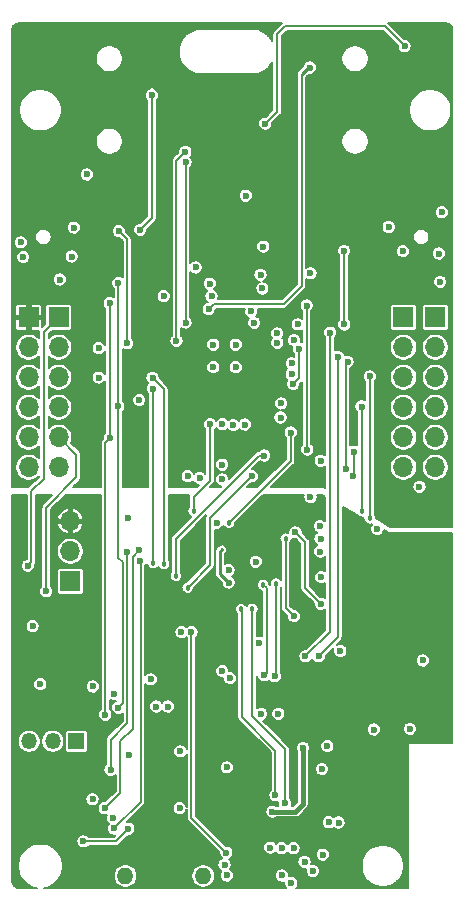
<source format=gbr>
G04 #@! TF.GenerationSoftware,KiCad,Pcbnew,(5.1.5)-3*
G04 #@! TF.CreationDate,2020-05-06T16:42:26+05:30*
G04 #@! TF.ProjectId,Tympan_D,54796d70-616e-45f4-942e-6b696361645f,rev?*
G04 #@! TF.SameCoordinates,PX6d878d0PY72e6100*
G04 #@! TF.FileFunction,Copper,L2,Inr*
G04 #@! TF.FilePolarity,Positive*
%FSLAX46Y46*%
G04 Gerber Fmt 4.6, Leading zero omitted, Abs format (unit mm)*
G04 Created by KiCad (PCBNEW (5.1.5)-3) date 2020-05-06 16:42:26*
%MOMM*%
%LPD*%
G04 APERTURE LIST*
%ADD10O,1.400000X1.400000*%
%ADD11R,1.700000X1.700000*%
%ADD12O,1.700000X1.700000*%
%ADD13R,1.350000X1.350000*%
%ADD14O,1.350000X1.350000*%
%ADD15C,0.600000*%
%ADD16C,0.457200*%
%ADD17C,0.254000*%
%ADD18C,0.203200*%
%ADD19C,0.250000*%
%ADD20C,0.381000*%
%ADD21C,0.177800*%
%ADD22C,0.200000*%
G04 APERTURE END LIST*
D10*
X9950000Y1400000D03*
X16550000Y1400000D03*
D11*
X5300000Y26350000D03*
D12*
X5300000Y28890000D03*
X5300000Y31430000D03*
D11*
X36200000Y48700000D03*
D12*
X36200000Y46160000D03*
X36200000Y43620000D03*
X36200000Y41080000D03*
X36200000Y38540000D03*
X36200000Y36000000D03*
D11*
X4318000Y48700000D03*
D12*
X4318000Y46160000D03*
X4318000Y43620000D03*
X4318000Y41080000D03*
X4318000Y38540000D03*
X4318000Y36000000D03*
D11*
X1778000Y48700000D03*
D12*
X1778000Y46160000D03*
X1778000Y43620000D03*
X1778000Y41080000D03*
X1778000Y38540000D03*
X1778000Y36000000D03*
D11*
X33500000Y48707000D03*
D12*
X33500000Y46167000D03*
X33500000Y43627000D03*
X33500000Y41087000D03*
X33500000Y38547000D03*
X33500000Y36007000D03*
D13*
X5800000Y12800000D03*
D14*
X3800000Y12800000D03*
X1800000Y12800000D03*
D15*
X10175000Y31675000D03*
X17000000Y49400000D03*
X18350000Y2350000D03*
X14550000Y7150000D03*
X36750000Y57600000D03*
X32250000Y56350000D03*
X1100000Y55050000D03*
X5600000Y56300000D03*
X27050000Y12400000D03*
X31275000Y30775000D03*
X17394600Y44483000D03*
X19294600Y44483000D03*
X19294600Y46383000D03*
X17394600Y46383000D03*
X14700000Y22049999D03*
X21550000Y51150000D03*
X20600000Y49200008D03*
X12100000Y18050004D03*
X34050000Y13850000D03*
X35150000Y19650000D03*
X8920000Y6280000D03*
X23090000Y40220000D03*
X25575000Y69850000D03*
X18200000Y8900000D03*
X36600000Y51700000D03*
X4400000Y51900000D03*
X3900000Y22500000D03*
X15250000Y28550000D03*
X19400000Y3700000D03*
X13200000Y50500000D03*
X24275000Y27750000D03*
X30350000Y28400000D03*
X33300000Y28400000D03*
X3800000Y19550000D03*
X23140000Y41418399D03*
X25625000Y52425000D03*
X31000000Y13800000D03*
X7200000Y17449998D03*
X2750000Y17640000D03*
X33650000Y31850000D03*
X33650000Y33150000D03*
X16100000Y50600000D03*
X13600000Y48500000D03*
X15075000Y40800000D03*
X33450000Y54300000D03*
X28475000Y54325000D03*
X24550000Y48110000D03*
X28490000Y48100000D03*
X36500000Y54100000D03*
X5400000Y53850000D03*
X20850000Y48225000D03*
X21630000Y54689998D03*
X1300000Y53800000D03*
X22400000Y6850000D03*
X7170000Y7890000D03*
X25000000Y12250002D03*
X21800000Y65100000D03*
X33600000Y71650000D03*
X9400000Y56000000D03*
X10100000Y46500000D03*
X11087500Y28962500D03*
X25825000Y1825000D03*
X8200000Y7140000D03*
X11225000Y28075000D03*
X8975000Y5425000D03*
X26675000Y3200000D03*
X22650000Y8225000D03*
X28000000Y5925000D03*
D16*
X19750000Y23975000D03*
D15*
X18175000Y39650000D03*
X18150000Y36225000D03*
X17125000Y39650000D03*
D16*
X15725000Y32300000D03*
D15*
X27175000Y5950000D03*
X23475000Y7550000D03*
D16*
X20700000Y24025000D03*
D15*
X15550000Y22050000D03*
X18500000Y3375000D03*
X25125000Y2600000D03*
X19075000Y39575000D03*
X18150000Y34975000D03*
X20075000Y39625000D03*
X16250000Y35100000D03*
D16*
X12300000Y27900000D03*
D15*
X12275000Y42650000D03*
X24029998Y43900000D03*
D16*
X13225000Y27800000D03*
D15*
X12250000Y43575000D03*
X24050000Y44810700D03*
D16*
X18725000Y31325000D03*
D15*
X23950000Y38950000D03*
X26325000Y20000000D03*
X7700000Y43600000D03*
X22810000Y46540000D03*
X27940000Y45360000D03*
X25200000Y20000000D03*
X7700000Y46100000D03*
X27280000Y47400000D03*
X22800000Y47340000D03*
X9350000Y51600000D03*
X17100000Y51550000D03*
X9350000Y15650000D03*
X21450000Y15125000D03*
X9350000Y41175000D03*
X22900000Y15125000D03*
X8625000Y49900000D03*
X17250000Y50500000D03*
X8625000Y38450000D03*
X8250000Y15050000D03*
X15050000Y48250000D03*
X15050000Y61825000D03*
X14275000Y46700000D03*
X15025000Y62700000D03*
D17*
X18150000Y29050000D03*
D15*
X18700000Y26250000D03*
X21000000Y28000000D03*
X21300000Y21150000D03*
X15225000Y35250000D03*
X26525000Y26700000D03*
D16*
X22700000Y26150000D03*
D15*
X13550000Y15750000D03*
X22600000Y18300000D03*
X26500000Y24450000D03*
X24350000Y30500000D03*
X24225000Y23400000D03*
D16*
X23525000Y29975000D03*
D15*
X17700000Y31300000D03*
X26425000Y31025000D03*
X26475000Y29950000D03*
X26450000Y28875000D03*
D16*
X21625000Y26050000D03*
D15*
X12550000Y15750004D03*
X21700008Y18400000D03*
X18700000Y27300000D03*
X28150000Y20450000D03*
X9000000Y16800004D03*
X10300000Y11650000D03*
X26600000Y10450000D03*
X14600000Y11950000D03*
X23200000Y1450000D03*
X24000000Y800000D03*
X18550000Y1450000D03*
X2100000Y22550000D03*
X18550000Y10600000D03*
X10125000Y28875000D03*
X8700000Y10400000D03*
X22200000Y3800000D03*
X23200000Y3750000D03*
X24200000Y3750000D03*
X25300002Y49700000D03*
X25350000Y37500000D03*
X15900000Y52925000D03*
X21400000Y52300000D03*
X26486166Y36550435D03*
X25625000Y33475000D03*
X34850000Y34349998D03*
D16*
X30650000Y31675000D03*
D15*
X30650000Y43700000D03*
D16*
X29950000Y32300000D03*
D15*
X29950000Y41150000D03*
X18149998Y18750000D03*
X18800000Y18150000D03*
X10200000Y5400000D03*
X6400000Y4330000D03*
X6700000Y60800000D03*
X20150000Y59000000D03*
X12200000Y67500000D03*
X11200000Y56100000D03*
X3250000Y25500000D03*
X11125000Y41700000D03*
X28599998Y35902058D03*
X28775000Y44925000D03*
D16*
X14225000Y26825000D03*
D15*
X21700000Y37000000D03*
X29275000Y37325000D03*
X29225000Y35250002D03*
D16*
X15225000Y25825000D03*
D15*
X20650002Y35250002D03*
X1700000Y27650000D03*
X24150000Y43050000D03*
X24630000Y46051600D03*
X24230000Y46770000D03*
D18*
X24875000Y51375000D02*
X24875000Y69275000D01*
X17450000Y49850000D02*
X23350000Y49850000D01*
X17000000Y49400000D02*
X17450000Y49850000D01*
X23350000Y49850000D02*
X24875000Y51375000D01*
D19*
X25450000Y69850000D02*
X25575000Y69850000D01*
X24875000Y69275000D02*
X25450000Y69850000D01*
D18*
X28450000Y54300000D02*
X28475000Y54325000D01*
X28475000Y48115000D02*
X28490000Y48100000D01*
X28475000Y54325000D02*
X28475000Y48115000D01*
D20*
X25000000Y7500000D02*
X25000000Y11825738D01*
X25000000Y11825738D02*
X25000000Y12250002D01*
X22400000Y6850000D02*
X24350000Y6850000D01*
X24350000Y6850000D02*
X25000000Y7500000D01*
D18*
X23500000Y73350000D02*
X31900000Y73350000D01*
X31900000Y73350000D02*
X33600000Y71650000D01*
X22800000Y72650000D02*
X23500000Y73350000D01*
X22800000Y66100000D02*
X22800000Y72650000D01*
X21800000Y65100000D02*
X22800000Y66100000D01*
D21*
X10100000Y55300000D02*
X9400000Y56000000D01*
X10100000Y46500000D02*
X10100000Y55300000D01*
D18*
X8499999Y7439999D02*
X8200000Y7140000D01*
X11087500Y28962500D02*
X10575000Y28450000D01*
X10575000Y28450000D02*
X10575000Y13850000D01*
X9525000Y8465000D02*
X8499999Y7439999D01*
X10575000Y13850000D02*
X9525000Y12800000D01*
X9525000Y12800000D02*
X9525000Y8465000D01*
X11250000Y7700000D02*
X11250000Y28075000D01*
X8975000Y5425000D02*
X11250000Y7700000D01*
X19825000Y14850000D02*
X19825000Y23900000D01*
X19825000Y23900000D02*
X19750000Y23975000D01*
X19825000Y14850000D02*
X22650000Y12025000D01*
X22650000Y12025000D02*
X22650000Y8225000D01*
X15725000Y33475000D02*
X15725000Y32300000D01*
X17125000Y34875000D02*
X15725000Y33475000D01*
X17125000Y39650000D02*
X17125000Y34875000D01*
X23475000Y7550000D02*
X23475000Y12150000D01*
X23475000Y12150000D02*
X20700000Y14925000D01*
X20700000Y14925000D02*
X20700000Y24025000D01*
X15550000Y6325000D02*
X15550000Y22050000D01*
X18500000Y3375000D02*
X15550000Y6325000D01*
X12300000Y27900000D02*
X12300000Y42625000D01*
X12300000Y42625000D02*
X12275000Y42650000D01*
X13225000Y27800000D02*
X13225000Y37600000D01*
X13225000Y37600000D02*
X13225000Y42600000D01*
X13225000Y42600000D02*
X12250000Y43575000D01*
X23950000Y38525736D02*
X23950000Y38950000D01*
X23950000Y36550000D02*
X23950000Y38525736D01*
X18725000Y31325000D02*
X23950000Y36550000D01*
X26325000Y20000000D02*
X27940000Y21615000D01*
X27940000Y21615000D02*
X27940000Y44935736D01*
X27940000Y44935736D02*
X27940000Y45360000D01*
X25200000Y20000000D02*
X27280000Y22080000D01*
X27280000Y22080000D02*
X27280000Y46975736D01*
X27280000Y46975736D02*
X27280000Y47400000D01*
D21*
X9350000Y51600000D02*
X9350000Y41175000D01*
D18*
X9350000Y15650000D02*
X9721798Y16021798D01*
X9721798Y16021798D02*
X9721798Y27978202D01*
X9721798Y27978202D02*
X9350000Y28350000D01*
X9350000Y28350000D02*
X9350000Y41175000D01*
D21*
X8625000Y49475736D02*
X8626712Y49474024D01*
X8625000Y38874264D02*
X8625000Y38450000D01*
X8625000Y49900000D02*
X8625000Y49475736D01*
X8626712Y38875976D02*
X8625000Y38874264D01*
X8626712Y49474024D02*
X8626712Y38875976D01*
X8625000Y38450000D02*
X8250000Y38075000D01*
X8250000Y15474264D02*
X8250000Y15050000D01*
X8250000Y38075000D02*
X8250000Y15474264D01*
X15050000Y61825000D02*
X15050000Y48250000D01*
X15025000Y62700000D02*
X14275000Y61950000D01*
X14275000Y61950000D02*
X14275000Y46700000D01*
D19*
X18700000Y26250000D02*
X17950000Y27000000D01*
X17950000Y27000000D02*
X17950000Y28850000D01*
X17950000Y28850000D02*
X18150000Y29050000D01*
D18*
X22700000Y18400000D02*
X22600000Y18300000D01*
X22700000Y26150000D02*
X22700000Y18400000D01*
X25175000Y25775000D02*
X26500000Y24450000D01*
X25175000Y29675000D02*
X25175000Y25775000D01*
X24350000Y30500000D02*
X25175000Y29675000D01*
X23525000Y29975000D02*
X23525000Y24100000D01*
X23525000Y24100000D02*
X24225000Y23400000D01*
X21924999Y18624991D02*
X21700008Y18400000D01*
X21625000Y26050000D02*
X21924999Y25750001D01*
X21924999Y25750001D02*
X21924999Y18624991D01*
X8700000Y10824264D02*
X8700000Y10400000D01*
X10125000Y28875000D02*
X10125000Y14375000D01*
X10125000Y14375000D02*
X8700000Y12950000D01*
X8700000Y12950000D02*
X8700000Y10824264D01*
X25300002Y49700000D02*
X25300002Y37549998D01*
X25300002Y37549998D02*
X25350000Y37500000D01*
X30650000Y31675000D02*
X30650000Y43700000D01*
X29950000Y32300000D02*
X29950000Y41150000D01*
X9130000Y4330000D02*
X10200000Y5400000D01*
X6400000Y4330000D02*
X9130000Y4330000D01*
X11200000Y56100000D02*
X12200000Y57100000D01*
D21*
X12200000Y67800000D02*
X12200000Y57400000D01*
D18*
X12200000Y57100000D02*
X12200000Y57400000D01*
X3250000Y25924264D02*
X3250000Y25500000D01*
X3250000Y32600000D02*
X3250000Y25924264D01*
X5800000Y35150000D02*
X3250000Y32600000D01*
X5800000Y37058000D02*
X5800000Y35150000D01*
X4318000Y38540000D02*
X5800000Y37058000D01*
X28599998Y35902058D02*
X28599998Y44749998D01*
X28599998Y44749998D02*
X28775000Y44925000D01*
X14225000Y29949264D02*
X21275736Y37000000D01*
X14225000Y26825000D02*
X14225000Y29949264D01*
X21275736Y37000000D02*
X21700000Y37000000D01*
X29275000Y37325000D02*
X29275000Y37325000D01*
X29275000Y35300002D02*
X29225000Y35250002D01*
X29275000Y37325000D02*
X29275000Y35300002D01*
X17118399Y27718399D02*
X17118399Y31718399D01*
X17118399Y31718399D02*
X20650002Y35250002D01*
X15225000Y25825000D02*
X17118399Y27718399D01*
X1999999Y33999999D02*
X1999999Y27949999D01*
X1999999Y27949999D02*
X1700000Y27650000D01*
X3050000Y35050000D02*
X1999999Y33999999D01*
X3050000Y47432000D02*
X3050000Y35050000D01*
X4318000Y48700000D02*
X3050000Y47432000D01*
X24631601Y46049999D02*
X24630000Y46051600D01*
X24631601Y43531601D02*
X24631601Y46049999D01*
X24150000Y43050000D02*
X24631601Y43531601D01*
D22*
G36*
X23202076Y73620024D02*
G01*
X22529977Y72947924D01*
X22514653Y72935348D01*
X22494239Y72910473D01*
X22464467Y72874196D01*
X22427176Y72804429D01*
X22404212Y72728727D01*
X22396457Y72650000D01*
X22398401Y72630265D01*
X22398401Y72090882D01*
X22316141Y72243019D01*
X22295868Y72273075D01*
X22276017Y72303410D01*
X22272488Y72307738D01*
X22082772Y72537065D01*
X22057043Y72562614D01*
X22031682Y72588512D01*
X22027379Y72592073D01*
X21796734Y72780182D01*
X21766571Y72800223D01*
X21736624Y72820728D01*
X21731711Y72823384D01*
X21468921Y72963112D01*
X21435369Y72976941D01*
X21402080Y72991209D01*
X21396745Y72992861D01*
X21111820Y73078885D01*
X21076221Y73085934D01*
X21040794Y73093464D01*
X21035241Y73094048D01*
X21035239Y73094048D01*
X20739033Y73123091D01*
X20660966Y73123091D01*
X20584387Y73107927D01*
X20565155Y73100000D01*
X16509802Y73100000D01*
X16455426Y73116831D01*
X16377787Y73124990D01*
X16372201Y73124990D01*
X16350909Y73124841D01*
X16332843Y73122942D01*
X16314675Y73122942D01*
X16309121Y73122358D01*
X16013348Y73089182D01*
X15977914Y73081650D01*
X15942322Y73074603D01*
X15936987Y73072951D01*
X15653291Y72982957D01*
X15619977Y72968679D01*
X15586451Y72954860D01*
X15581538Y72952204D01*
X15320724Y72808821D01*
X15290805Y72788335D01*
X15260613Y72768276D01*
X15256310Y72764716D01*
X15028314Y72573405D01*
X15002931Y72547485D01*
X14977224Y72521956D01*
X14973699Y72517634D01*
X14973694Y72517629D01*
X14973690Y72517624D01*
X14787199Y72285676D01*
X14767347Y72255339D01*
X14747074Y72225283D01*
X14744452Y72220352D01*
X14606563Y71956592D01*
X14592982Y71922977D01*
X14578934Y71889559D01*
X14577319Y71884212D01*
X14493287Y71598694D01*
X14486497Y71563101D01*
X14479203Y71527569D01*
X14478658Y71522010D01*
X14451683Y71225607D01*
X14451936Y71189354D01*
X14451683Y71153101D01*
X14452228Y71147542D01*
X14483339Y70851545D01*
X14490623Y70816063D01*
X14497422Y70780419D01*
X14499037Y70775073D01*
X14587048Y70490756D01*
X14601080Y70457376D01*
X14614677Y70423721D01*
X14617300Y70418789D01*
X14758859Y70156981D01*
X14779132Y70126925D01*
X14798983Y70096590D01*
X14802513Y70092261D01*
X14992228Y69862935D01*
X15017937Y69837405D01*
X15043317Y69811488D01*
X15047621Y69807928D01*
X15278266Y69619818D01*
X15308429Y69599777D01*
X15338376Y69579272D01*
X15343289Y69576616D01*
X15606079Y69436888D01*
X15639631Y69423059D01*
X15672920Y69408791D01*
X15678255Y69407139D01*
X15963180Y69321115D01*
X15998772Y69314068D01*
X16034206Y69306536D01*
X16039760Y69305952D01*
X16335967Y69276909D01*
X16414033Y69276909D01*
X16490613Y69292073D01*
X16509845Y69300000D01*
X20565199Y69300000D01*
X20619575Y69283169D01*
X20697214Y69275010D01*
X20702799Y69275010D01*
X20724092Y69275159D01*
X20742158Y69277058D01*
X20760325Y69277058D01*
X20765879Y69277642D01*
X21061652Y69310818D01*
X21097086Y69318350D01*
X21132678Y69325397D01*
X21138013Y69327049D01*
X21421709Y69417043D01*
X21455023Y69431321D01*
X21488549Y69445140D01*
X21493462Y69447796D01*
X21754275Y69591179D01*
X21784179Y69611654D01*
X21814386Y69631724D01*
X21818690Y69635284D01*
X22046685Y69826595D01*
X22072047Y69852493D01*
X22097776Y69878043D01*
X22101306Y69882371D01*
X22287801Y70114324D01*
X22307637Y70144638D01*
X22327926Y70174717D01*
X22330548Y70179649D01*
X22398401Y70309440D01*
X22398400Y66266348D01*
X21832053Y65700000D01*
X21740905Y65700000D01*
X21624986Y65676942D01*
X21515793Y65631713D01*
X21417522Y65566050D01*
X21333950Y65482478D01*
X21268287Y65384207D01*
X21223058Y65275014D01*
X21200000Y65159095D01*
X21200000Y65040905D01*
X21223058Y64924986D01*
X21268287Y64815793D01*
X21333950Y64717522D01*
X21417522Y64633950D01*
X21515793Y64568287D01*
X21624986Y64523058D01*
X21740905Y64500000D01*
X21859095Y64500000D01*
X21975014Y64523058D01*
X22084207Y64568287D01*
X22182478Y64633950D01*
X22266050Y64717522D01*
X22331713Y64815793D01*
X22376942Y64924986D01*
X22400000Y65040905D01*
X22400000Y65132053D01*
X23070025Y65802077D01*
X23085348Y65814652D01*
X23135534Y65875804D01*
X23172825Y65945571D01*
X23195789Y66021273D01*
X23201600Y66080273D01*
X23201600Y66080274D01*
X23203543Y66100000D01*
X23201600Y66119728D01*
X23201600Y70713265D01*
X28250000Y70713265D01*
X28250000Y70486735D01*
X28294194Y70264557D01*
X28380884Y70055271D01*
X28506737Y69866918D01*
X28666918Y69706737D01*
X28855271Y69580884D01*
X29064557Y69494194D01*
X29286735Y69450000D01*
X29513265Y69450000D01*
X29735443Y69494194D01*
X29944729Y69580884D01*
X30133082Y69706737D01*
X30293263Y69866918D01*
X30419116Y70055271D01*
X30505806Y70264557D01*
X30550000Y70486735D01*
X30550000Y70713265D01*
X30505806Y70935443D01*
X30419116Y71144729D01*
X30293263Y71333082D01*
X30133082Y71493263D01*
X29944729Y71619116D01*
X29735443Y71705806D01*
X29513265Y71750000D01*
X29286735Y71750000D01*
X29064557Y71705806D01*
X28855271Y71619116D01*
X28666918Y71493263D01*
X28506737Y71333082D01*
X28380884Y71144729D01*
X28294194Y70935443D01*
X28250000Y70713265D01*
X23201600Y70713265D01*
X23201600Y72483653D01*
X23666348Y72948400D01*
X31733653Y72948400D01*
X33000000Y71682051D01*
X33000000Y71590905D01*
X33023058Y71474986D01*
X33068287Y71365793D01*
X33133950Y71267522D01*
X33217522Y71183950D01*
X33315793Y71118287D01*
X33424986Y71073058D01*
X33540905Y71050000D01*
X33659095Y71050000D01*
X33775014Y71073058D01*
X33884207Y71118287D01*
X33982478Y71183950D01*
X34066050Y71267522D01*
X34131713Y71365793D01*
X34176942Y71474986D01*
X34200000Y71590905D01*
X34200000Y71709095D01*
X34176942Y71825014D01*
X34131713Y71934207D01*
X34066050Y72032478D01*
X33982478Y72116050D01*
X33884207Y72181713D01*
X33775014Y72226942D01*
X33659095Y72250000D01*
X33567949Y72250000D01*
X32197929Y73620018D01*
X32193840Y73625000D01*
X36981662Y73625000D01*
X37121045Y73611333D01*
X37237483Y73576179D01*
X37344876Y73519077D01*
X37439128Y73442207D01*
X37516657Y73348492D01*
X37574507Y73241499D01*
X37610472Y73125312D01*
X37625001Y72987086D01*
X37625000Y30950000D01*
X32377841Y30950000D01*
X31178600Y31673866D01*
X31178600Y31727063D01*
X31158287Y31829187D01*
X31118440Y31925386D01*
X31060591Y32011963D01*
X31051600Y32020954D01*
X31051600Y34409093D01*
X34250000Y34409093D01*
X34250000Y34290903D01*
X34273058Y34174984D01*
X34318287Y34065791D01*
X34383950Y33967520D01*
X34467522Y33883948D01*
X34565793Y33818285D01*
X34674986Y33773056D01*
X34790905Y33749998D01*
X34909095Y33749998D01*
X35025014Y33773056D01*
X35134207Y33818285D01*
X35232478Y33883948D01*
X35316050Y33967520D01*
X35381713Y34065791D01*
X35426942Y34174984D01*
X35450000Y34290903D01*
X35450000Y34409093D01*
X35426942Y34525012D01*
X35381713Y34634205D01*
X35316050Y34732476D01*
X35232478Y34816048D01*
X35134207Y34881711D01*
X35025014Y34926940D01*
X34909095Y34949998D01*
X34790905Y34949998D01*
X34674986Y34926940D01*
X34565793Y34881711D01*
X34467522Y34816048D01*
X34383950Y34732476D01*
X34318287Y34634205D01*
X34273058Y34525012D01*
X34250000Y34409093D01*
X31051600Y34409093D01*
X31051600Y36120265D01*
X32350000Y36120265D01*
X32350000Y35893735D01*
X32394194Y35671557D01*
X32480884Y35462271D01*
X32606737Y35273918D01*
X32766918Y35113737D01*
X32955271Y34987884D01*
X33164557Y34901194D01*
X33386735Y34857000D01*
X33613265Y34857000D01*
X33835443Y34901194D01*
X34044729Y34987884D01*
X34233082Y35113737D01*
X34393263Y35273918D01*
X34519116Y35462271D01*
X34605806Y35671557D01*
X34650000Y35893735D01*
X34650000Y36113265D01*
X35050000Y36113265D01*
X35050000Y35886735D01*
X35094194Y35664557D01*
X35180884Y35455271D01*
X35306737Y35266918D01*
X35466918Y35106737D01*
X35655271Y34980884D01*
X35864557Y34894194D01*
X36086735Y34850000D01*
X36313265Y34850000D01*
X36535443Y34894194D01*
X36744729Y34980884D01*
X36933082Y35106737D01*
X37093263Y35266918D01*
X37219116Y35455271D01*
X37305806Y35664557D01*
X37350000Y35886735D01*
X37350000Y36113265D01*
X37305806Y36335443D01*
X37219116Y36544729D01*
X37093263Y36733082D01*
X36933082Y36893263D01*
X36744729Y37019116D01*
X36535443Y37105806D01*
X36313265Y37150000D01*
X36086735Y37150000D01*
X35864557Y37105806D01*
X35655271Y37019116D01*
X35466918Y36893263D01*
X35306737Y36733082D01*
X35180884Y36544729D01*
X35094194Y36335443D01*
X35050000Y36113265D01*
X34650000Y36113265D01*
X34650000Y36120265D01*
X34605806Y36342443D01*
X34519116Y36551729D01*
X34393263Y36740082D01*
X34233082Y36900263D01*
X34044729Y37026116D01*
X33835443Y37112806D01*
X33613265Y37157000D01*
X33386735Y37157000D01*
X33164557Y37112806D01*
X32955271Y37026116D01*
X32766918Y36900263D01*
X32606737Y36740082D01*
X32480884Y36551729D01*
X32394194Y36342443D01*
X32350000Y36120265D01*
X31051600Y36120265D01*
X31051600Y38660265D01*
X32350000Y38660265D01*
X32350000Y38433735D01*
X32394194Y38211557D01*
X32480884Y38002271D01*
X32606737Y37813918D01*
X32766918Y37653737D01*
X32955271Y37527884D01*
X33164557Y37441194D01*
X33386735Y37397000D01*
X33613265Y37397000D01*
X33835443Y37441194D01*
X34044729Y37527884D01*
X34233082Y37653737D01*
X34393263Y37813918D01*
X34519116Y38002271D01*
X34605806Y38211557D01*
X34650000Y38433735D01*
X34650000Y38653265D01*
X35050000Y38653265D01*
X35050000Y38426735D01*
X35094194Y38204557D01*
X35180884Y37995271D01*
X35306737Y37806918D01*
X35466918Y37646737D01*
X35655271Y37520884D01*
X35864557Y37434194D01*
X36086735Y37390000D01*
X36313265Y37390000D01*
X36535443Y37434194D01*
X36744729Y37520884D01*
X36933082Y37646737D01*
X37093263Y37806918D01*
X37219116Y37995271D01*
X37305806Y38204557D01*
X37350000Y38426735D01*
X37350000Y38653265D01*
X37305806Y38875443D01*
X37219116Y39084729D01*
X37093263Y39273082D01*
X36933082Y39433263D01*
X36744729Y39559116D01*
X36535443Y39645806D01*
X36313265Y39690000D01*
X36086735Y39690000D01*
X35864557Y39645806D01*
X35655271Y39559116D01*
X35466918Y39433263D01*
X35306737Y39273082D01*
X35180884Y39084729D01*
X35094194Y38875443D01*
X35050000Y38653265D01*
X34650000Y38653265D01*
X34650000Y38660265D01*
X34605806Y38882443D01*
X34519116Y39091729D01*
X34393263Y39280082D01*
X34233082Y39440263D01*
X34044729Y39566116D01*
X33835443Y39652806D01*
X33613265Y39697000D01*
X33386735Y39697000D01*
X33164557Y39652806D01*
X32955271Y39566116D01*
X32766918Y39440263D01*
X32606737Y39280082D01*
X32480884Y39091729D01*
X32394194Y38882443D01*
X32350000Y38660265D01*
X31051600Y38660265D01*
X31051600Y41200265D01*
X32350000Y41200265D01*
X32350000Y40973735D01*
X32394194Y40751557D01*
X32480884Y40542271D01*
X32606737Y40353918D01*
X32766918Y40193737D01*
X32955271Y40067884D01*
X33164557Y39981194D01*
X33386735Y39937000D01*
X33613265Y39937000D01*
X33835443Y39981194D01*
X34044729Y40067884D01*
X34233082Y40193737D01*
X34393263Y40353918D01*
X34519116Y40542271D01*
X34605806Y40751557D01*
X34650000Y40973735D01*
X34650000Y41193265D01*
X35050000Y41193265D01*
X35050000Y40966735D01*
X35094194Y40744557D01*
X35180884Y40535271D01*
X35306737Y40346918D01*
X35466918Y40186737D01*
X35655271Y40060884D01*
X35864557Y39974194D01*
X36086735Y39930000D01*
X36313265Y39930000D01*
X36535443Y39974194D01*
X36744729Y40060884D01*
X36933082Y40186737D01*
X37093263Y40346918D01*
X37219116Y40535271D01*
X37305806Y40744557D01*
X37350000Y40966735D01*
X37350000Y41193265D01*
X37305806Y41415443D01*
X37219116Y41624729D01*
X37093263Y41813082D01*
X36933082Y41973263D01*
X36744729Y42099116D01*
X36535443Y42185806D01*
X36313265Y42230000D01*
X36086735Y42230000D01*
X35864557Y42185806D01*
X35655271Y42099116D01*
X35466918Y41973263D01*
X35306737Y41813082D01*
X35180884Y41624729D01*
X35094194Y41415443D01*
X35050000Y41193265D01*
X34650000Y41193265D01*
X34650000Y41200265D01*
X34605806Y41422443D01*
X34519116Y41631729D01*
X34393263Y41820082D01*
X34233082Y41980263D01*
X34044729Y42106116D01*
X33835443Y42192806D01*
X33613265Y42237000D01*
X33386735Y42237000D01*
X33164557Y42192806D01*
X32955271Y42106116D01*
X32766918Y41980263D01*
X32606737Y41820082D01*
X32480884Y41631729D01*
X32394194Y41422443D01*
X32350000Y41200265D01*
X31051600Y41200265D01*
X31051600Y43253072D01*
X31116050Y43317522D01*
X31181713Y43415793D01*
X31226942Y43524986D01*
X31250000Y43640905D01*
X31250000Y43740265D01*
X32350000Y43740265D01*
X32350000Y43513735D01*
X32394194Y43291557D01*
X32480884Y43082271D01*
X32606737Y42893918D01*
X32766918Y42733737D01*
X32955271Y42607884D01*
X33164557Y42521194D01*
X33386735Y42477000D01*
X33613265Y42477000D01*
X33835443Y42521194D01*
X34044729Y42607884D01*
X34233082Y42733737D01*
X34393263Y42893918D01*
X34519116Y43082271D01*
X34605806Y43291557D01*
X34650000Y43513735D01*
X34650000Y43733265D01*
X35050000Y43733265D01*
X35050000Y43506735D01*
X35094194Y43284557D01*
X35180884Y43075271D01*
X35306737Y42886918D01*
X35466918Y42726737D01*
X35655271Y42600884D01*
X35864557Y42514194D01*
X36086735Y42470000D01*
X36313265Y42470000D01*
X36535443Y42514194D01*
X36744729Y42600884D01*
X36933082Y42726737D01*
X37093263Y42886918D01*
X37219116Y43075271D01*
X37305806Y43284557D01*
X37350000Y43506735D01*
X37350000Y43733265D01*
X37305806Y43955443D01*
X37219116Y44164729D01*
X37093263Y44353082D01*
X36933082Y44513263D01*
X36744729Y44639116D01*
X36535443Y44725806D01*
X36313265Y44770000D01*
X36086735Y44770000D01*
X35864557Y44725806D01*
X35655271Y44639116D01*
X35466918Y44513263D01*
X35306737Y44353082D01*
X35180884Y44164729D01*
X35094194Y43955443D01*
X35050000Y43733265D01*
X34650000Y43733265D01*
X34650000Y43740265D01*
X34605806Y43962443D01*
X34519116Y44171729D01*
X34393263Y44360082D01*
X34233082Y44520263D01*
X34044729Y44646116D01*
X33835443Y44732806D01*
X33613265Y44777000D01*
X33386735Y44777000D01*
X33164557Y44732806D01*
X32955271Y44646116D01*
X32766918Y44520263D01*
X32606737Y44360082D01*
X32480884Y44171729D01*
X32394194Y43962443D01*
X32350000Y43740265D01*
X31250000Y43740265D01*
X31250000Y43759095D01*
X31226942Y43875014D01*
X31181713Y43984207D01*
X31116050Y44082478D01*
X31032478Y44166050D01*
X30934207Y44231713D01*
X30825014Y44276942D01*
X30709095Y44300000D01*
X30590905Y44300000D01*
X30474986Y44276942D01*
X30365793Y44231713D01*
X30267522Y44166050D01*
X30183950Y44082478D01*
X30118287Y43984207D01*
X30073058Y43875014D01*
X30050000Y43759095D01*
X30050000Y43640905D01*
X30073058Y43524986D01*
X30118287Y43415793D01*
X30183950Y43317522D01*
X30248401Y43253071D01*
X30248401Y41672229D01*
X30234207Y41681713D01*
X30125014Y41726942D01*
X30009095Y41750000D01*
X29890905Y41750000D01*
X29774986Y41726942D01*
X29665793Y41681713D01*
X29567522Y41616050D01*
X29483950Y41532478D01*
X29418287Y41434207D01*
X29373058Y41325014D01*
X29350000Y41209095D01*
X29350000Y41090905D01*
X29373058Y40974986D01*
X29418287Y40865793D01*
X29483950Y40767522D01*
X29548401Y40703071D01*
X29548401Y37861189D01*
X29450014Y37901942D01*
X29334095Y37925000D01*
X29215905Y37925000D01*
X29099986Y37901942D01*
X29001598Y37861189D01*
X29001598Y44369425D01*
X29059207Y44393287D01*
X29157478Y44458950D01*
X29241050Y44542522D01*
X29306713Y44640793D01*
X29351942Y44749986D01*
X29375000Y44865905D01*
X29375000Y44984095D01*
X29351942Y45100014D01*
X29306713Y45209207D01*
X29241050Y45307478D01*
X29157478Y45391050D01*
X29059207Y45456713D01*
X28950014Y45501942D01*
X28834095Y45525000D01*
X28715905Y45525000D01*
X28599986Y45501942D01*
X28529341Y45472680D01*
X28516942Y45535014D01*
X28471713Y45644207D01*
X28406050Y45742478D01*
X28322478Y45826050D01*
X28224207Y45891713D01*
X28115014Y45936942D01*
X27999095Y45960000D01*
X27880905Y45960000D01*
X27764986Y45936942D01*
X27681600Y45902403D01*
X27681600Y46280265D01*
X32350000Y46280265D01*
X32350000Y46053735D01*
X32394194Y45831557D01*
X32480884Y45622271D01*
X32606737Y45433918D01*
X32766918Y45273737D01*
X32955271Y45147884D01*
X33164557Y45061194D01*
X33386735Y45017000D01*
X33613265Y45017000D01*
X33835443Y45061194D01*
X34044729Y45147884D01*
X34233082Y45273737D01*
X34393263Y45433918D01*
X34519116Y45622271D01*
X34605806Y45831557D01*
X34650000Y46053735D01*
X34650000Y46273265D01*
X35050000Y46273265D01*
X35050000Y46046735D01*
X35094194Y45824557D01*
X35180884Y45615271D01*
X35306737Y45426918D01*
X35466918Y45266737D01*
X35655271Y45140884D01*
X35864557Y45054194D01*
X36086735Y45010000D01*
X36313265Y45010000D01*
X36535443Y45054194D01*
X36744729Y45140884D01*
X36933082Y45266737D01*
X37093263Y45426918D01*
X37219116Y45615271D01*
X37305806Y45824557D01*
X37350000Y46046735D01*
X37350000Y46273265D01*
X37305806Y46495443D01*
X37219116Y46704729D01*
X37093263Y46893082D01*
X36933082Y47053263D01*
X36744729Y47179116D01*
X36535443Y47265806D01*
X36313265Y47310000D01*
X36086735Y47310000D01*
X35864557Y47265806D01*
X35655271Y47179116D01*
X35466918Y47053263D01*
X35306737Y46893082D01*
X35180884Y46704729D01*
X35094194Y46495443D01*
X35050000Y46273265D01*
X34650000Y46273265D01*
X34650000Y46280265D01*
X34605806Y46502443D01*
X34519116Y46711729D01*
X34393263Y46900082D01*
X34233082Y47060263D01*
X34044729Y47186116D01*
X33835443Y47272806D01*
X33613265Y47317000D01*
X33386735Y47317000D01*
X33164557Y47272806D01*
X32955271Y47186116D01*
X32766918Y47060263D01*
X32606737Y46900082D01*
X32480884Y46711729D01*
X32394194Y46502443D01*
X32350000Y46280265D01*
X27681600Y46280265D01*
X27681600Y46953072D01*
X27746050Y47017522D01*
X27811713Y47115793D01*
X27856942Y47224986D01*
X27880000Y47340905D01*
X27880000Y47459095D01*
X27856942Y47575014D01*
X27811713Y47684207D01*
X27746050Y47782478D01*
X27662478Y47866050D01*
X27564207Y47931713D01*
X27455014Y47976942D01*
X27339095Y48000000D01*
X27220905Y48000000D01*
X27104986Y47976942D01*
X26995793Y47931713D01*
X26897522Y47866050D01*
X26813950Y47782478D01*
X26748287Y47684207D01*
X26703058Y47575014D01*
X26680000Y47459095D01*
X26680000Y47340905D01*
X26703058Y47224986D01*
X26748287Y47115793D01*
X26813950Y47017522D01*
X26878401Y46953071D01*
X26878401Y37006728D01*
X26868644Y37016485D01*
X26770373Y37082148D01*
X26661180Y37127377D01*
X26545261Y37150435D01*
X26427071Y37150435D01*
X26311152Y37127377D01*
X26201959Y37082148D01*
X26103688Y37016485D01*
X26020116Y36932913D01*
X25954453Y36834642D01*
X25909224Y36725449D01*
X25886166Y36609530D01*
X25886166Y36491340D01*
X25909224Y36375421D01*
X25954453Y36266228D01*
X26020116Y36167957D01*
X26103688Y36084385D01*
X26201959Y36018722D01*
X26311152Y35973493D01*
X26427071Y35950435D01*
X26545261Y35950435D01*
X26661180Y35973493D01*
X26770373Y36018722D01*
X26868644Y36084385D01*
X26878401Y36094142D01*
X26878401Y34269482D01*
X26851676Y34285613D01*
X26833981Y34294049D01*
X26814980Y34298872D01*
X26800000Y34300000D01*
X22267948Y34300000D01*
X24220025Y36252077D01*
X24235348Y36264652D01*
X24285534Y36325804D01*
X24322825Y36395571D01*
X24345789Y36471273D01*
X24351600Y36530273D01*
X24351600Y36530275D01*
X24353543Y36550000D01*
X24351600Y36569725D01*
X24351600Y38503072D01*
X24416050Y38567522D01*
X24481713Y38665793D01*
X24526942Y38774986D01*
X24550000Y38890905D01*
X24550000Y39009095D01*
X24526942Y39125014D01*
X24481713Y39234207D01*
X24416050Y39332478D01*
X24332478Y39416050D01*
X24234207Y39481713D01*
X24125014Y39526942D01*
X24009095Y39550000D01*
X23890905Y39550000D01*
X23774986Y39526942D01*
X23665793Y39481713D01*
X23567522Y39416050D01*
X23483950Y39332478D01*
X23418287Y39234207D01*
X23373058Y39125014D01*
X23350000Y39009095D01*
X23350000Y38890905D01*
X23373058Y38774986D01*
X23418287Y38665793D01*
X23483950Y38567522D01*
X23548401Y38503071D01*
X23548400Y36716348D01*
X21132052Y34300000D01*
X20267948Y34300000D01*
X20617950Y34650002D01*
X20709097Y34650002D01*
X20825016Y34673060D01*
X20934209Y34718289D01*
X21032480Y34783952D01*
X21116052Y34867524D01*
X21181715Y34965795D01*
X21226944Y35074988D01*
X21250002Y35190907D01*
X21250002Y35309097D01*
X21226944Y35425016D01*
X21181715Y35534209D01*
X21116052Y35632480D01*
X21032480Y35716052D01*
X20934209Y35781715D01*
X20825016Y35826944D01*
X20709097Y35850002D01*
X20693686Y35850002D01*
X21353556Y36509872D01*
X21415793Y36468287D01*
X21524986Y36423058D01*
X21640905Y36400000D01*
X21759095Y36400000D01*
X21875014Y36423058D01*
X21984207Y36468287D01*
X22082478Y36533950D01*
X22166050Y36617522D01*
X22231713Y36715793D01*
X22276942Y36824986D01*
X22300000Y36940905D01*
X22300000Y37059095D01*
X22276942Y37175014D01*
X22231713Y37284207D01*
X22166050Y37382478D01*
X22082478Y37466050D01*
X21984207Y37531713D01*
X21875014Y37576942D01*
X21759095Y37600000D01*
X21640905Y37600000D01*
X21524986Y37576942D01*
X21415793Y37531713D01*
X21317522Y37466050D01*
X21252751Y37401279D01*
X21197009Y37395789D01*
X21121307Y37372825D01*
X21070318Y37345571D01*
X21051538Y37335533D01*
X21042391Y37328026D01*
X20990388Y37285348D01*
X20977812Y37270024D01*
X18748653Y35040865D01*
X18726942Y35150014D01*
X18681713Y35259207D01*
X18616050Y35357478D01*
X18532478Y35441050D01*
X18434207Y35506713D01*
X18325014Y35551942D01*
X18209095Y35575000D01*
X18090905Y35575000D01*
X17974986Y35551942D01*
X17865793Y35506713D01*
X17767522Y35441050D01*
X17683950Y35357478D01*
X17618287Y35259207D01*
X17573058Y35150014D01*
X17550000Y35034095D01*
X17550000Y34915905D01*
X17573058Y34799986D01*
X17618287Y34690793D01*
X17683950Y34592522D01*
X17767522Y34508950D01*
X17865793Y34443287D01*
X17974986Y34398058D01*
X18084135Y34376347D01*
X18007788Y34300000D01*
X17117948Y34300000D01*
X17395024Y34577076D01*
X17410348Y34589652D01*
X17460534Y34650804D01*
X17497825Y34720571D01*
X17520789Y34796273D01*
X17526600Y34855273D01*
X17526600Y34855275D01*
X17528543Y34875000D01*
X17526600Y34894725D01*
X17526600Y36284095D01*
X17550000Y36284095D01*
X17550000Y36165905D01*
X17573058Y36049986D01*
X17618287Y35940793D01*
X17683950Y35842522D01*
X17767522Y35758950D01*
X17865793Y35693287D01*
X17974986Y35648058D01*
X18090905Y35625000D01*
X18209095Y35625000D01*
X18325014Y35648058D01*
X18434207Y35693287D01*
X18532478Y35758950D01*
X18616050Y35842522D01*
X18681713Y35940793D01*
X18726942Y36049986D01*
X18750000Y36165905D01*
X18750000Y36284095D01*
X18726942Y36400014D01*
X18681713Y36509207D01*
X18616050Y36607478D01*
X18532478Y36691050D01*
X18434207Y36756713D01*
X18325014Y36801942D01*
X18209095Y36825000D01*
X18090905Y36825000D01*
X17974986Y36801942D01*
X17865793Y36756713D01*
X17767522Y36691050D01*
X17683950Y36607478D01*
X17618287Y36509207D01*
X17573058Y36400014D01*
X17550000Y36284095D01*
X17526600Y36284095D01*
X17526600Y39203072D01*
X17591050Y39267522D01*
X17650000Y39355746D01*
X17708950Y39267522D01*
X17792522Y39183950D01*
X17890793Y39118287D01*
X17999986Y39073058D01*
X18115905Y39050000D01*
X18234095Y39050000D01*
X18350014Y39073058D01*
X18459207Y39118287D01*
X18557478Y39183950D01*
X18591767Y39218239D01*
X18608950Y39192522D01*
X18692522Y39108950D01*
X18790793Y39043287D01*
X18899986Y38998058D01*
X19015905Y38975000D01*
X19134095Y38975000D01*
X19250014Y38998058D01*
X19359207Y39043287D01*
X19457478Y39108950D01*
X19541050Y39192522D01*
X19591705Y39268331D01*
X19608950Y39242522D01*
X19692522Y39158950D01*
X19790793Y39093287D01*
X19899986Y39048058D01*
X20015905Y39025000D01*
X20134095Y39025000D01*
X20250014Y39048058D01*
X20359207Y39093287D01*
X20457478Y39158950D01*
X20541050Y39242522D01*
X20606713Y39340793D01*
X20651942Y39449986D01*
X20675000Y39565905D01*
X20675000Y39684095D01*
X20651942Y39800014D01*
X20606713Y39909207D01*
X20541050Y40007478D01*
X20457478Y40091050D01*
X20359207Y40156713D01*
X20250014Y40201942D01*
X20134095Y40225000D01*
X20015905Y40225000D01*
X19899986Y40201942D01*
X19790793Y40156713D01*
X19692522Y40091050D01*
X19608950Y40007478D01*
X19558295Y39931669D01*
X19541050Y39957478D01*
X19457478Y40041050D01*
X19359207Y40106713D01*
X19250014Y40151942D01*
X19134095Y40175000D01*
X19015905Y40175000D01*
X18899986Y40151942D01*
X18790793Y40106713D01*
X18692522Y40041050D01*
X18658233Y40006761D01*
X18641050Y40032478D01*
X18557478Y40116050D01*
X18459207Y40181713D01*
X18350014Y40226942D01*
X18234095Y40250000D01*
X18115905Y40250000D01*
X17999986Y40226942D01*
X17890793Y40181713D01*
X17792522Y40116050D01*
X17708950Y40032478D01*
X17650000Y39944254D01*
X17591050Y40032478D01*
X17507478Y40116050D01*
X17409207Y40181713D01*
X17300014Y40226942D01*
X17184095Y40250000D01*
X17065905Y40250000D01*
X16949986Y40226942D01*
X16840793Y40181713D01*
X16742522Y40116050D01*
X16658950Y40032478D01*
X16593287Y39934207D01*
X16548058Y39825014D01*
X16525000Y39709095D01*
X16525000Y39590905D01*
X16548058Y39474986D01*
X16593287Y39365793D01*
X16658950Y39267522D01*
X16723400Y39203072D01*
X16723401Y35471477D01*
X16716050Y35482478D01*
X16632478Y35566050D01*
X16534207Y35631713D01*
X16425014Y35676942D01*
X16309095Y35700000D01*
X16190905Y35700000D01*
X16074986Y35676942D01*
X15965793Y35631713D01*
X15867522Y35566050D01*
X15783950Y35482478D01*
X15780363Y35477110D01*
X15756713Y35534207D01*
X15691050Y35632478D01*
X15607478Y35716050D01*
X15509207Y35781713D01*
X15400014Y35826942D01*
X15284095Y35850000D01*
X15165905Y35850000D01*
X15049986Y35826942D01*
X14940793Y35781713D01*
X14842522Y35716050D01*
X14758950Y35632478D01*
X14693287Y35534207D01*
X14648058Y35425014D01*
X14625000Y35309095D01*
X14625000Y35190905D01*
X14648058Y35074986D01*
X14693287Y34965793D01*
X14758950Y34867522D01*
X14842522Y34783950D01*
X14940793Y34718287D01*
X15049986Y34673058D01*
X15165905Y34650000D01*
X15284095Y34650000D01*
X15400014Y34673058D01*
X15509207Y34718287D01*
X15607478Y34783950D01*
X15691050Y34867522D01*
X15694637Y34872890D01*
X15718287Y34815793D01*
X15783950Y34717522D01*
X15867522Y34633950D01*
X15965793Y34568287D01*
X16074986Y34523058D01*
X16183521Y34501469D01*
X15982052Y34300000D01*
X13626600Y34300000D01*
X13626600Y40279095D01*
X22490000Y40279095D01*
X22490000Y40160905D01*
X22513058Y40044986D01*
X22558287Y39935793D01*
X22623950Y39837522D01*
X22707522Y39753950D01*
X22805793Y39688287D01*
X22914986Y39643058D01*
X23030905Y39620000D01*
X23149095Y39620000D01*
X23265014Y39643058D01*
X23374207Y39688287D01*
X23472478Y39753950D01*
X23556050Y39837522D01*
X23621713Y39935793D01*
X23666942Y40044986D01*
X23690000Y40160905D01*
X23690000Y40279095D01*
X23666942Y40395014D01*
X23621713Y40504207D01*
X23556050Y40602478D01*
X23472478Y40686050D01*
X23374207Y40751713D01*
X23265014Y40796942D01*
X23157144Y40818399D01*
X23199095Y40818399D01*
X23315014Y40841457D01*
X23424207Y40886686D01*
X23522478Y40952349D01*
X23606050Y41035921D01*
X23671713Y41134192D01*
X23716942Y41243385D01*
X23740000Y41359304D01*
X23740000Y41477494D01*
X23716942Y41593413D01*
X23671713Y41702606D01*
X23606050Y41800877D01*
X23522478Y41884449D01*
X23424207Y41950112D01*
X23315014Y41995341D01*
X23199095Y42018399D01*
X23080905Y42018399D01*
X22964986Y41995341D01*
X22855793Y41950112D01*
X22757522Y41884449D01*
X22673950Y41800877D01*
X22608287Y41702606D01*
X22563058Y41593413D01*
X22540000Y41477494D01*
X22540000Y41359304D01*
X22563058Y41243385D01*
X22608287Y41134192D01*
X22673950Y41035921D01*
X22757522Y40952349D01*
X22855793Y40886686D01*
X22964986Y40841457D01*
X23072856Y40820000D01*
X23030905Y40820000D01*
X22914986Y40796942D01*
X22805793Y40751713D01*
X22707522Y40686050D01*
X22623950Y40602478D01*
X22558287Y40504207D01*
X22513058Y40395014D01*
X22490000Y40279095D01*
X13626600Y40279095D01*
X13626600Y42580283D01*
X13628542Y42600001D01*
X13626600Y42619719D01*
X13626600Y42619727D01*
X13620789Y42678727D01*
X13597825Y42754429D01*
X13560534Y42824196D01*
X13540017Y42849196D01*
X13522923Y42870026D01*
X13522920Y42870029D01*
X13510348Y42885348D01*
X13495029Y42897920D01*
X12850000Y43542948D01*
X12850000Y43634095D01*
X12826942Y43750014D01*
X12781713Y43859207D01*
X12716050Y43957478D01*
X12632478Y44041050D01*
X12534207Y44106713D01*
X12425014Y44151942D01*
X12309095Y44175000D01*
X12190905Y44175000D01*
X12074986Y44151942D01*
X11965793Y44106713D01*
X11867522Y44041050D01*
X11783950Y43957478D01*
X11718287Y43859207D01*
X11673058Y43750014D01*
X11650000Y43634095D01*
X11650000Y43515905D01*
X11673058Y43399986D01*
X11718287Y43290793D01*
X11783950Y43192522D01*
X11867522Y43108950D01*
X11878252Y43101780D01*
X11808950Y43032478D01*
X11743287Y42934207D01*
X11698058Y42825014D01*
X11675000Y42709095D01*
X11675000Y42590905D01*
X11698058Y42474986D01*
X11743287Y42365793D01*
X11808950Y42267522D01*
X11892522Y42183950D01*
X11898401Y42180022D01*
X11898400Y34300000D01*
X9751600Y34300000D01*
X9751600Y40728072D01*
X9816050Y40792522D01*
X9881713Y40890793D01*
X9926942Y40999986D01*
X9950000Y41115905D01*
X9950000Y41234095D01*
X9926942Y41350014D01*
X9881713Y41459207D01*
X9816050Y41557478D01*
X9738900Y41634628D01*
X9738900Y41759095D01*
X10525000Y41759095D01*
X10525000Y41640905D01*
X10548058Y41524986D01*
X10593287Y41415793D01*
X10658950Y41317522D01*
X10742522Y41233950D01*
X10840793Y41168287D01*
X10949986Y41123058D01*
X11065905Y41100000D01*
X11184095Y41100000D01*
X11300014Y41123058D01*
X11409207Y41168287D01*
X11507478Y41233950D01*
X11591050Y41317522D01*
X11656713Y41415793D01*
X11701942Y41524986D01*
X11725000Y41640905D01*
X11725000Y41759095D01*
X11701942Y41875014D01*
X11656713Y41984207D01*
X11591050Y42082478D01*
X11507478Y42166050D01*
X11409207Y42231713D01*
X11300014Y42276942D01*
X11184095Y42300000D01*
X11065905Y42300000D01*
X10949986Y42276942D01*
X10840793Y42231713D01*
X10742522Y42166050D01*
X10658950Y42082478D01*
X10593287Y41984207D01*
X10548058Y41875014D01*
X10525000Y41759095D01*
X9738900Y41759095D01*
X9738900Y44542095D01*
X16794600Y44542095D01*
X16794600Y44423905D01*
X16817658Y44307986D01*
X16862887Y44198793D01*
X16928550Y44100522D01*
X17012122Y44016950D01*
X17110393Y43951287D01*
X17219586Y43906058D01*
X17335505Y43883000D01*
X17453695Y43883000D01*
X17569614Y43906058D01*
X17678807Y43951287D01*
X17777078Y44016950D01*
X17860650Y44100522D01*
X17926313Y44198793D01*
X17971542Y44307986D01*
X17994600Y44423905D01*
X17994600Y44542095D01*
X18694600Y44542095D01*
X18694600Y44423905D01*
X18717658Y44307986D01*
X18762887Y44198793D01*
X18828550Y44100522D01*
X18912122Y44016950D01*
X19010393Y43951287D01*
X19119586Y43906058D01*
X19235505Y43883000D01*
X19353695Y43883000D01*
X19469614Y43906058D01*
X19578807Y43951287D01*
X19590492Y43959095D01*
X23429998Y43959095D01*
X23429998Y43840905D01*
X23453056Y43724986D01*
X23498285Y43615793D01*
X23563948Y43517522D01*
X23647520Y43433950D01*
X23673385Y43416667D01*
X23618287Y43334207D01*
X23573058Y43225014D01*
X23550000Y43109095D01*
X23550000Y42990905D01*
X23573058Y42874986D01*
X23618287Y42765793D01*
X23683950Y42667522D01*
X23767522Y42583950D01*
X23865793Y42518287D01*
X23974986Y42473058D01*
X24090905Y42450000D01*
X24209095Y42450000D01*
X24325014Y42473058D01*
X24434207Y42518287D01*
X24532478Y42583950D01*
X24616050Y42667522D01*
X24681713Y42765793D01*
X24726942Y42874986D01*
X24750000Y42990905D01*
X24750000Y43082052D01*
X24898403Y43230455D01*
X24898403Y37896931D01*
X24883950Y37882478D01*
X24818287Y37784207D01*
X24773058Y37675014D01*
X24750000Y37559095D01*
X24750000Y37440905D01*
X24773058Y37324986D01*
X24818287Y37215793D01*
X24883950Y37117522D01*
X24967522Y37033950D01*
X25065793Y36968287D01*
X25174986Y36923058D01*
X25290905Y36900000D01*
X25409095Y36900000D01*
X25525014Y36923058D01*
X25634207Y36968287D01*
X25732478Y37033950D01*
X25816050Y37117522D01*
X25881713Y37215793D01*
X25926942Y37324986D01*
X25950000Y37440905D01*
X25950000Y37559095D01*
X25926942Y37675014D01*
X25881713Y37784207D01*
X25816050Y37882478D01*
X25732478Y37966050D01*
X25701602Y37986681D01*
X25701602Y49253072D01*
X25766052Y49317522D01*
X25831715Y49415793D01*
X25876944Y49524986D01*
X25900002Y49640905D01*
X25900002Y49759095D01*
X25876944Y49875014D01*
X25831715Y49984207D01*
X25766052Y50082478D01*
X25682480Y50166050D01*
X25584209Y50231713D01*
X25475016Y50276942D01*
X25359097Y50300000D01*
X25240907Y50300000D01*
X25124988Y50276942D01*
X25015795Y50231713D01*
X24917524Y50166050D01*
X24833952Y50082478D01*
X24768289Y49984207D01*
X24723060Y49875014D01*
X24700002Y49759095D01*
X24700002Y49640905D01*
X24723060Y49524986D01*
X24768289Y49415793D01*
X24833952Y49317522D01*
X24898402Y49253072D01*
X24898402Y48598819D01*
X24834207Y48641713D01*
X24725014Y48686942D01*
X24609095Y48710000D01*
X24490905Y48710000D01*
X24374986Y48686942D01*
X24265793Y48641713D01*
X24167522Y48576050D01*
X24083950Y48492478D01*
X24018287Y48394207D01*
X23973058Y48285014D01*
X23950000Y48169095D01*
X23950000Y48050905D01*
X23973058Y47934986D01*
X24018287Y47825793D01*
X24083950Y47727522D01*
X24167522Y47643950D01*
X24265793Y47578287D01*
X24374986Y47533058D01*
X24490905Y47510000D01*
X24609095Y47510000D01*
X24725014Y47533058D01*
X24834207Y47578287D01*
X24898402Y47621181D01*
X24898402Y46589860D01*
X24812962Y46625250D01*
X24830000Y46710905D01*
X24830000Y46829095D01*
X24806942Y46945014D01*
X24761713Y47054207D01*
X24696050Y47152478D01*
X24612478Y47236050D01*
X24514207Y47301713D01*
X24405014Y47346942D01*
X24289095Y47370000D01*
X24170905Y47370000D01*
X24054986Y47346942D01*
X23945793Y47301713D01*
X23847522Y47236050D01*
X23763950Y47152478D01*
X23698287Y47054207D01*
X23653058Y46945014D01*
X23630000Y46829095D01*
X23630000Y46710905D01*
X23653058Y46594986D01*
X23698287Y46485793D01*
X23763950Y46387522D01*
X23847522Y46303950D01*
X23945793Y46238287D01*
X24047038Y46196350D01*
X24030000Y46110695D01*
X24030000Y45992505D01*
X24053058Y45876586D01*
X24098287Y45767393D01*
X24163950Y45669122D01*
X24230002Y45603070D01*
X24230002Y45385576D01*
X24225014Y45387642D01*
X24109095Y45410700D01*
X23990905Y45410700D01*
X23874986Y45387642D01*
X23765793Y45342413D01*
X23667522Y45276750D01*
X23583950Y45193178D01*
X23518287Y45094907D01*
X23473058Y44985714D01*
X23450000Y44869795D01*
X23450000Y44751605D01*
X23473058Y44635686D01*
X23518287Y44526493D01*
X23583950Y44428222D01*
X23646821Y44365351D01*
X23563948Y44282478D01*
X23498285Y44184207D01*
X23453056Y44075014D01*
X23429998Y43959095D01*
X19590492Y43959095D01*
X19677078Y44016950D01*
X19760650Y44100522D01*
X19826313Y44198793D01*
X19871542Y44307986D01*
X19894600Y44423905D01*
X19894600Y44542095D01*
X19871542Y44658014D01*
X19826313Y44767207D01*
X19760650Y44865478D01*
X19677078Y44949050D01*
X19578807Y45014713D01*
X19469614Y45059942D01*
X19353695Y45083000D01*
X19235505Y45083000D01*
X19119586Y45059942D01*
X19010393Y45014713D01*
X18912122Y44949050D01*
X18828550Y44865478D01*
X18762887Y44767207D01*
X18717658Y44658014D01*
X18694600Y44542095D01*
X17994600Y44542095D01*
X17971542Y44658014D01*
X17926313Y44767207D01*
X17860650Y44865478D01*
X17777078Y44949050D01*
X17678807Y45014713D01*
X17569614Y45059942D01*
X17453695Y45083000D01*
X17335505Y45083000D01*
X17219586Y45059942D01*
X17110393Y45014713D01*
X17012122Y44949050D01*
X16928550Y44865478D01*
X16862887Y44767207D01*
X16817658Y44658014D01*
X16794600Y44542095D01*
X9738900Y44542095D01*
X9738900Y46019666D01*
X9815793Y45968287D01*
X9924986Y45923058D01*
X10040905Y45900000D01*
X10159095Y45900000D01*
X10275014Y45923058D01*
X10384207Y45968287D01*
X10482478Y46033950D01*
X10566050Y46117522D01*
X10631713Y46215793D01*
X10676942Y46324986D01*
X10700000Y46440905D01*
X10700000Y46559095D01*
X10676942Y46675014D01*
X10642115Y46759095D01*
X13675000Y46759095D01*
X13675000Y46640905D01*
X13698058Y46524986D01*
X13743287Y46415793D01*
X13808950Y46317522D01*
X13892522Y46233950D01*
X13990793Y46168287D01*
X14099986Y46123058D01*
X14215905Y46100000D01*
X14334095Y46100000D01*
X14450014Y46123058D01*
X14559207Y46168287D01*
X14657478Y46233950D01*
X14741050Y46317522D01*
X14806713Y46415793D01*
X14817607Y46442095D01*
X16794600Y46442095D01*
X16794600Y46323905D01*
X16817658Y46207986D01*
X16862887Y46098793D01*
X16928550Y46000522D01*
X17012122Y45916950D01*
X17110393Y45851287D01*
X17219586Y45806058D01*
X17335505Y45783000D01*
X17453695Y45783000D01*
X17569614Y45806058D01*
X17678807Y45851287D01*
X17777078Y45916950D01*
X17860650Y46000522D01*
X17926313Y46098793D01*
X17971542Y46207986D01*
X17994600Y46323905D01*
X17994600Y46442095D01*
X18694600Y46442095D01*
X18694600Y46323905D01*
X18717658Y46207986D01*
X18762887Y46098793D01*
X18828550Y46000522D01*
X18912122Y45916950D01*
X19010393Y45851287D01*
X19119586Y45806058D01*
X19235505Y45783000D01*
X19353695Y45783000D01*
X19469614Y45806058D01*
X19578807Y45851287D01*
X19677078Y45916950D01*
X19760650Y46000522D01*
X19826313Y46098793D01*
X19871542Y46207986D01*
X19894600Y46323905D01*
X19894600Y46442095D01*
X19871542Y46558014D01*
X19826313Y46667207D01*
X19760650Y46765478D01*
X19677078Y46849050D01*
X19578807Y46914713D01*
X19469614Y46959942D01*
X19353695Y46983000D01*
X19235505Y46983000D01*
X19119586Y46959942D01*
X19010393Y46914713D01*
X18912122Y46849050D01*
X18828550Y46765478D01*
X18762887Y46667207D01*
X18717658Y46558014D01*
X18694600Y46442095D01*
X17994600Y46442095D01*
X17971542Y46558014D01*
X17926313Y46667207D01*
X17860650Y46765478D01*
X17777078Y46849050D01*
X17678807Y46914713D01*
X17569614Y46959942D01*
X17453695Y46983000D01*
X17335505Y46983000D01*
X17219586Y46959942D01*
X17110393Y46914713D01*
X17012122Y46849050D01*
X16928550Y46765478D01*
X16862887Y46667207D01*
X16817658Y46558014D01*
X16794600Y46442095D01*
X14817607Y46442095D01*
X14851942Y46524986D01*
X14875000Y46640905D01*
X14875000Y46759095D01*
X14851942Y46875014D01*
X14806713Y46984207D01*
X14741050Y47082478D01*
X14663900Y47159628D01*
X14663900Y47399095D01*
X22200000Y47399095D01*
X22200000Y47280905D01*
X22223058Y47164986D01*
X22268287Y47055793D01*
X22333950Y46957522D01*
X22356472Y46935000D01*
X22343950Y46922478D01*
X22278287Y46824207D01*
X22233058Y46715014D01*
X22210000Y46599095D01*
X22210000Y46480905D01*
X22233058Y46364986D01*
X22278287Y46255793D01*
X22343950Y46157522D01*
X22427522Y46073950D01*
X22525793Y46008287D01*
X22634986Y45963058D01*
X22750905Y45940000D01*
X22869095Y45940000D01*
X22985014Y45963058D01*
X23094207Y46008287D01*
X23192478Y46073950D01*
X23276050Y46157522D01*
X23341713Y46255793D01*
X23386942Y46364986D01*
X23410000Y46480905D01*
X23410000Y46599095D01*
X23386942Y46715014D01*
X23341713Y46824207D01*
X23276050Y46922478D01*
X23253528Y46945000D01*
X23266050Y46957522D01*
X23331713Y47055793D01*
X23376942Y47164986D01*
X23400000Y47280905D01*
X23400000Y47399095D01*
X23376942Y47515014D01*
X23331713Y47624207D01*
X23266050Y47722478D01*
X23182478Y47806050D01*
X23084207Y47871713D01*
X22975014Y47916942D01*
X22859095Y47940000D01*
X22740905Y47940000D01*
X22624986Y47916942D01*
X22515793Y47871713D01*
X22417522Y47806050D01*
X22333950Y47722478D01*
X22268287Y47624207D01*
X22223058Y47515014D01*
X22200000Y47399095D01*
X14663900Y47399095D01*
X14663900Y47787572D01*
X14667522Y47783950D01*
X14765793Y47718287D01*
X14874986Y47673058D01*
X14990905Y47650000D01*
X15109095Y47650000D01*
X15225014Y47673058D01*
X15334207Y47718287D01*
X15432478Y47783950D01*
X15516050Y47867522D01*
X15581713Y47965793D01*
X15626942Y48074986D01*
X15650000Y48190905D01*
X15650000Y48309095D01*
X15626942Y48425014D01*
X15581713Y48534207D01*
X15516050Y48632478D01*
X15438900Y48709628D01*
X15438900Y49459095D01*
X16400000Y49459095D01*
X16400000Y49340905D01*
X16423058Y49224986D01*
X16468287Y49115793D01*
X16533950Y49017522D01*
X16617522Y48933950D01*
X16715793Y48868287D01*
X16824986Y48823058D01*
X16940905Y48800000D01*
X17059095Y48800000D01*
X17175014Y48823058D01*
X17284207Y48868287D01*
X17382478Y48933950D01*
X17466050Y49017522D01*
X17531713Y49115793D01*
X17576942Y49224986D01*
X17600000Y49340905D01*
X17600000Y49432052D01*
X17616348Y49448400D01*
X20053452Y49448400D01*
X20023058Y49375022D01*
X20000000Y49259103D01*
X20000000Y49140913D01*
X20023058Y49024994D01*
X20068287Y48915801D01*
X20133950Y48817530D01*
X20217522Y48733958D01*
X20315793Y48668295D01*
X20406992Y48630520D01*
X20383950Y48607478D01*
X20318287Y48509207D01*
X20273058Y48400014D01*
X20250000Y48284095D01*
X20250000Y48165905D01*
X20273058Y48049986D01*
X20318287Y47940793D01*
X20383950Y47842522D01*
X20467522Y47758950D01*
X20565793Y47693287D01*
X20674986Y47648058D01*
X20790905Y47625000D01*
X20909095Y47625000D01*
X21025014Y47648058D01*
X21134207Y47693287D01*
X21232478Y47758950D01*
X21316050Y47842522D01*
X21381713Y47940793D01*
X21426942Y48049986D01*
X21450000Y48165905D01*
X21450000Y48284095D01*
X21426942Y48400014D01*
X21381713Y48509207D01*
X21316050Y48607478D01*
X21232478Y48691050D01*
X21134207Y48756713D01*
X21043008Y48794488D01*
X21066050Y48817530D01*
X21131713Y48915801D01*
X21176942Y49024994D01*
X21200000Y49140913D01*
X21200000Y49259103D01*
X21176942Y49375022D01*
X21146548Y49448400D01*
X23330275Y49448400D01*
X23350000Y49446457D01*
X23369725Y49448400D01*
X23369727Y49448400D01*
X23428727Y49454211D01*
X23504429Y49477175D01*
X23574196Y49514466D01*
X23635348Y49564652D01*
X23647929Y49579982D01*
X25145025Y51077077D01*
X25160348Y51089652D01*
X25210534Y51150804D01*
X25241691Y51209095D01*
X25247825Y51220570D01*
X25270789Y51296272D01*
X25278543Y51375000D01*
X25276600Y51394728D01*
X25276600Y51936180D01*
X25340793Y51893287D01*
X25449986Y51848058D01*
X25565905Y51825000D01*
X25684095Y51825000D01*
X25800014Y51848058D01*
X25909207Y51893287D01*
X26007478Y51958950D01*
X26091050Y52042522D01*
X26156713Y52140793D01*
X26201942Y52249986D01*
X26225000Y52365905D01*
X26225000Y52484095D01*
X26201942Y52600014D01*
X26156713Y52709207D01*
X26091050Y52807478D01*
X26007478Y52891050D01*
X25909207Y52956713D01*
X25800014Y53001942D01*
X25684095Y53025000D01*
X25565905Y53025000D01*
X25449986Y53001942D01*
X25340793Y52956713D01*
X25276600Y52913820D01*
X25276600Y54384095D01*
X27875000Y54384095D01*
X27875000Y54265905D01*
X27898058Y54149986D01*
X27943287Y54040793D01*
X28008950Y53942522D01*
X28073400Y53878072D01*
X28073401Y48531929D01*
X28023950Y48482478D01*
X27958287Y48384207D01*
X27913058Y48275014D01*
X27890000Y48159095D01*
X27890000Y48040905D01*
X27913058Y47924986D01*
X27958287Y47815793D01*
X28023950Y47717522D01*
X28107522Y47633950D01*
X28205793Y47568287D01*
X28314986Y47523058D01*
X28430905Y47500000D01*
X28549095Y47500000D01*
X28665014Y47523058D01*
X28774207Y47568287D01*
X28872478Y47633950D01*
X28956050Y47717522D01*
X29021713Y47815793D01*
X29066942Y47924986D01*
X29090000Y48040905D01*
X29090000Y48159095D01*
X29066942Y48275014D01*
X29021713Y48384207D01*
X28956050Y48482478D01*
X28876600Y48561928D01*
X28876600Y49557000D01*
X32348549Y49557000D01*
X32348549Y47857000D01*
X32354341Y47798190D01*
X32371496Y47741640D01*
X32399353Y47689523D01*
X32436842Y47643842D01*
X32482523Y47606353D01*
X32534640Y47578496D01*
X32591190Y47561341D01*
X32650000Y47555549D01*
X34350000Y47555549D01*
X34408810Y47561341D01*
X34465360Y47578496D01*
X34517477Y47606353D01*
X34563158Y47643842D01*
X34600647Y47689523D01*
X34628504Y47741640D01*
X34645659Y47798190D01*
X34651451Y47857000D01*
X34651451Y49550000D01*
X35048549Y49550000D01*
X35048549Y47850000D01*
X35054341Y47791190D01*
X35071496Y47734640D01*
X35099353Y47682523D01*
X35136842Y47636842D01*
X35182523Y47599353D01*
X35234640Y47571496D01*
X35291190Y47554341D01*
X35350000Y47548549D01*
X37050000Y47548549D01*
X37108810Y47554341D01*
X37165360Y47571496D01*
X37217477Y47599353D01*
X37263158Y47636842D01*
X37300647Y47682523D01*
X37328504Y47734640D01*
X37345659Y47791190D01*
X37351451Y47850000D01*
X37351451Y49550000D01*
X37345659Y49608810D01*
X37328504Y49665360D01*
X37300647Y49717477D01*
X37263158Y49763158D01*
X37217477Y49800647D01*
X37165360Y49828504D01*
X37108810Y49845659D01*
X37050000Y49851451D01*
X35350000Y49851451D01*
X35291190Y49845659D01*
X35234640Y49828504D01*
X35182523Y49800647D01*
X35136842Y49763158D01*
X35099353Y49717477D01*
X35071496Y49665360D01*
X35054341Y49608810D01*
X35048549Y49550000D01*
X34651451Y49550000D01*
X34651451Y49557000D01*
X34645659Y49615810D01*
X34628504Y49672360D01*
X34600647Y49724477D01*
X34563158Y49770158D01*
X34517477Y49807647D01*
X34465360Y49835504D01*
X34408810Y49852659D01*
X34350000Y49858451D01*
X32650000Y49858451D01*
X32591190Y49852659D01*
X32534640Y49835504D01*
X32482523Y49807647D01*
X32436842Y49770158D01*
X32399353Y49724477D01*
X32371496Y49672360D01*
X32354341Y49615810D01*
X32348549Y49557000D01*
X28876600Y49557000D01*
X28876600Y51759095D01*
X36000000Y51759095D01*
X36000000Y51640905D01*
X36023058Y51524986D01*
X36068287Y51415793D01*
X36133950Y51317522D01*
X36217522Y51233950D01*
X36315793Y51168287D01*
X36424986Y51123058D01*
X36540905Y51100000D01*
X36659095Y51100000D01*
X36775014Y51123058D01*
X36884207Y51168287D01*
X36982478Y51233950D01*
X37066050Y51317522D01*
X37131713Y51415793D01*
X37176942Y51524986D01*
X37200000Y51640905D01*
X37200000Y51759095D01*
X37176942Y51875014D01*
X37131713Y51984207D01*
X37066050Y52082478D01*
X36982478Y52166050D01*
X36884207Y52231713D01*
X36775014Y52276942D01*
X36659095Y52300000D01*
X36540905Y52300000D01*
X36424986Y52276942D01*
X36315793Y52231713D01*
X36217522Y52166050D01*
X36133950Y52082478D01*
X36068287Y51984207D01*
X36023058Y51875014D01*
X36000000Y51759095D01*
X28876600Y51759095D01*
X28876600Y53878072D01*
X28941050Y53942522D01*
X29006713Y54040793D01*
X29051942Y54149986D01*
X29075000Y54265905D01*
X29075000Y54359095D01*
X32850000Y54359095D01*
X32850000Y54240905D01*
X32873058Y54124986D01*
X32918287Y54015793D01*
X32983950Y53917522D01*
X33067522Y53833950D01*
X33165793Y53768287D01*
X33274986Y53723058D01*
X33390905Y53700000D01*
X33509095Y53700000D01*
X33625014Y53723058D01*
X33734207Y53768287D01*
X33832478Y53833950D01*
X33916050Y53917522D01*
X33981713Y54015793D01*
X34026942Y54124986D01*
X34033726Y54159095D01*
X35900000Y54159095D01*
X35900000Y54040905D01*
X35923058Y53924986D01*
X35968287Y53815793D01*
X36033950Y53717522D01*
X36117522Y53633950D01*
X36215793Y53568287D01*
X36324986Y53523058D01*
X36440905Y53500000D01*
X36559095Y53500000D01*
X36675014Y53523058D01*
X36784207Y53568287D01*
X36882478Y53633950D01*
X36966050Y53717522D01*
X37031713Y53815793D01*
X37076942Y53924986D01*
X37100000Y54040905D01*
X37100000Y54159095D01*
X37076942Y54275014D01*
X37031713Y54384207D01*
X36966050Y54482478D01*
X36882478Y54566050D01*
X36784207Y54631713D01*
X36675014Y54676942D01*
X36559095Y54700000D01*
X36440905Y54700000D01*
X36324986Y54676942D01*
X36215793Y54631713D01*
X36117522Y54566050D01*
X36033950Y54482478D01*
X35968287Y54384207D01*
X35923058Y54275014D01*
X35900000Y54159095D01*
X34033726Y54159095D01*
X34050000Y54240905D01*
X34050000Y54359095D01*
X34026942Y54475014D01*
X33981713Y54584207D01*
X33916050Y54682478D01*
X33832478Y54766050D01*
X33734207Y54831713D01*
X33625014Y54876942D01*
X33509095Y54900000D01*
X33390905Y54900000D01*
X33274986Y54876942D01*
X33165793Y54831713D01*
X33067522Y54766050D01*
X32983950Y54682478D01*
X32918287Y54584207D01*
X32873058Y54475014D01*
X32850000Y54359095D01*
X29075000Y54359095D01*
X29075000Y54384095D01*
X29051942Y54500014D01*
X29006713Y54609207D01*
X28941050Y54707478D01*
X28857478Y54791050D01*
X28759207Y54856713D01*
X28650014Y54901942D01*
X28534095Y54925000D01*
X28415905Y54925000D01*
X28299986Y54901942D01*
X28190793Y54856713D01*
X28092522Y54791050D01*
X28008950Y54707478D01*
X27943287Y54609207D01*
X27898058Y54500014D01*
X27875000Y54384095D01*
X25276600Y54384095D01*
X25276600Y55568944D01*
X34300000Y55568944D01*
X34300000Y55431056D01*
X34326901Y55295818D01*
X34379668Y55168426D01*
X34456274Y55053776D01*
X34553776Y54956274D01*
X34668426Y54879668D01*
X34795818Y54826901D01*
X34931056Y54800000D01*
X35068944Y54800000D01*
X35204182Y54826901D01*
X35331574Y54879668D01*
X35446224Y54956274D01*
X35543726Y55053776D01*
X35620332Y55168426D01*
X35673099Y55295818D01*
X35700000Y55431056D01*
X35700000Y55568944D01*
X35673099Y55704182D01*
X35620332Y55831574D01*
X35543726Y55946224D01*
X35446224Y56043726D01*
X35331574Y56120332D01*
X35204182Y56173099D01*
X35068944Y56200000D01*
X34931056Y56200000D01*
X34795818Y56173099D01*
X34668426Y56120332D01*
X34553776Y56043726D01*
X34456274Y55946224D01*
X34379668Y55831574D01*
X34326901Y55704182D01*
X34300000Y55568944D01*
X25276600Y55568944D01*
X25276600Y56409095D01*
X31650000Y56409095D01*
X31650000Y56290905D01*
X31673058Y56174986D01*
X31718287Y56065793D01*
X31783950Y55967522D01*
X31867522Y55883950D01*
X31965793Y55818287D01*
X32074986Y55773058D01*
X32190905Y55750000D01*
X32309095Y55750000D01*
X32425014Y55773058D01*
X32534207Y55818287D01*
X32632478Y55883950D01*
X32716050Y55967522D01*
X32781713Y56065793D01*
X32826942Y56174986D01*
X32850000Y56290905D01*
X32850000Y56409095D01*
X32826942Y56525014D01*
X32781713Y56634207D01*
X32716050Y56732478D01*
X32632478Y56816050D01*
X32534207Y56881713D01*
X32425014Y56926942D01*
X32309095Y56950000D01*
X32190905Y56950000D01*
X32074986Y56926942D01*
X31965793Y56881713D01*
X31867522Y56816050D01*
X31783950Y56732478D01*
X31718287Y56634207D01*
X31673058Y56525014D01*
X31650000Y56409095D01*
X25276600Y56409095D01*
X25276600Y57659095D01*
X36150000Y57659095D01*
X36150000Y57540905D01*
X36173058Y57424986D01*
X36218287Y57315793D01*
X36283950Y57217522D01*
X36367522Y57133950D01*
X36465793Y57068287D01*
X36574986Y57023058D01*
X36690905Y57000000D01*
X36809095Y57000000D01*
X36925014Y57023058D01*
X37034207Y57068287D01*
X37132478Y57133950D01*
X37216050Y57217522D01*
X37281713Y57315793D01*
X37326942Y57424986D01*
X37350000Y57540905D01*
X37350000Y57659095D01*
X37326942Y57775014D01*
X37281713Y57884207D01*
X37216050Y57982478D01*
X37132478Y58066050D01*
X37034207Y58131713D01*
X36925014Y58176942D01*
X36809095Y58200000D01*
X36690905Y58200000D01*
X36574986Y58176942D01*
X36465793Y58131713D01*
X36367522Y58066050D01*
X36283950Y57982478D01*
X36218287Y57884207D01*
X36173058Y57775014D01*
X36150000Y57659095D01*
X25276600Y57659095D01*
X25276600Y63713265D01*
X28250000Y63713265D01*
X28250000Y63486735D01*
X28294194Y63264557D01*
X28380884Y63055271D01*
X28506737Y62866918D01*
X28666918Y62706737D01*
X28855271Y62580884D01*
X29064557Y62494194D01*
X29286735Y62450000D01*
X29513265Y62450000D01*
X29735443Y62494194D01*
X29944729Y62580884D01*
X30133082Y62706737D01*
X30293263Y62866918D01*
X30419116Y63055271D01*
X30505806Y63264557D01*
X30550000Y63486735D01*
X30550000Y63713265D01*
X30505806Y63935443D01*
X30419116Y64144729D01*
X30293263Y64333082D01*
X30133082Y64493263D01*
X29944729Y64619116D01*
X29735443Y64705806D01*
X29513265Y64750000D01*
X29286735Y64750000D01*
X29064557Y64705806D01*
X28855271Y64619116D01*
X28666918Y64493263D01*
X28506737Y64333082D01*
X28380884Y64144729D01*
X28294194Y63935443D01*
X28250000Y63713265D01*
X25276600Y63713265D01*
X25276600Y66427284D01*
X33950000Y66427284D01*
X33950000Y66072716D01*
X34019173Y65724959D01*
X34154861Y65397380D01*
X34351849Y65102567D01*
X34602567Y64851849D01*
X34897380Y64654861D01*
X35224959Y64519173D01*
X35572716Y64450000D01*
X35927284Y64450000D01*
X36275041Y64519173D01*
X36602620Y64654861D01*
X36897433Y64851849D01*
X37148151Y65102567D01*
X37345139Y65397380D01*
X37480827Y65724959D01*
X37550000Y66072716D01*
X37550000Y66427284D01*
X37480827Y66775041D01*
X37345139Y67102620D01*
X37148151Y67397433D01*
X36897433Y67648151D01*
X36602620Y67845139D01*
X36275041Y67980827D01*
X35927284Y68050000D01*
X35572716Y68050000D01*
X35224959Y67980827D01*
X34897380Y67845139D01*
X34602567Y67648151D01*
X34351849Y67397433D01*
X34154861Y67102620D01*
X34019173Y66775041D01*
X33950000Y66427284D01*
X25276600Y66427284D01*
X25276600Y69075560D01*
X25461802Y69260762D01*
X25515905Y69250000D01*
X25634095Y69250000D01*
X25750014Y69273058D01*
X25859207Y69318287D01*
X25957478Y69383950D01*
X26041050Y69467522D01*
X26106713Y69565793D01*
X26151942Y69674986D01*
X26175000Y69790905D01*
X26175000Y69909095D01*
X26151942Y70025014D01*
X26106713Y70134207D01*
X26041050Y70232478D01*
X25957478Y70316050D01*
X25859207Y70381713D01*
X25750014Y70426942D01*
X25634095Y70450000D01*
X25515905Y70450000D01*
X25399986Y70426942D01*
X25290793Y70381713D01*
X25192522Y70316050D01*
X25108950Y70232478D01*
X25043287Y70134207D01*
X24998058Y70025014D01*
X24991623Y69992664D01*
X24559720Y69560760D01*
X24519917Y69512259D01*
X24480453Y69438427D01*
X24456150Y69358314D01*
X24447945Y69275000D01*
X24456150Y69191686D01*
X24473401Y69134819D01*
X24473400Y51541348D01*
X23183653Y50251600D01*
X17796545Y50251600D01*
X17826942Y50324986D01*
X17850000Y50440905D01*
X17850000Y50559095D01*
X17826942Y50675014D01*
X17781713Y50784207D01*
X17716050Y50882478D01*
X17632478Y50966050D01*
X17534207Y51031713D01*
X17454013Y51064930D01*
X17482478Y51083950D01*
X17566050Y51167522D01*
X17631713Y51265793D01*
X17676942Y51374986D01*
X17700000Y51490905D01*
X17700000Y51609095D01*
X17676942Y51725014D01*
X17631713Y51834207D01*
X17566050Y51932478D01*
X17482478Y52016050D01*
X17384207Y52081713D01*
X17275014Y52126942D01*
X17159095Y52150000D01*
X17040905Y52150000D01*
X16924986Y52126942D01*
X16815793Y52081713D01*
X16717522Y52016050D01*
X16633950Y51932478D01*
X16568287Y51834207D01*
X16523058Y51725014D01*
X16500000Y51609095D01*
X16500000Y51490905D01*
X16523058Y51374986D01*
X16568287Y51265793D01*
X16633950Y51167522D01*
X16717522Y51083950D01*
X16815793Y51018287D01*
X16895987Y50985070D01*
X16867522Y50966050D01*
X16783950Y50882478D01*
X16718287Y50784207D01*
X16673058Y50675014D01*
X16650000Y50559095D01*
X16650000Y50440905D01*
X16673058Y50324986D01*
X16718287Y50215793D01*
X16783950Y50117522D01*
X16867522Y50033950D01*
X16923510Y49996540D01*
X16824986Y49976942D01*
X16715793Y49931713D01*
X16617522Y49866050D01*
X16533950Y49782478D01*
X16468287Y49684207D01*
X16423058Y49575014D01*
X16400000Y49459095D01*
X15438900Y49459095D01*
X15438900Y52537572D01*
X15517522Y52458950D01*
X15615793Y52393287D01*
X15724986Y52348058D01*
X15840905Y52325000D01*
X15959095Y52325000D01*
X16075014Y52348058D01*
X16101659Y52359095D01*
X20800000Y52359095D01*
X20800000Y52240905D01*
X20823058Y52124986D01*
X20868287Y52015793D01*
X20933950Y51917522D01*
X21017522Y51833950D01*
X21115793Y51768287D01*
X21224986Y51723058D01*
X21319987Y51704161D01*
X21265793Y51681713D01*
X21167522Y51616050D01*
X21083950Y51532478D01*
X21018287Y51434207D01*
X20973058Y51325014D01*
X20950000Y51209095D01*
X20950000Y51090905D01*
X20973058Y50974986D01*
X21018287Y50865793D01*
X21083950Y50767522D01*
X21167522Y50683950D01*
X21265793Y50618287D01*
X21374986Y50573058D01*
X21490905Y50550000D01*
X21609095Y50550000D01*
X21725014Y50573058D01*
X21834207Y50618287D01*
X21932478Y50683950D01*
X22016050Y50767522D01*
X22081713Y50865793D01*
X22126942Y50974986D01*
X22150000Y51090905D01*
X22150000Y51209095D01*
X22126942Y51325014D01*
X22081713Y51434207D01*
X22016050Y51532478D01*
X21932478Y51616050D01*
X21834207Y51681713D01*
X21725014Y51726942D01*
X21630013Y51745839D01*
X21684207Y51768287D01*
X21782478Y51833950D01*
X21866050Y51917522D01*
X21931713Y52015793D01*
X21976942Y52124986D01*
X22000000Y52240905D01*
X22000000Y52359095D01*
X21976942Y52475014D01*
X21931713Y52584207D01*
X21866050Y52682478D01*
X21782478Y52766050D01*
X21684207Y52831713D01*
X21575014Y52876942D01*
X21459095Y52900000D01*
X21340905Y52900000D01*
X21224986Y52876942D01*
X21115793Y52831713D01*
X21017522Y52766050D01*
X20933950Y52682478D01*
X20868287Y52584207D01*
X20823058Y52475014D01*
X20800000Y52359095D01*
X16101659Y52359095D01*
X16184207Y52393287D01*
X16282478Y52458950D01*
X16366050Y52542522D01*
X16431713Y52640793D01*
X16476942Y52749986D01*
X16500000Y52865905D01*
X16500000Y52984095D01*
X16476942Y53100014D01*
X16431713Y53209207D01*
X16366050Y53307478D01*
X16282478Y53391050D01*
X16184207Y53456713D01*
X16075014Y53501942D01*
X15959095Y53525000D01*
X15840905Y53525000D01*
X15724986Y53501942D01*
X15615793Y53456713D01*
X15517522Y53391050D01*
X15438900Y53312428D01*
X15438900Y54749093D01*
X21030000Y54749093D01*
X21030000Y54630903D01*
X21053058Y54514984D01*
X21098287Y54405791D01*
X21163950Y54307520D01*
X21247522Y54223948D01*
X21345793Y54158285D01*
X21454986Y54113056D01*
X21570905Y54089998D01*
X21689095Y54089998D01*
X21805014Y54113056D01*
X21914207Y54158285D01*
X22012478Y54223948D01*
X22096050Y54307520D01*
X22161713Y54405791D01*
X22206942Y54514984D01*
X22230000Y54630903D01*
X22230000Y54749093D01*
X22206942Y54865012D01*
X22161713Y54974205D01*
X22096050Y55072476D01*
X22012478Y55156048D01*
X21914207Y55221711D01*
X21805014Y55266940D01*
X21689095Y55289998D01*
X21570905Y55289998D01*
X21454986Y55266940D01*
X21345793Y55221711D01*
X21247522Y55156048D01*
X21163950Y55072476D01*
X21098287Y54974205D01*
X21053058Y54865012D01*
X21030000Y54749093D01*
X15438900Y54749093D01*
X15438900Y59059095D01*
X19550000Y59059095D01*
X19550000Y58940905D01*
X19573058Y58824986D01*
X19618287Y58715793D01*
X19683950Y58617522D01*
X19767522Y58533950D01*
X19865793Y58468287D01*
X19974986Y58423058D01*
X20090905Y58400000D01*
X20209095Y58400000D01*
X20325014Y58423058D01*
X20434207Y58468287D01*
X20532478Y58533950D01*
X20616050Y58617522D01*
X20681713Y58715793D01*
X20726942Y58824986D01*
X20750000Y58940905D01*
X20750000Y59059095D01*
X20726942Y59175014D01*
X20681713Y59284207D01*
X20616050Y59382478D01*
X20532478Y59466050D01*
X20434207Y59531713D01*
X20325014Y59576942D01*
X20209095Y59600000D01*
X20090905Y59600000D01*
X19974986Y59576942D01*
X19865793Y59531713D01*
X19767522Y59466050D01*
X19683950Y59382478D01*
X19618287Y59284207D01*
X19573058Y59175014D01*
X19550000Y59059095D01*
X15438900Y59059095D01*
X15438900Y61365372D01*
X15516050Y61442522D01*
X15581713Y61540793D01*
X15626942Y61649986D01*
X15650000Y61765905D01*
X15650000Y61884095D01*
X15626942Y62000014D01*
X15581713Y62109207D01*
X15516050Y62207478D01*
X15448528Y62275000D01*
X15491050Y62317522D01*
X15556713Y62415793D01*
X15601942Y62524986D01*
X15625000Y62640905D01*
X15625000Y62759095D01*
X15601942Y62875014D01*
X15556713Y62984207D01*
X15491050Y63082478D01*
X15407478Y63166050D01*
X15309207Y63231713D01*
X15200014Y63276942D01*
X15084095Y63300000D01*
X14965905Y63300000D01*
X14849986Y63276942D01*
X14740793Y63231713D01*
X14642522Y63166050D01*
X14558950Y63082478D01*
X14493287Y62984207D01*
X14448058Y62875014D01*
X14425000Y62759095D01*
X14425000Y62649988D01*
X14013515Y62238502D01*
X13998676Y62226324D01*
X13950077Y62167105D01*
X13919130Y62109207D01*
X13913966Y62099546D01*
X13891728Y62026238D01*
X13884219Y61950000D01*
X13886100Y61930902D01*
X13886101Y47159629D01*
X13808950Y47082478D01*
X13743287Y46984207D01*
X13698058Y46875014D01*
X13675000Y46759095D01*
X10642115Y46759095D01*
X10631713Y46784207D01*
X10566050Y46882478D01*
X10488900Y46959628D01*
X10488900Y50559095D01*
X12600000Y50559095D01*
X12600000Y50440905D01*
X12623058Y50324986D01*
X12668287Y50215793D01*
X12733950Y50117522D01*
X12817522Y50033950D01*
X12915793Y49968287D01*
X13024986Y49923058D01*
X13140905Y49900000D01*
X13259095Y49900000D01*
X13375014Y49923058D01*
X13484207Y49968287D01*
X13582478Y50033950D01*
X13666050Y50117522D01*
X13731713Y50215793D01*
X13776942Y50324986D01*
X13800000Y50440905D01*
X13800000Y50559095D01*
X13776942Y50675014D01*
X13731713Y50784207D01*
X13666050Y50882478D01*
X13582478Y50966050D01*
X13484207Y51031713D01*
X13375014Y51076942D01*
X13259095Y51100000D01*
X13140905Y51100000D01*
X13024986Y51076942D01*
X12915793Y51031713D01*
X12817522Y50966050D01*
X12733950Y50882478D01*
X12668287Y50784207D01*
X12623058Y50675014D01*
X12600000Y50559095D01*
X10488900Y50559095D01*
X10488900Y55280911D01*
X10490780Y55300001D01*
X10488900Y55319091D01*
X10488900Y55319098D01*
X10483272Y55376238D01*
X10461035Y55449545D01*
X10424923Y55517106D01*
X10376324Y55576324D01*
X10361485Y55588502D01*
X10000000Y55949987D01*
X10000000Y56059095D01*
X9980109Y56159095D01*
X10600000Y56159095D01*
X10600000Y56040905D01*
X10623058Y55924986D01*
X10668287Y55815793D01*
X10733950Y55717522D01*
X10817522Y55633950D01*
X10915793Y55568287D01*
X11024986Y55523058D01*
X11140905Y55500000D01*
X11259095Y55500000D01*
X11375014Y55523058D01*
X11484207Y55568287D01*
X11582478Y55633950D01*
X11666050Y55717522D01*
X11731713Y55815793D01*
X11776942Y55924986D01*
X11800000Y56040905D01*
X11800000Y56132053D01*
X12470025Y56802077D01*
X12485348Y56814652D01*
X12535534Y56875804D01*
X12572825Y56945571D01*
X12589336Y57000000D01*
X12595789Y57021272D01*
X12603543Y57100000D01*
X12601600Y57119728D01*
X12601600Y57419727D01*
X12595789Y57478727D01*
X12588900Y57501437D01*
X12588900Y67040372D01*
X12666050Y67117522D01*
X12731713Y67215793D01*
X12776942Y67324986D01*
X12800000Y67440905D01*
X12800000Y67559095D01*
X12776942Y67675014D01*
X12731713Y67784207D01*
X12666050Y67882478D01*
X12582478Y67966050D01*
X12535398Y67997508D01*
X12524923Y68017106D01*
X12476324Y68076324D01*
X12417105Y68124923D01*
X12349544Y68161035D01*
X12276237Y68183272D01*
X12200000Y68190781D01*
X12123762Y68183272D01*
X12050455Y68161035D01*
X11982894Y68124923D01*
X11923676Y68076324D01*
X11875077Y68017105D01*
X11864602Y67997508D01*
X11817522Y67966050D01*
X11733950Y67882478D01*
X11668287Y67784207D01*
X11623058Y67675014D01*
X11600000Y67559095D01*
X11600000Y67440905D01*
X11623058Y67324986D01*
X11668287Y67215793D01*
X11733950Y67117522D01*
X11811100Y67040372D01*
X11811101Y57501440D01*
X11804211Y57478727D01*
X11798400Y57419727D01*
X11798400Y57266348D01*
X11232053Y56700000D01*
X11140905Y56700000D01*
X11024986Y56676942D01*
X10915793Y56631713D01*
X10817522Y56566050D01*
X10733950Y56482478D01*
X10668287Y56384207D01*
X10623058Y56275014D01*
X10600000Y56159095D01*
X9980109Y56159095D01*
X9976942Y56175014D01*
X9931713Y56284207D01*
X9866050Y56382478D01*
X9782478Y56466050D01*
X9684207Y56531713D01*
X9575014Y56576942D01*
X9459095Y56600000D01*
X9340905Y56600000D01*
X9224986Y56576942D01*
X9115793Y56531713D01*
X9017522Y56466050D01*
X8933950Y56382478D01*
X8868287Y56284207D01*
X8823058Y56175014D01*
X8800000Y56059095D01*
X8800000Y55940905D01*
X8823058Y55824986D01*
X8868287Y55715793D01*
X8933950Y55617522D01*
X9017522Y55533950D01*
X9115793Y55468287D01*
X9224986Y55423058D01*
X9340905Y55400000D01*
X9450013Y55400000D01*
X9711101Y55138912D01*
X9711101Y52080334D01*
X9634207Y52131713D01*
X9525014Y52176942D01*
X9409095Y52200000D01*
X9290905Y52200000D01*
X9174986Y52176942D01*
X9065793Y52131713D01*
X8967522Y52066050D01*
X8883950Y51982478D01*
X8818287Y51884207D01*
X8773058Y51775014D01*
X8750000Y51659095D01*
X8750000Y51540905D01*
X8773058Y51424986D01*
X8818287Y51315793D01*
X8883950Y51217522D01*
X8961100Y51140372D01*
X8961100Y50397039D01*
X8909207Y50431713D01*
X8800014Y50476942D01*
X8684095Y50500000D01*
X8565905Y50500000D01*
X8449986Y50476942D01*
X8340793Y50431713D01*
X8242522Y50366050D01*
X8158950Y50282478D01*
X8093287Y50184207D01*
X8048058Y50075014D01*
X8025000Y49959095D01*
X8025000Y49840905D01*
X8048058Y49724986D01*
X8093287Y49615793D01*
X8158950Y49517522D01*
X8237812Y49438660D01*
X8237812Y46369482D01*
X8231713Y46384207D01*
X8166050Y46482478D01*
X8082478Y46566050D01*
X7984207Y46631713D01*
X7875014Y46676942D01*
X7759095Y46700000D01*
X7640905Y46700000D01*
X7524986Y46676942D01*
X7415793Y46631713D01*
X7317522Y46566050D01*
X7233950Y46482478D01*
X7168287Y46384207D01*
X7123058Y46275014D01*
X7100000Y46159095D01*
X7100000Y46040905D01*
X7123058Y45924986D01*
X7168287Y45815793D01*
X7233950Y45717522D01*
X7317522Y45633950D01*
X7415793Y45568287D01*
X7524986Y45523058D01*
X7640905Y45500000D01*
X7759095Y45500000D01*
X7875014Y45523058D01*
X7984207Y45568287D01*
X8082478Y45633950D01*
X8166050Y45717522D01*
X8231713Y45815793D01*
X8237812Y45830518D01*
X8237813Y43869481D01*
X8231713Y43884207D01*
X8166050Y43982478D01*
X8082478Y44066050D01*
X7984207Y44131713D01*
X7875014Y44176942D01*
X7759095Y44200000D01*
X7640905Y44200000D01*
X7524986Y44176942D01*
X7415793Y44131713D01*
X7317522Y44066050D01*
X7233950Y43982478D01*
X7168287Y43884207D01*
X7123058Y43775014D01*
X7100000Y43659095D01*
X7100000Y43540905D01*
X7123058Y43424986D01*
X7168287Y43315793D01*
X7233950Y43217522D01*
X7317522Y43133950D01*
X7415793Y43068287D01*
X7524986Y43023058D01*
X7640905Y43000000D01*
X7759095Y43000000D01*
X7875014Y43023058D01*
X7984207Y43068287D01*
X8082478Y43133950D01*
X8166050Y43217522D01*
X8231713Y43315793D01*
X8237813Y43330519D01*
X8237813Y38911341D01*
X8158950Y38832478D01*
X8093287Y38734207D01*
X8048058Y38625014D01*
X8025000Y38509095D01*
X8025000Y38399987D01*
X7988515Y38363502D01*
X7973676Y38351324D01*
X7925077Y38292105D01*
X7915927Y38274986D01*
X7888966Y38224546D01*
X7866728Y38151238D01*
X7859219Y38075000D01*
X7861100Y38055902D01*
X7861100Y34300000D01*
X5517948Y34300000D01*
X6070024Y34852076D01*
X6085348Y34864652D01*
X6135534Y34925804D01*
X6172825Y34995571D01*
X6178614Y35014654D01*
X6195789Y35071272D01*
X6203543Y35150000D01*
X6201600Y35169728D01*
X6201600Y37038283D01*
X6203542Y37058001D01*
X6201600Y37077719D01*
X6201600Y37077727D01*
X6195789Y37136727D01*
X6172825Y37212429D01*
X6135534Y37282196D01*
X6135533Y37282198D01*
X6100417Y37324986D01*
X6085348Y37343348D01*
X6070025Y37355923D01*
X5364519Y38061428D01*
X5423806Y38204557D01*
X5468000Y38426735D01*
X5468000Y38653265D01*
X5423806Y38875443D01*
X5337116Y39084729D01*
X5211263Y39273082D01*
X5051082Y39433263D01*
X4862729Y39559116D01*
X4653443Y39645806D01*
X4431265Y39690000D01*
X4204735Y39690000D01*
X3982557Y39645806D01*
X3773271Y39559116D01*
X3584918Y39433263D01*
X3451600Y39299945D01*
X3451600Y40320055D01*
X3584918Y40186737D01*
X3773271Y40060884D01*
X3982557Y39974194D01*
X4204735Y39930000D01*
X4431265Y39930000D01*
X4653443Y39974194D01*
X4862729Y40060884D01*
X5051082Y40186737D01*
X5211263Y40346918D01*
X5337116Y40535271D01*
X5423806Y40744557D01*
X5468000Y40966735D01*
X5468000Y41193265D01*
X5423806Y41415443D01*
X5337116Y41624729D01*
X5211263Y41813082D01*
X5051082Y41973263D01*
X4862729Y42099116D01*
X4653443Y42185806D01*
X4431265Y42230000D01*
X4204735Y42230000D01*
X3982557Y42185806D01*
X3773271Y42099116D01*
X3584918Y41973263D01*
X3451600Y41839945D01*
X3451600Y42860055D01*
X3584918Y42726737D01*
X3773271Y42600884D01*
X3982557Y42514194D01*
X4204735Y42470000D01*
X4431265Y42470000D01*
X4653443Y42514194D01*
X4862729Y42600884D01*
X5051082Y42726737D01*
X5211263Y42886918D01*
X5337116Y43075271D01*
X5423806Y43284557D01*
X5468000Y43506735D01*
X5468000Y43733265D01*
X5423806Y43955443D01*
X5337116Y44164729D01*
X5211263Y44353082D01*
X5051082Y44513263D01*
X4862729Y44639116D01*
X4653443Y44725806D01*
X4431265Y44770000D01*
X4204735Y44770000D01*
X3982557Y44725806D01*
X3773271Y44639116D01*
X3584918Y44513263D01*
X3451600Y44379945D01*
X3451600Y45400055D01*
X3584918Y45266737D01*
X3773271Y45140884D01*
X3982557Y45054194D01*
X4204735Y45010000D01*
X4431265Y45010000D01*
X4653443Y45054194D01*
X4862729Y45140884D01*
X5051082Y45266737D01*
X5211263Y45426918D01*
X5337116Y45615271D01*
X5423806Y45824557D01*
X5468000Y46046735D01*
X5468000Y46273265D01*
X5423806Y46495443D01*
X5337116Y46704729D01*
X5211263Y46893082D01*
X5051082Y47053263D01*
X4862729Y47179116D01*
X4653443Y47265806D01*
X4431265Y47310000D01*
X4204735Y47310000D01*
X3982557Y47265806D01*
X3773271Y47179116D01*
X3584918Y47053263D01*
X3451600Y46919945D01*
X3451600Y47265653D01*
X3734496Y47548549D01*
X5168000Y47548549D01*
X5226810Y47554341D01*
X5283360Y47571496D01*
X5335477Y47599353D01*
X5381158Y47636842D01*
X5418647Y47682523D01*
X5446504Y47734640D01*
X5463659Y47791190D01*
X5469451Y47850000D01*
X5469451Y49550000D01*
X5463659Y49608810D01*
X5446504Y49665360D01*
X5418647Y49717477D01*
X5381158Y49763158D01*
X5335477Y49800647D01*
X5283360Y49828504D01*
X5226810Y49845659D01*
X5168000Y49851451D01*
X3468000Y49851451D01*
X3409190Y49845659D01*
X3352640Y49828504D01*
X3300523Y49800647D01*
X3254842Y49763158D01*
X3217353Y49717477D01*
X3189496Y49665360D01*
X3172341Y49608810D01*
X3166549Y49550000D01*
X3166549Y48116496D01*
X2929384Y47879331D01*
X2928000Y48475000D01*
X2853000Y48550000D01*
X1928000Y48550000D01*
X1928000Y47625000D01*
X2003000Y47550000D01*
X2628000Y47548548D01*
X2666845Y47552374D01*
X2654211Y47510726D01*
X2649126Y47459095D01*
X2646457Y47432000D01*
X2648400Y47412275D01*
X2648400Y46915945D01*
X2511082Y47053263D01*
X2322729Y47179116D01*
X2113443Y47265806D01*
X1891265Y47310000D01*
X1664735Y47310000D01*
X1442557Y47265806D01*
X1233271Y47179116D01*
X1044918Y47053263D01*
X884737Y46893082D01*
X758884Y46704729D01*
X672194Y46495443D01*
X628000Y46273265D01*
X628000Y46046735D01*
X672194Y45824557D01*
X758884Y45615271D01*
X884737Y45426918D01*
X1044918Y45266737D01*
X1233271Y45140884D01*
X1442557Y45054194D01*
X1664735Y45010000D01*
X1891265Y45010000D01*
X2113443Y45054194D01*
X2322729Y45140884D01*
X2511082Y45266737D01*
X2648400Y45404055D01*
X2648400Y44375945D01*
X2511082Y44513263D01*
X2322729Y44639116D01*
X2113443Y44725806D01*
X1891265Y44770000D01*
X1664735Y44770000D01*
X1442557Y44725806D01*
X1233271Y44639116D01*
X1044918Y44513263D01*
X884737Y44353082D01*
X758884Y44164729D01*
X672194Y43955443D01*
X628000Y43733265D01*
X628000Y43506735D01*
X672194Y43284557D01*
X758884Y43075271D01*
X884737Y42886918D01*
X1044918Y42726737D01*
X1233271Y42600884D01*
X1442557Y42514194D01*
X1664735Y42470000D01*
X1891265Y42470000D01*
X2113443Y42514194D01*
X2322729Y42600884D01*
X2511082Y42726737D01*
X2648400Y42864055D01*
X2648400Y41835945D01*
X2511082Y41973263D01*
X2322729Y42099116D01*
X2113443Y42185806D01*
X1891265Y42230000D01*
X1664735Y42230000D01*
X1442557Y42185806D01*
X1233271Y42099116D01*
X1044918Y41973263D01*
X884737Y41813082D01*
X758884Y41624729D01*
X672194Y41415443D01*
X628000Y41193265D01*
X628000Y40966735D01*
X672194Y40744557D01*
X758884Y40535271D01*
X884737Y40346918D01*
X1044918Y40186737D01*
X1233271Y40060884D01*
X1442557Y39974194D01*
X1664735Y39930000D01*
X1891265Y39930000D01*
X2113443Y39974194D01*
X2322729Y40060884D01*
X2511082Y40186737D01*
X2648401Y40324056D01*
X2648401Y39295944D01*
X2511082Y39433263D01*
X2322729Y39559116D01*
X2113443Y39645806D01*
X1891265Y39690000D01*
X1664735Y39690000D01*
X1442557Y39645806D01*
X1233271Y39559116D01*
X1044918Y39433263D01*
X884737Y39273082D01*
X758884Y39084729D01*
X672194Y38875443D01*
X628000Y38653265D01*
X628000Y38426735D01*
X672194Y38204557D01*
X758884Y37995271D01*
X884737Y37806918D01*
X1044918Y37646737D01*
X1233271Y37520884D01*
X1442557Y37434194D01*
X1664735Y37390000D01*
X1891265Y37390000D01*
X2113443Y37434194D01*
X2322729Y37520884D01*
X2511082Y37646737D01*
X2648401Y37784056D01*
X2648401Y36755944D01*
X2511082Y36893263D01*
X2322729Y37019116D01*
X2113443Y37105806D01*
X1891265Y37150000D01*
X1664735Y37150000D01*
X1442557Y37105806D01*
X1233271Y37019116D01*
X1044918Y36893263D01*
X884737Y36733082D01*
X758884Y36544729D01*
X672194Y36335443D01*
X628000Y36113265D01*
X628000Y35886735D01*
X672194Y35664557D01*
X758884Y35455271D01*
X884737Y35266918D01*
X1044918Y35106737D01*
X1233271Y34980884D01*
X1442557Y34894194D01*
X1664735Y34850000D01*
X1891265Y34850000D01*
X2113443Y34894194D01*
X2322729Y34980884D01*
X2511082Y35106737D01*
X2648401Y35244056D01*
X2648401Y35216349D01*
X1732053Y34300000D01*
X375000Y34300000D01*
X375000Y47850000D01*
X626548Y47850000D01*
X632340Y47791190D01*
X649495Y47734639D01*
X677352Y47682522D01*
X714841Y47636841D01*
X760522Y47599352D01*
X812639Y47571495D01*
X869190Y47554340D01*
X928000Y47548548D01*
X1553000Y47550000D01*
X1628000Y47625000D01*
X1628000Y48550000D01*
X703000Y48550000D01*
X628000Y48475000D01*
X626548Y47850000D01*
X375000Y47850000D01*
X375000Y49550000D01*
X626548Y49550000D01*
X628000Y48925000D01*
X703000Y48850000D01*
X1628000Y48850000D01*
X1628000Y49775000D01*
X1928000Y49775000D01*
X1928000Y48850000D01*
X2853000Y48850000D01*
X2928000Y48925000D01*
X2929452Y49550000D01*
X2923660Y49608810D01*
X2906505Y49665361D01*
X2878648Y49717478D01*
X2841159Y49763159D01*
X2795478Y49800648D01*
X2743361Y49828505D01*
X2686810Y49845660D01*
X2628000Y49851452D01*
X2003000Y49850000D01*
X1928000Y49775000D01*
X1628000Y49775000D01*
X1553000Y49850000D01*
X928000Y49851452D01*
X869190Y49845660D01*
X812639Y49828505D01*
X760522Y49800648D01*
X714841Y49763159D01*
X677352Y49717478D01*
X649495Y49665361D01*
X632340Y49608810D01*
X626548Y49550000D01*
X375000Y49550000D01*
X375000Y51959095D01*
X3800000Y51959095D01*
X3800000Y51840905D01*
X3823058Y51724986D01*
X3868287Y51615793D01*
X3933950Y51517522D01*
X4017522Y51433950D01*
X4115793Y51368287D01*
X4224986Y51323058D01*
X4340905Y51300000D01*
X4459095Y51300000D01*
X4575014Y51323058D01*
X4684207Y51368287D01*
X4782478Y51433950D01*
X4866050Y51517522D01*
X4931713Y51615793D01*
X4976942Y51724986D01*
X5000000Y51840905D01*
X5000000Y51959095D01*
X4976942Y52075014D01*
X4931713Y52184207D01*
X4866050Y52282478D01*
X4782478Y52366050D01*
X4684207Y52431713D01*
X4575014Y52476942D01*
X4459095Y52500000D01*
X4340905Y52500000D01*
X4224986Y52476942D01*
X4115793Y52431713D01*
X4017522Y52366050D01*
X3933950Y52282478D01*
X3868287Y52184207D01*
X3823058Y52075014D01*
X3800000Y51959095D01*
X375000Y51959095D01*
X375000Y53859095D01*
X700000Y53859095D01*
X700000Y53740905D01*
X723058Y53624986D01*
X768287Y53515793D01*
X833950Y53417522D01*
X917522Y53333950D01*
X1015793Y53268287D01*
X1124986Y53223058D01*
X1240905Y53200000D01*
X1359095Y53200000D01*
X1475014Y53223058D01*
X1584207Y53268287D01*
X1682478Y53333950D01*
X1766050Y53417522D01*
X1831713Y53515793D01*
X1876942Y53624986D01*
X1900000Y53740905D01*
X1900000Y53859095D01*
X1890055Y53909095D01*
X4800000Y53909095D01*
X4800000Y53790905D01*
X4823058Y53674986D01*
X4868287Y53565793D01*
X4933950Y53467522D01*
X5017522Y53383950D01*
X5115793Y53318287D01*
X5224986Y53273058D01*
X5340905Y53250000D01*
X5459095Y53250000D01*
X5575014Y53273058D01*
X5684207Y53318287D01*
X5782478Y53383950D01*
X5866050Y53467522D01*
X5931713Y53565793D01*
X5976942Y53674986D01*
X6000000Y53790905D01*
X6000000Y53909095D01*
X5976942Y54025014D01*
X5931713Y54134207D01*
X5866050Y54232478D01*
X5782478Y54316050D01*
X5684207Y54381713D01*
X5575014Y54426942D01*
X5459095Y54450000D01*
X5340905Y54450000D01*
X5224986Y54426942D01*
X5115793Y54381713D01*
X5017522Y54316050D01*
X4933950Y54232478D01*
X4868287Y54134207D01*
X4823058Y54025014D01*
X4800000Y53909095D01*
X1890055Y53909095D01*
X1876942Y53975014D01*
X1831713Y54084207D01*
X1766050Y54182478D01*
X1682478Y54266050D01*
X1584207Y54331713D01*
X1475014Y54376942D01*
X1359095Y54400000D01*
X1240905Y54400000D01*
X1124986Y54376942D01*
X1015793Y54331713D01*
X917522Y54266050D01*
X833950Y54182478D01*
X768287Y54084207D01*
X723058Y53975014D01*
X700000Y53859095D01*
X375000Y53859095D01*
X375000Y55109095D01*
X500000Y55109095D01*
X500000Y54990905D01*
X523058Y54874986D01*
X568287Y54765793D01*
X633950Y54667522D01*
X717522Y54583950D01*
X815793Y54518287D01*
X924986Y54473058D01*
X1040905Y54450000D01*
X1159095Y54450000D01*
X1275014Y54473058D01*
X1384207Y54518287D01*
X1482478Y54583950D01*
X1566050Y54667522D01*
X1631713Y54765793D01*
X1676942Y54874986D01*
X1700000Y54990905D01*
X1700000Y55109095D01*
X1676942Y55225014D01*
X1631713Y55334207D01*
X1566050Y55432478D01*
X1482478Y55516050D01*
X1403318Y55568944D01*
X2300000Y55568944D01*
X2300000Y55431056D01*
X2326901Y55295818D01*
X2379668Y55168426D01*
X2456274Y55053776D01*
X2553776Y54956274D01*
X2668426Y54879668D01*
X2795818Y54826901D01*
X2931056Y54800000D01*
X3068944Y54800000D01*
X3204182Y54826901D01*
X3331574Y54879668D01*
X3446224Y54956274D01*
X3543726Y55053776D01*
X3620332Y55168426D01*
X3673099Y55295818D01*
X3700000Y55431056D01*
X3700000Y55568944D01*
X3673099Y55704182D01*
X3620332Y55831574D01*
X3543726Y55946224D01*
X3446224Y56043726D01*
X3331574Y56120332D01*
X3204182Y56173099D01*
X3068944Y56200000D01*
X2931056Y56200000D01*
X2795818Y56173099D01*
X2668426Y56120332D01*
X2553776Y56043726D01*
X2456274Y55946224D01*
X2379668Y55831574D01*
X2326901Y55704182D01*
X2300000Y55568944D01*
X1403318Y55568944D01*
X1384207Y55581713D01*
X1275014Y55626942D01*
X1159095Y55650000D01*
X1040905Y55650000D01*
X924986Y55626942D01*
X815793Y55581713D01*
X717522Y55516050D01*
X633950Y55432478D01*
X568287Y55334207D01*
X523058Y55225014D01*
X500000Y55109095D01*
X375000Y55109095D01*
X375000Y56359095D01*
X5000000Y56359095D01*
X5000000Y56240905D01*
X5023058Y56124986D01*
X5068287Y56015793D01*
X5133950Y55917522D01*
X5217522Y55833950D01*
X5315793Y55768287D01*
X5424986Y55723058D01*
X5540905Y55700000D01*
X5659095Y55700000D01*
X5775014Y55723058D01*
X5884207Y55768287D01*
X5982478Y55833950D01*
X6066050Y55917522D01*
X6131713Y56015793D01*
X6176942Y56124986D01*
X6200000Y56240905D01*
X6200000Y56359095D01*
X6176942Y56475014D01*
X6131713Y56584207D01*
X6066050Y56682478D01*
X5982478Y56766050D01*
X5884207Y56831713D01*
X5775014Y56876942D01*
X5659095Y56900000D01*
X5540905Y56900000D01*
X5424986Y56876942D01*
X5315793Y56831713D01*
X5217522Y56766050D01*
X5133950Y56682478D01*
X5068287Y56584207D01*
X5023058Y56475014D01*
X5000000Y56359095D01*
X375000Y56359095D01*
X375000Y60859095D01*
X6100000Y60859095D01*
X6100000Y60740905D01*
X6123058Y60624986D01*
X6168287Y60515793D01*
X6233950Y60417522D01*
X6317522Y60333950D01*
X6415793Y60268287D01*
X6524986Y60223058D01*
X6640905Y60200000D01*
X6759095Y60200000D01*
X6875014Y60223058D01*
X6984207Y60268287D01*
X7082478Y60333950D01*
X7166050Y60417522D01*
X7231713Y60515793D01*
X7276942Y60624986D01*
X7300000Y60740905D01*
X7300000Y60859095D01*
X7276942Y60975014D01*
X7231713Y61084207D01*
X7166050Y61182478D01*
X7082478Y61266050D01*
X6984207Y61331713D01*
X6875014Y61376942D01*
X6759095Y61400000D01*
X6640905Y61400000D01*
X6524986Y61376942D01*
X6415793Y61331713D01*
X6317522Y61266050D01*
X6233950Y61182478D01*
X6168287Y61084207D01*
X6123058Y60975014D01*
X6100000Y60859095D01*
X375000Y60859095D01*
X375000Y63713265D01*
X7450000Y63713265D01*
X7450000Y63486735D01*
X7494194Y63264557D01*
X7580884Y63055271D01*
X7706737Y62866918D01*
X7866918Y62706737D01*
X8055271Y62580884D01*
X8264557Y62494194D01*
X8486735Y62450000D01*
X8713265Y62450000D01*
X8935443Y62494194D01*
X9144729Y62580884D01*
X9333082Y62706737D01*
X9493263Y62866918D01*
X9619116Y63055271D01*
X9705806Y63264557D01*
X9750000Y63486735D01*
X9750000Y63713265D01*
X9705806Y63935443D01*
X9619116Y64144729D01*
X9493263Y64333082D01*
X9333082Y64493263D01*
X9144729Y64619116D01*
X8935443Y64705806D01*
X8713265Y64750000D01*
X8486735Y64750000D01*
X8264557Y64705806D01*
X8055271Y64619116D01*
X7866918Y64493263D01*
X7706737Y64333082D01*
X7580884Y64144729D01*
X7494194Y63935443D01*
X7450000Y63713265D01*
X375000Y63713265D01*
X375000Y66427284D01*
X950000Y66427284D01*
X950000Y66072716D01*
X1019173Y65724959D01*
X1154861Y65397380D01*
X1351849Y65102567D01*
X1602567Y64851849D01*
X1897380Y64654861D01*
X2224959Y64519173D01*
X2572716Y64450000D01*
X2927284Y64450000D01*
X3275041Y64519173D01*
X3602620Y64654861D01*
X3897433Y64851849D01*
X4148151Y65102567D01*
X4345139Y65397380D01*
X4480827Y65724959D01*
X4550000Y66072716D01*
X4550000Y66427284D01*
X4480827Y66775041D01*
X4345139Y67102620D01*
X4148151Y67397433D01*
X3897433Y67648151D01*
X3602620Y67845139D01*
X3275041Y67980827D01*
X2927284Y68050000D01*
X2572716Y68050000D01*
X2224959Y67980827D01*
X1897380Y67845139D01*
X1602567Y67648151D01*
X1351849Y67397433D01*
X1154861Y67102620D01*
X1019173Y66775041D01*
X950000Y66427284D01*
X375000Y66427284D01*
X375000Y70713265D01*
X7450000Y70713265D01*
X7450000Y70486735D01*
X7494194Y70264557D01*
X7580884Y70055271D01*
X7706737Y69866918D01*
X7866918Y69706737D01*
X8055271Y69580884D01*
X8264557Y69494194D01*
X8486735Y69450000D01*
X8713265Y69450000D01*
X8935443Y69494194D01*
X9144729Y69580884D01*
X9333082Y69706737D01*
X9493263Y69866918D01*
X9619116Y70055271D01*
X9705806Y70264557D01*
X9750000Y70486735D01*
X9750000Y70713265D01*
X9705806Y70935443D01*
X9619116Y71144729D01*
X9493263Y71333082D01*
X9333082Y71493263D01*
X9144729Y71619116D01*
X8935443Y71705806D01*
X8713265Y71750000D01*
X8486735Y71750000D01*
X8264557Y71705806D01*
X8055271Y71619116D01*
X7866918Y71493263D01*
X7706737Y71333082D01*
X7580884Y71144729D01*
X7494194Y70935443D01*
X7450000Y70713265D01*
X375000Y70713265D01*
X375000Y72981662D01*
X388667Y73121045D01*
X423821Y73237483D01*
X480923Y73344876D01*
X557793Y73439128D01*
X651508Y73516657D01*
X758501Y73574507D01*
X874688Y73610472D01*
X1012904Y73625000D01*
X23206160Y73625000D01*
X23202076Y73620024D01*
G37*
X23202076Y73620024D02*
X22529977Y72947924D01*
X22514653Y72935348D01*
X22494239Y72910473D01*
X22464467Y72874196D01*
X22427176Y72804429D01*
X22404212Y72728727D01*
X22396457Y72650000D01*
X22398401Y72630265D01*
X22398401Y72090882D01*
X22316141Y72243019D01*
X22295868Y72273075D01*
X22276017Y72303410D01*
X22272488Y72307738D01*
X22082772Y72537065D01*
X22057043Y72562614D01*
X22031682Y72588512D01*
X22027379Y72592073D01*
X21796734Y72780182D01*
X21766571Y72800223D01*
X21736624Y72820728D01*
X21731711Y72823384D01*
X21468921Y72963112D01*
X21435369Y72976941D01*
X21402080Y72991209D01*
X21396745Y72992861D01*
X21111820Y73078885D01*
X21076221Y73085934D01*
X21040794Y73093464D01*
X21035241Y73094048D01*
X21035239Y73094048D01*
X20739033Y73123091D01*
X20660966Y73123091D01*
X20584387Y73107927D01*
X20565155Y73100000D01*
X16509802Y73100000D01*
X16455426Y73116831D01*
X16377787Y73124990D01*
X16372201Y73124990D01*
X16350909Y73124841D01*
X16332843Y73122942D01*
X16314675Y73122942D01*
X16309121Y73122358D01*
X16013348Y73089182D01*
X15977914Y73081650D01*
X15942322Y73074603D01*
X15936987Y73072951D01*
X15653291Y72982957D01*
X15619977Y72968679D01*
X15586451Y72954860D01*
X15581538Y72952204D01*
X15320724Y72808821D01*
X15290805Y72788335D01*
X15260613Y72768276D01*
X15256310Y72764716D01*
X15028314Y72573405D01*
X15002931Y72547485D01*
X14977224Y72521956D01*
X14973699Y72517634D01*
X14973694Y72517629D01*
X14973690Y72517624D01*
X14787199Y72285676D01*
X14767347Y72255339D01*
X14747074Y72225283D01*
X14744452Y72220352D01*
X14606563Y71956592D01*
X14592982Y71922977D01*
X14578934Y71889559D01*
X14577319Y71884212D01*
X14493287Y71598694D01*
X14486497Y71563101D01*
X14479203Y71527569D01*
X14478658Y71522010D01*
X14451683Y71225607D01*
X14451936Y71189354D01*
X14451683Y71153101D01*
X14452228Y71147542D01*
X14483339Y70851545D01*
X14490623Y70816063D01*
X14497422Y70780419D01*
X14499037Y70775073D01*
X14587048Y70490756D01*
X14601080Y70457376D01*
X14614677Y70423721D01*
X14617300Y70418789D01*
X14758859Y70156981D01*
X14779132Y70126925D01*
X14798983Y70096590D01*
X14802513Y70092261D01*
X14992228Y69862935D01*
X15017937Y69837405D01*
X15043317Y69811488D01*
X15047621Y69807928D01*
X15278266Y69619818D01*
X15308429Y69599777D01*
X15338376Y69579272D01*
X15343289Y69576616D01*
X15606079Y69436888D01*
X15639631Y69423059D01*
X15672920Y69408791D01*
X15678255Y69407139D01*
X15963180Y69321115D01*
X15998772Y69314068D01*
X16034206Y69306536D01*
X16039760Y69305952D01*
X16335967Y69276909D01*
X16414033Y69276909D01*
X16490613Y69292073D01*
X16509845Y69300000D01*
X20565199Y69300000D01*
X20619575Y69283169D01*
X20697214Y69275010D01*
X20702799Y69275010D01*
X20724092Y69275159D01*
X20742158Y69277058D01*
X20760325Y69277058D01*
X20765879Y69277642D01*
X21061652Y69310818D01*
X21097086Y69318350D01*
X21132678Y69325397D01*
X21138013Y69327049D01*
X21421709Y69417043D01*
X21455023Y69431321D01*
X21488549Y69445140D01*
X21493462Y69447796D01*
X21754275Y69591179D01*
X21784179Y69611654D01*
X21814386Y69631724D01*
X21818690Y69635284D01*
X22046685Y69826595D01*
X22072047Y69852493D01*
X22097776Y69878043D01*
X22101306Y69882371D01*
X22287801Y70114324D01*
X22307637Y70144638D01*
X22327926Y70174717D01*
X22330548Y70179649D01*
X22398401Y70309440D01*
X22398400Y66266348D01*
X21832053Y65700000D01*
X21740905Y65700000D01*
X21624986Y65676942D01*
X21515793Y65631713D01*
X21417522Y65566050D01*
X21333950Y65482478D01*
X21268287Y65384207D01*
X21223058Y65275014D01*
X21200000Y65159095D01*
X21200000Y65040905D01*
X21223058Y64924986D01*
X21268287Y64815793D01*
X21333950Y64717522D01*
X21417522Y64633950D01*
X21515793Y64568287D01*
X21624986Y64523058D01*
X21740905Y64500000D01*
X21859095Y64500000D01*
X21975014Y64523058D01*
X22084207Y64568287D01*
X22182478Y64633950D01*
X22266050Y64717522D01*
X22331713Y64815793D01*
X22376942Y64924986D01*
X22400000Y65040905D01*
X22400000Y65132053D01*
X23070025Y65802077D01*
X23085348Y65814652D01*
X23135534Y65875804D01*
X23172825Y65945571D01*
X23195789Y66021273D01*
X23201600Y66080273D01*
X23201600Y66080274D01*
X23203543Y66100000D01*
X23201600Y66119728D01*
X23201600Y70713265D01*
X28250000Y70713265D01*
X28250000Y70486735D01*
X28294194Y70264557D01*
X28380884Y70055271D01*
X28506737Y69866918D01*
X28666918Y69706737D01*
X28855271Y69580884D01*
X29064557Y69494194D01*
X29286735Y69450000D01*
X29513265Y69450000D01*
X29735443Y69494194D01*
X29944729Y69580884D01*
X30133082Y69706737D01*
X30293263Y69866918D01*
X30419116Y70055271D01*
X30505806Y70264557D01*
X30550000Y70486735D01*
X30550000Y70713265D01*
X30505806Y70935443D01*
X30419116Y71144729D01*
X30293263Y71333082D01*
X30133082Y71493263D01*
X29944729Y71619116D01*
X29735443Y71705806D01*
X29513265Y71750000D01*
X29286735Y71750000D01*
X29064557Y71705806D01*
X28855271Y71619116D01*
X28666918Y71493263D01*
X28506737Y71333082D01*
X28380884Y71144729D01*
X28294194Y70935443D01*
X28250000Y70713265D01*
X23201600Y70713265D01*
X23201600Y72483653D01*
X23666348Y72948400D01*
X31733653Y72948400D01*
X33000000Y71682051D01*
X33000000Y71590905D01*
X33023058Y71474986D01*
X33068287Y71365793D01*
X33133950Y71267522D01*
X33217522Y71183950D01*
X33315793Y71118287D01*
X33424986Y71073058D01*
X33540905Y71050000D01*
X33659095Y71050000D01*
X33775014Y71073058D01*
X33884207Y71118287D01*
X33982478Y71183950D01*
X34066050Y71267522D01*
X34131713Y71365793D01*
X34176942Y71474986D01*
X34200000Y71590905D01*
X34200000Y71709095D01*
X34176942Y71825014D01*
X34131713Y71934207D01*
X34066050Y72032478D01*
X33982478Y72116050D01*
X33884207Y72181713D01*
X33775014Y72226942D01*
X33659095Y72250000D01*
X33567949Y72250000D01*
X32197929Y73620018D01*
X32193840Y73625000D01*
X36981662Y73625000D01*
X37121045Y73611333D01*
X37237483Y73576179D01*
X37344876Y73519077D01*
X37439128Y73442207D01*
X37516657Y73348492D01*
X37574507Y73241499D01*
X37610472Y73125312D01*
X37625001Y72987086D01*
X37625000Y30950000D01*
X32377841Y30950000D01*
X31178600Y31673866D01*
X31178600Y31727063D01*
X31158287Y31829187D01*
X31118440Y31925386D01*
X31060591Y32011963D01*
X31051600Y32020954D01*
X31051600Y34409093D01*
X34250000Y34409093D01*
X34250000Y34290903D01*
X34273058Y34174984D01*
X34318287Y34065791D01*
X34383950Y33967520D01*
X34467522Y33883948D01*
X34565793Y33818285D01*
X34674986Y33773056D01*
X34790905Y33749998D01*
X34909095Y33749998D01*
X35025014Y33773056D01*
X35134207Y33818285D01*
X35232478Y33883948D01*
X35316050Y33967520D01*
X35381713Y34065791D01*
X35426942Y34174984D01*
X35450000Y34290903D01*
X35450000Y34409093D01*
X35426942Y34525012D01*
X35381713Y34634205D01*
X35316050Y34732476D01*
X35232478Y34816048D01*
X35134207Y34881711D01*
X35025014Y34926940D01*
X34909095Y34949998D01*
X34790905Y34949998D01*
X34674986Y34926940D01*
X34565793Y34881711D01*
X34467522Y34816048D01*
X34383950Y34732476D01*
X34318287Y34634205D01*
X34273058Y34525012D01*
X34250000Y34409093D01*
X31051600Y34409093D01*
X31051600Y36120265D01*
X32350000Y36120265D01*
X32350000Y35893735D01*
X32394194Y35671557D01*
X32480884Y35462271D01*
X32606737Y35273918D01*
X32766918Y35113737D01*
X32955271Y34987884D01*
X33164557Y34901194D01*
X33386735Y34857000D01*
X33613265Y34857000D01*
X33835443Y34901194D01*
X34044729Y34987884D01*
X34233082Y35113737D01*
X34393263Y35273918D01*
X34519116Y35462271D01*
X34605806Y35671557D01*
X34650000Y35893735D01*
X34650000Y36113265D01*
X35050000Y36113265D01*
X35050000Y35886735D01*
X35094194Y35664557D01*
X35180884Y35455271D01*
X35306737Y35266918D01*
X35466918Y35106737D01*
X35655271Y34980884D01*
X35864557Y34894194D01*
X36086735Y34850000D01*
X36313265Y34850000D01*
X36535443Y34894194D01*
X36744729Y34980884D01*
X36933082Y35106737D01*
X37093263Y35266918D01*
X37219116Y35455271D01*
X37305806Y35664557D01*
X37350000Y35886735D01*
X37350000Y36113265D01*
X37305806Y36335443D01*
X37219116Y36544729D01*
X37093263Y36733082D01*
X36933082Y36893263D01*
X36744729Y37019116D01*
X36535443Y37105806D01*
X36313265Y37150000D01*
X36086735Y37150000D01*
X35864557Y37105806D01*
X35655271Y37019116D01*
X35466918Y36893263D01*
X35306737Y36733082D01*
X35180884Y36544729D01*
X35094194Y36335443D01*
X35050000Y36113265D01*
X34650000Y36113265D01*
X34650000Y36120265D01*
X34605806Y36342443D01*
X34519116Y36551729D01*
X34393263Y36740082D01*
X34233082Y36900263D01*
X34044729Y37026116D01*
X33835443Y37112806D01*
X33613265Y37157000D01*
X33386735Y37157000D01*
X33164557Y37112806D01*
X32955271Y37026116D01*
X32766918Y36900263D01*
X32606737Y36740082D01*
X32480884Y36551729D01*
X32394194Y36342443D01*
X32350000Y36120265D01*
X31051600Y36120265D01*
X31051600Y38660265D01*
X32350000Y38660265D01*
X32350000Y38433735D01*
X32394194Y38211557D01*
X32480884Y38002271D01*
X32606737Y37813918D01*
X32766918Y37653737D01*
X32955271Y37527884D01*
X33164557Y37441194D01*
X33386735Y37397000D01*
X33613265Y37397000D01*
X33835443Y37441194D01*
X34044729Y37527884D01*
X34233082Y37653737D01*
X34393263Y37813918D01*
X34519116Y38002271D01*
X34605806Y38211557D01*
X34650000Y38433735D01*
X34650000Y38653265D01*
X35050000Y38653265D01*
X35050000Y38426735D01*
X35094194Y38204557D01*
X35180884Y37995271D01*
X35306737Y37806918D01*
X35466918Y37646737D01*
X35655271Y37520884D01*
X35864557Y37434194D01*
X36086735Y37390000D01*
X36313265Y37390000D01*
X36535443Y37434194D01*
X36744729Y37520884D01*
X36933082Y37646737D01*
X37093263Y37806918D01*
X37219116Y37995271D01*
X37305806Y38204557D01*
X37350000Y38426735D01*
X37350000Y38653265D01*
X37305806Y38875443D01*
X37219116Y39084729D01*
X37093263Y39273082D01*
X36933082Y39433263D01*
X36744729Y39559116D01*
X36535443Y39645806D01*
X36313265Y39690000D01*
X36086735Y39690000D01*
X35864557Y39645806D01*
X35655271Y39559116D01*
X35466918Y39433263D01*
X35306737Y39273082D01*
X35180884Y39084729D01*
X35094194Y38875443D01*
X35050000Y38653265D01*
X34650000Y38653265D01*
X34650000Y38660265D01*
X34605806Y38882443D01*
X34519116Y39091729D01*
X34393263Y39280082D01*
X34233082Y39440263D01*
X34044729Y39566116D01*
X33835443Y39652806D01*
X33613265Y39697000D01*
X33386735Y39697000D01*
X33164557Y39652806D01*
X32955271Y39566116D01*
X32766918Y39440263D01*
X32606737Y39280082D01*
X32480884Y39091729D01*
X32394194Y38882443D01*
X32350000Y38660265D01*
X31051600Y38660265D01*
X31051600Y41200265D01*
X32350000Y41200265D01*
X32350000Y40973735D01*
X32394194Y40751557D01*
X32480884Y40542271D01*
X32606737Y40353918D01*
X32766918Y40193737D01*
X32955271Y40067884D01*
X33164557Y39981194D01*
X33386735Y39937000D01*
X33613265Y39937000D01*
X33835443Y39981194D01*
X34044729Y40067884D01*
X34233082Y40193737D01*
X34393263Y40353918D01*
X34519116Y40542271D01*
X34605806Y40751557D01*
X34650000Y40973735D01*
X34650000Y41193265D01*
X35050000Y41193265D01*
X35050000Y40966735D01*
X35094194Y40744557D01*
X35180884Y40535271D01*
X35306737Y40346918D01*
X35466918Y40186737D01*
X35655271Y40060884D01*
X35864557Y39974194D01*
X36086735Y39930000D01*
X36313265Y39930000D01*
X36535443Y39974194D01*
X36744729Y40060884D01*
X36933082Y40186737D01*
X37093263Y40346918D01*
X37219116Y40535271D01*
X37305806Y40744557D01*
X37350000Y40966735D01*
X37350000Y41193265D01*
X37305806Y41415443D01*
X37219116Y41624729D01*
X37093263Y41813082D01*
X36933082Y41973263D01*
X36744729Y42099116D01*
X36535443Y42185806D01*
X36313265Y42230000D01*
X36086735Y42230000D01*
X35864557Y42185806D01*
X35655271Y42099116D01*
X35466918Y41973263D01*
X35306737Y41813082D01*
X35180884Y41624729D01*
X35094194Y41415443D01*
X35050000Y41193265D01*
X34650000Y41193265D01*
X34650000Y41200265D01*
X34605806Y41422443D01*
X34519116Y41631729D01*
X34393263Y41820082D01*
X34233082Y41980263D01*
X34044729Y42106116D01*
X33835443Y42192806D01*
X33613265Y42237000D01*
X33386735Y42237000D01*
X33164557Y42192806D01*
X32955271Y42106116D01*
X32766918Y41980263D01*
X32606737Y41820082D01*
X32480884Y41631729D01*
X32394194Y41422443D01*
X32350000Y41200265D01*
X31051600Y41200265D01*
X31051600Y43253072D01*
X31116050Y43317522D01*
X31181713Y43415793D01*
X31226942Y43524986D01*
X31250000Y43640905D01*
X31250000Y43740265D01*
X32350000Y43740265D01*
X32350000Y43513735D01*
X32394194Y43291557D01*
X32480884Y43082271D01*
X32606737Y42893918D01*
X32766918Y42733737D01*
X32955271Y42607884D01*
X33164557Y42521194D01*
X33386735Y42477000D01*
X33613265Y42477000D01*
X33835443Y42521194D01*
X34044729Y42607884D01*
X34233082Y42733737D01*
X34393263Y42893918D01*
X34519116Y43082271D01*
X34605806Y43291557D01*
X34650000Y43513735D01*
X34650000Y43733265D01*
X35050000Y43733265D01*
X35050000Y43506735D01*
X35094194Y43284557D01*
X35180884Y43075271D01*
X35306737Y42886918D01*
X35466918Y42726737D01*
X35655271Y42600884D01*
X35864557Y42514194D01*
X36086735Y42470000D01*
X36313265Y42470000D01*
X36535443Y42514194D01*
X36744729Y42600884D01*
X36933082Y42726737D01*
X37093263Y42886918D01*
X37219116Y43075271D01*
X37305806Y43284557D01*
X37350000Y43506735D01*
X37350000Y43733265D01*
X37305806Y43955443D01*
X37219116Y44164729D01*
X37093263Y44353082D01*
X36933082Y44513263D01*
X36744729Y44639116D01*
X36535443Y44725806D01*
X36313265Y44770000D01*
X36086735Y44770000D01*
X35864557Y44725806D01*
X35655271Y44639116D01*
X35466918Y44513263D01*
X35306737Y44353082D01*
X35180884Y44164729D01*
X35094194Y43955443D01*
X35050000Y43733265D01*
X34650000Y43733265D01*
X34650000Y43740265D01*
X34605806Y43962443D01*
X34519116Y44171729D01*
X34393263Y44360082D01*
X34233082Y44520263D01*
X34044729Y44646116D01*
X33835443Y44732806D01*
X33613265Y44777000D01*
X33386735Y44777000D01*
X33164557Y44732806D01*
X32955271Y44646116D01*
X32766918Y44520263D01*
X32606737Y44360082D01*
X32480884Y44171729D01*
X32394194Y43962443D01*
X32350000Y43740265D01*
X31250000Y43740265D01*
X31250000Y43759095D01*
X31226942Y43875014D01*
X31181713Y43984207D01*
X31116050Y44082478D01*
X31032478Y44166050D01*
X30934207Y44231713D01*
X30825014Y44276942D01*
X30709095Y44300000D01*
X30590905Y44300000D01*
X30474986Y44276942D01*
X30365793Y44231713D01*
X30267522Y44166050D01*
X30183950Y44082478D01*
X30118287Y43984207D01*
X30073058Y43875014D01*
X30050000Y43759095D01*
X30050000Y43640905D01*
X30073058Y43524986D01*
X30118287Y43415793D01*
X30183950Y43317522D01*
X30248401Y43253071D01*
X30248401Y41672229D01*
X30234207Y41681713D01*
X30125014Y41726942D01*
X30009095Y41750000D01*
X29890905Y41750000D01*
X29774986Y41726942D01*
X29665793Y41681713D01*
X29567522Y41616050D01*
X29483950Y41532478D01*
X29418287Y41434207D01*
X29373058Y41325014D01*
X29350000Y41209095D01*
X29350000Y41090905D01*
X29373058Y40974986D01*
X29418287Y40865793D01*
X29483950Y40767522D01*
X29548401Y40703071D01*
X29548401Y37861189D01*
X29450014Y37901942D01*
X29334095Y37925000D01*
X29215905Y37925000D01*
X29099986Y37901942D01*
X29001598Y37861189D01*
X29001598Y44369425D01*
X29059207Y44393287D01*
X29157478Y44458950D01*
X29241050Y44542522D01*
X29306713Y44640793D01*
X29351942Y44749986D01*
X29375000Y44865905D01*
X29375000Y44984095D01*
X29351942Y45100014D01*
X29306713Y45209207D01*
X29241050Y45307478D01*
X29157478Y45391050D01*
X29059207Y45456713D01*
X28950014Y45501942D01*
X28834095Y45525000D01*
X28715905Y45525000D01*
X28599986Y45501942D01*
X28529341Y45472680D01*
X28516942Y45535014D01*
X28471713Y45644207D01*
X28406050Y45742478D01*
X28322478Y45826050D01*
X28224207Y45891713D01*
X28115014Y45936942D01*
X27999095Y45960000D01*
X27880905Y45960000D01*
X27764986Y45936942D01*
X27681600Y45902403D01*
X27681600Y46280265D01*
X32350000Y46280265D01*
X32350000Y46053735D01*
X32394194Y45831557D01*
X32480884Y45622271D01*
X32606737Y45433918D01*
X32766918Y45273737D01*
X32955271Y45147884D01*
X33164557Y45061194D01*
X33386735Y45017000D01*
X33613265Y45017000D01*
X33835443Y45061194D01*
X34044729Y45147884D01*
X34233082Y45273737D01*
X34393263Y45433918D01*
X34519116Y45622271D01*
X34605806Y45831557D01*
X34650000Y46053735D01*
X34650000Y46273265D01*
X35050000Y46273265D01*
X35050000Y46046735D01*
X35094194Y45824557D01*
X35180884Y45615271D01*
X35306737Y45426918D01*
X35466918Y45266737D01*
X35655271Y45140884D01*
X35864557Y45054194D01*
X36086735Y45010000D01*
X36313265Y45010000D01*
X36535443Y45054194D01*
X36744729Y45140884D01*
X36933082Y45266737D01*
X37093263Y45426918D01*
X37219116Y45615271D01*
X37305806Y45824557D01*
X37350000Y46046735D01*
X37350000Y46273265D01*
X37305806Y46495443D01*
X37219116Y46704729D01*
X37093263Y46893082D01*
X36933082Y47053263D01*
X36744729Y47179116D01*
X36535443Y47265806D01*
X36313265Y47310000D01*
X36086735Y47310000D01*
X35864557Y47265806D01*
X35655271Y47179116D01*
X35466918Y47053263D01*
X35306737Y46893082D01*
X35180884Y46704729D01*
X35094194Y46495443D01*
X35050000Y46273265D01*
X34650000Y46273265D01*
X34650000Y46280265D01*
X34605806Y46502443D01*
X34519116Y46711729D01*
X34393263Y46900082D01*
X34233082Y47060263D01*
X34044729Y47186116D01*
X33835443Y47272806D01*
X33613265Y47317000D01*
X33386735Y47317000D01*
X33164557Y47272806D01*
X32955271Y47186116D01*
X32766918Y47060263D01*
X32606737Y46900082D01*
X32480884Y46711729D01*
X32394194Y46502443D01*
X32350000Y46280265D01*
X27681600Y46280265D01*
X27681600Y46953072D01*
X27746050Y47017522D01*
X27811713Y47115793D01*
X27856942Y47224986D01*
X27880000Y47340905D01*
X27880000Y47459095D01*
X27856942Y47575014D01*
X27811713Y47684207D01*
X27746050Y47782478D01*
X27662478Y47866050D01*
X27564207Y47931713D01*
X27455014Y47976942D01*
X27339095Y48000000D01*
X27220905Y48000000D01*
X27104986Y47976942D01*
X26995793Y47931713D01*
X26897522Y47866050D01*
X26813950Y47782478D01*
X26748287Y47684207D01*
X26703058Y47575014D01*
X26680000Y47459095D01*
X26680000Y47340905D01*
X26703058Y47224986D01*
X26748287Y47115793D01*
X26813950Y47017522D01*
X26878401Y46953071D01*
X26878401Y37006728D01*
X26868644Y37016485D01*
X26770373Y37082148D01*
X26661180Y37127377D01*
X26545261Y37150435D01*
X26427071Y37150435D01*
X26311152Y37127377D01*
X26201959Y37082148D01*
X26103688Y37016485D01*
X26020116Y36932913D01*
X25954453Y36834642D01*
X25909224Y36725449D01*
X25886166Y36609530D01*
X25886166Y36491340D01*
X25909224Y36375421D01*
X25954453Y36266228D01*
X26020116Y36167957D01*
X26103688Y36084385D01*
X26201959Y36018722D01*
X26311152Y35973493D01*
X26427071Y35950435D01*
X26545261Y35950435D01*
X26661180Y35973493D01*
X26770373Y36018722D01*
X26868644Y36084385D01*
X26878401Y36094142D01*
X26878401Y34269482D01*
X26851676Y34285613D01*
X26833981Y34294049D01*
X26814980Y34298872D01*
X26800000Y34300000D01*
X22267948Y34300000D01*
X24220025Y36252077D01*
X24235348Y36264652D01*
X24285534Y36325804D01*
X24322825Y36395571D01*
X24345789Y36471273D01*
X24351600Y36530273D01*
X24351600Y36530275D01*
X24353543Y36550000D01*
X24351600Y36569725D01*
X24351600Y38503072D01*
X24416050Y38567522D01*
X24481713Y38665793D01*
X24526942Y38774986D01*
X24550000Y38890905D01*
X24550000Y39009095D01*
X24526942Y39125014D01*
X24481713Y39234207D01*
X24416050Y39332478D01*
X24332478Y39416050D01*
X24234207Y39481713D01*
X24125014Y39526942D01*
X24009095Y39550000D01*
X23890905Y39550000D01*
X23774986Y39526942D01*
X23665793Y39481713D01*
X23567522Y39416050D01*
X23483950Y39332478D01*
X23418287Y39234207D01*
X23373058Y39125014D01*
X23350000Y39009095D01*
X23350000Y38890905D01*
X23373058Y38774986D01*
X23418287Y38665793D01*
X23483950Y38567522D01*
X23548401Y38503071D01*
X23548400Y36716348D01*
X21132052Y34300000D01*
X20267948Y34300000D01*
X20617950Y34650002D01*
X20709097Y34650002D01*
X20825016Y34673060D01*
X20934209Y34718289D01*
X21032480Y34783952D01*
X21116052Y34867524D01*
X21181715Y34965795D01*
X21226944Y35074988D01*
X21250002Y35190907D01*
X21250002Y35309097D01*
X21226944Y35425016D01*
X21181715Y35534209D01*
X21116052Y35632480D01*
X21032480Y35716052D01*
X20934209Y35781715D01*
X20825016Y35826944D01*
X20709097Y35850002D01*
X20693686Y35850002D01*
X21353556Y36509872D01*
X21415793Y36468287D01*
X21524986Y36423058D01*
X21640905Y36400000D01*
X21759095Y36400000D01*
X21875014Y36423058D01*
X21984207Y36468287D01*
X22082478Y36533950D01*
X22166050Y36617522D01*
X22231713Y36715793D01*
X22276942Y36824986D01*
X22300000Y36940905D01*
X22300000Y37059095D01*
X22276942Y37175014D01*
X22231713Y37284207D01*
X22166050Y37382478D01*
X22082478Y37466050D01*
X21984207Y37531713D01*
X21875014Y37576942D01*
X21759095Y37600000D01*
X21640905Y37600000D01*
X21524986Y37576942D01*
X21415793Y37531713D01*
X21317522Y37466050D01*
X21252751Y37401279D01*
X21197009Y37395789D01*
X21121307Y37372825D01*
X21070318Y37345571D01*
X21051538Y37335533D01*
X21042391Y37328026D01*
X20990388Y37285348D01*
X20977812Y37270024D01*
X18748653Y35040865D01*
X18726942Y35150014D01*
X18681713Y35259207D01*
X18616050Y35357478D01*
X18532478Y35441050D01*
X18434207Y35506713D01*
X18325014Y35551942D01*
X18209095Y35575000D01*
X18090905Y35575000D01*
X17974986Y35551942D01*
X17865793Y35506713D01*
X17767522Y35441050D01*
X17683950Y35357478D01*
X17618287Y35259207D01*
X17573058Y35150014D01*
X17550000Y35034095D01*
X17550000Y34915905D01*
X17573058Y34799986D01*
X17618287Y34690793D01*
X17683950Y34592522D01*
X17767522Y34508950D01*
X17865793Y34443287D01*
X17974986Y34398058D01*
X18084135Y34376347D01*
X18007788Y34300000D01*
X17117948Y34300000D01*
X17395024Y34577076D01*
X17410348Y34589652D01*
X17460534Y34650804D01*
X17497825Y34720571D01*
X17520789Y34796273D01*
X17526600Y34855273D01*
X17526600Y34855275D01*
X17528543Y34875000D01*
X17526600Y34894725D01*
X17526600Y36284095D01*
X17550000Y36284095D01*
X17550000Y36165905D01*
X17573058Y36049986D01*
X17618287Y35940793D01*
X17683950Y35842522D01*
X17767522Y35758950D01*
X17865793Y35693287D01*
X17974986Y35648058D01*
X18090905Y35625000D01*
X18209095Y35625000D01*
X18325014Y35648058D01*
X18434207Y35693287D01*
X18532478Y35758950D01*
X18616050Y35842522D01*
X18681713Y35940793D01*
X18726942Y36049986D01*
X18750000Y36165905D01*
X18750000Y36284095D01*
X18726942Y36400014D01*
X18681713Y36509207D01*
X18616050Y36607478D01*
X18532478Y36691050D01*
X18434207Y36756713D01*
X18325014Y36801942D01*
X18209095Y36825000D01*
X18090905Y36825000D01*
X17974986Y36801942D01*
X17865793Y36756713D01*
X17767522Y36691050D01*
X17683950Y36607478D01*
X17618287Y36509207D01*
X17573058Y36400014D01*
X17550000Y36284095D01*
X17526600Y36284095D01*
X17526600Y39203072D01*
X17591050Y39267522D01*
X17650000Y39355746D01*
X17708950Y39267522D01*
X17792522Y39183950D01*
X17890793Y39118287D01*
X17999986Y39073058D01*
X18115905Y39050000D01*
X18234095Y39050000D01*
X18350014Y39073058D01*
X18459207Y39118287D01*
X18557478Y39183950D01*
X18591767Y39218239D01*
X18608950Y39192522D01*
X18692522Y39108950D01*
X18790793Y39043287D01*
X18899986Y38998058D01*
X19015905Y38975000D01*
X19134095Y38975000D01*
X19250014Y38998058D01*
X19359207Y39043287D01*
X19457478Y39108950D01*
X19541050Y39192522D01*
X19591705Y39268331D01*
X19608950Y39242522D01*
X19692522Y39158950D01*
X19790793Y39093287D01*
X19899986Y39048058D01*
X20015905Y39025000D01*
X20134095Y39025000D01*
X20250014Y39048058D01*
X20359207Y39093287D01*
X20457478Y39158950D01*
X20541050Y39242522D01*
X20606713Y39340793D01*
X20651942Y39449986D01*
X20675000Y39565905D01*
X20675000Y39684095D01*
X20651942Y39800014D01*
X20606713Y39909207D01*
X20541050Y40007478D01*
X20457478Y40091050D01*
X20359207Y40156713D01*
X20250014Y40201942D01*
X20134095Y40225000D01*
X20015905Y40225000D01*
X19899986Y40201942D01*
X19790793Y40156713D01*
X19692522Y40091050D01*
X19608950Y40007478D01*
X19558295Y39931669D01*
X19541050Y39957478D01*
X19457478Y40041050D01*
X19359207Y40106713D01*
X19250014Y40151942D01*
X19134095Y40175000D01*
X19015905Y40175000D01*
X18899986Y40151942D01*
X18790793Y40106713D01*
X18692522Y40041050D01*
X18658233Y40006761D01*
X18641050Y40032478D01*
X18557478Y40116050D01*
X18459207Y40181713D01*
X18350014Y40226942D01*
X18234095Y40250000D01*
X18115905Y40250000D01*
X17999986Y40226942D01*
X17890793Y40181713D01*
X17792522Y40116050D01*
X17708950Y40032478D01*
X17650000Y39944254D01*
X17591050Y40032478D01*
X17507478Y40116050D01*
X17409207Y40181713D01*
X17300014Y40226942D01*
X17184095Y40250000D01*
X17065905Y40250000D01*
X16949986Y40226942D01*
X16840793Y40181713D01*
X16742522Y40116050D01*
X16658950Y40032478D01*
X16593287Y39934207D01*
X16548058Y39825014D01*
X16525000Y39709095D01*
X16525000Y39590905D01*
X16548058Y39474986D01*
X16593287Y39365793D01*
X16658950Y39267522D01*
X16723400Y39203072D01*
X16723401Y35471477D01*
X16716050Y35482478D01*
X16632478Y35566050D01*
X16534207Y35631713D01*
X16425014Y35676942D01*
X16309095Y35700000D01*
X16190905Y35700000D01*
X16074986Y35676942D01*
X15965793Y35631713D01*
X15867522Y35566050D01*
X15783950Y35482478D01*
X15780363Y35477110D01*
X15756713Y35534207D01*
X15691050Y35632478D01*
X15607478Y35716050D01*
X15509207Y35781713D01*
X15400014Y35826942D01*
X15284095Y35850000D01*
X15165905Y35850000D01*
X15049986Y35826942D01*
X14940793Y35781713D01*
X14842522Y35716050D01*
X14758950Y35632478D01*
X14693287Y35534207D01*
X14648058Y35425014D01*
X14625000Y35309095D01*
X14625000Y35190905D01*
X14648058Y35074986D01*
X14693287Y34965793D01*
X14758950Y34867522D01*
X14842522Y34783950D01*
X14940793Y34718287D01*
X15049986Y34673058D01*
X15165905Y34650000D01*
X15284095Y34650000D01*
X15400014Y34673058D01*
X15509207Y34718287D01*
X15607478Y34783950D01*
X15691050Y34867522D01*
X15694637Y34872890D01*
X15718287Y34815793D01*
X15783950Y34717522D01*
X15867522Y34633950D01*
X15965793Y34568287D01*
X16074986Y34523058D01*
X16183521Y34501469D01*
X15982052Y34300000D01*
X13626600Y34300000D01*
X13626600Y40279095D01*
X22490000Y40279095D01*
X22490000Y40160905D01*
X22513058Y40044986D01*
X22558287Y39935793D01*
X22623950Y39837522D01*
X22707522Y39753950D01*
X22805793Y39688287D01*
X22914986Y39643058D01*
X23030905Y39620000D01*
X23149095Y39620000D01*
X23265014Y39643058D01*
X23374207Y39688287D01*
X23472478Y39753950D01*
X23556050Y39837522D01*
X23621713Y39935793D01*
X23666942Y40044986D01*
X23690000Y40160905D01*
X23690000Y40279095D01*
X23666942Y40395014D01*
X23621713Y40504207D01*
X23556050Y40602478D01*
X23472478Y40686050D01*
X23374207Y40751713D01*
X23265014Y40796942D01*
X23157144Y40818399D01*
X23199095Y40818399D01*
X23315014Y40841457D01*
X23424207Y40886686D01*
X23522478Y40952349D01*
X23606050Y41035921D01*
X23671713Y41134192D01*
X23716942Y41243385D01*
X23740000Y41359304D01*
X23740000Y41477494D01*
X23716942Y41593413D01*
X23671713Y41702606D01*
X23606050Y41800877D01*
X23522478Y41884449D01*
X23424207Y41950112D01*
X23315014Y41995341D01*
X23199095Y42018399D01*
X23080905Y42018399D01*
X22964986Y41995341D01*
X22855793Y41950112D01*
X22757522Y41884449D01*
X22673950Y41800877D01*
X22608287Y41702606D01*
X22563058Y41593413D01*
X22540000Y41477494D01*
X22540000Y41359304D01*
X22563058Y41243385D01*
X22608287Y41134192D01*
X22673950Y41035921D01*
X22757522Y40952349D01*
X22855793Y40886686D01*
X22964986Y40841457D01*
X23072856Y40820000D01*
X23030905Y40820000D01*
X22914986Y40796942D01*
X22805793Y40751713D01*
X22707522Y40686050D01*
X22623950Y40602478D01*
X22558287Y40504207D01*
X22513058Y40395014D01*
X22490000Y40279095D01*
X13626600Y40279095D01*
X13626600Y42580283D01*
X13628542Y42600001D01*
X13626600Y42619719D01*
X13626600Y42619727D01*
X13620789Y42678727D01*
X13597825Y42754429D01*
X13560534Y42824196D01*
X13540017Y42849196D01*
X13522923Y42870026D01*
X13522920Y42870029D01*
X13510348Y42885348D01*
X13495029Y42897920D01*
X12850000Y43542948D01*
X12850000Y43634095D01*
X12826942Y43750014D01*
X12781713Y43859207D01*
X12716050Y43957478D01*
X12632478Y44041050D01*
X12534207Y44106713D01*
X12425014Y44151942D01*
X12309095Y44175000D01*
X12190905Y44175000D01*
X12074986Y44151942D01*
X11965793Y44106713D01*
X11867522Y44041050D01*
X11783950Y43957478D01*
X11718287Y43859207D01*
X11673058Y43750014D01*
X11650000Y43634095D01*
X11650000Y43515905D01*
X11673058Y43399986D01*
X11718287Y43290793D01*
X11783950Y43192522D01*
X11867522Y43108950D01*
X11878252Y43101780D01*
X11808950Y43032478D01*
X11743287Y42934207D01*
X11698058Y42825014D01*
X11675000Y42709095D01*
X11675000Y42590905D01*
X11698058Y42474986D01*
X11743287Y42365793D01*
X11808950Y42267522D01*
X11892522Y42183950D01*
X11898401Y42180022D01*
X11898400Y34300000D01*
X9751600Y34300000D01*
X9751600Y40728072D01*
X9816050Y40792522D01*
X9881713Y40890793D01*
X9926942Y40999986D01*
X9950000Y41115905D01*
X9950000Y41234095D01*
X9926942Y41350014D01*
X9881713Y41459207D01*
X9816050Y41557478D01*
X9738900Y41634628D01*
X9738900Y41759095D01*
X10525000Y41759095D01*
X10525000Y41640905D01*
X10548058Y41524986D01*
X10593287Y41415793D01*
X10658950Y41317522D01*
X10742522Y41233950D01*
X10840793Y41168287D01*
X10949986Y41123058D01*
X11065905Y41100000D01*
X11184095Y41100000D01*
X11300014Y41123058D01*
X11409207Y41168287D01*
X11507478Y41233950D01*
X11591050Y41317522D01*
X11656713Y41415793D01*
X11701942Y41524986D01*
X11725000Y41640905D01*
X11725000Y41759095D01*
X11701942Y41875014D01*
X11656713Y41984207D01*
X11591050Y42082478D01*
X11507478Y42166050D01*
X11409207Y42231713D01*
X11300014Y42276942D01*
X11184095Y42300000D01*
X11065905Y42300000D01*
X10949986Y42276942D01*
X10840793Y42231713D01*
X10742522Y42166050D01*
X10658950Y42082478D01*
X10593287Y41984207D01*
X10548058Y41875014D01*
X10525000Y41759095D01*
X9738900Y41759095D01*
X9738900Y44542095D01*
X16794600Y44542095D01*
X16794600Y44423905D01*
X16817658Y44307986D01*
X16862887Y44198793D01*
X16928550Y44100522D01*
X17012122Y44016950D01*
X17110393Y43951287D01*
X17219586Y43906058D01*
X17335505Y43883000D01*
X17453695Y43883000D01*
X17569614Y43906058D01*
X17678807Y43951287D01*
X17777078Y44016950D01*
X17860650Y44100522D01*
X17926313Y44198793D01*
X17971542Y44307986D01*
X17994600Y44423905D01*
X17994600Y44542095D01*
X18694600Y44542095D01*
X18694600Y44423905D01*
X18717658Y44307986D01*
X18762887Y44198793D01*
X18828550Y44100522D01*
X18912122Y44016950D01*
X19010393Y43951287D01*
X19119586Y43906058D01*
X19235505Y43883000D01*
X19353695Y43883000D01*
X19469614Y43906058D01*
X19578807Y43951287D01*
X19590492Y43959095D01*
X23429998Y43959095D01*
X23429998Y43840905D01*
X23453056Y43724986D01*
X23498285Y43615793D01*
X23563948Y43517522D01*
X23647520Y43433950D01*
X23673385Y43416667D01*
X23618287Y43334207D01*
X23573058Y43225014D01*
X23550000Y43109095D01*
X23550000Y42990905D01*
X23573058Y42874986D01*
X23618287Y42765793D01*
X23683950Y42667522D01*
X23767522Y42583950D01*
X23865793Y42518287D01*
X23974986Y42473058D01*
X24090905Y42450000D01*
X24209095Y42450000D01*
X24325014Y42473058D01*
X24434207Y42518287D01*
X24532478Y42583950D01*
X24616050Y42667522D01*
X24681713Y42765793D01*
X24726942Y42874986D01*
X24750000Y42990905D01*
X24750000Y43082052D01*
X24898403Y43230455D01*
X24898403Y37896931D01*
X24883950Y37882478D01*
X24818287Y37784207D01*
X24773058Y37675014D01*
X24750000Y37559095D01*
X24750000Y37440905D01*
X24773058Y37324986D01*
X24818287Y37215793D01*
X24883950Y37117522D01*
X24967522Y37033950D01*
X25065793Y36968287D01*
X25174986Y36923058D01*
X25290905Y36900000D01*
X25409095Y36900000D01*
X25525014Y36923058D01*
X25634207Y36968287D01*
X25732478Y37033950D01*
X25816050Y37117522D01*
X25881713Y37215793D01*
X25926942Y37324986D01*
X25950000Y37440905D01*
X25950000Y37559095D01*
X25926942Y37675014D01*
X25881713Y37784207D01*
X25816050Y37882478D01*
X25732478Y37966050D01*
X25701602Y37986681D01*
X25701602Y49253072D01*
X25766052Y49317522D01*
X25831715Y49415793D01*
X25876944Y49524986D01*
X25900002Y49640905D01*
X25900002Y49759095D01*
X25876944Y49875014D01*
X25831715Y49984207D01*
X25766052Y50082478D01*
X25682480Y50166050D01*
X25584209Y50231713D01*
X25475016Y50276942D01*
X25359097Y50300000D01*
X25240907Y50300000D01*
X25124988Y50276942D01*
X25015795Y50231713D01*
X24917524Y50166050D01*
X24833952Y50082478D01*
X24768289Y49984207D01*
X24723060Y49875014D01*
X24700002Y49759095D01*
X24700002Y49640905D01*
X24723060Y49524986D01*
X24768289Y49415793D01*
X24833952Y49317522D01*
X24898402Y49253072D01*
X24898402Y48598819D01*
X24834207Y48641713D01*
X24725014Y48686942D01*
X24609095Y48710000D01*
X24490905Y48710000D01*
X24374986Y48686942D01*
X24265793Y48641713D01*
X24167522Y48576050D01*
X24083950Y48492478D01*
X24018287Y48394207D01*
X23973058Y48285014D01*
X23950000Y48169095D01*
X23950000Y48050905D01*
X23973058Y47934986D01*
X24018287Y47825793D01*
X24083950Y47727522D01*
X24167522Y47643950D01*
X24265793Y47578287D01*
X24374986Y47533058D01*
X24490905Y47510000D01*
X24609095Y47510000D01*
X24725014Y47533058D01*
X24834207Y47578287D01*
X24898402Y47621181D01*
X24898402Y46589860D01*
X24812962Y46625250D01*
X24830000Y46710905D01*
X24830000Y46829095D01*
X24806942Y46945014D01*
X24761713Y47054207D01*
X24696050Y47152478D01*
X24612478Y47236050D01*
X24514207Y47301713D01*
X24405014Y47346942D01*
X24289095Y47370000D01*
X24170905Y47370000D01*
X24054986Y47346942D01*
X23945793Y47301713D01*
X23847522Y47236050D01*
X23763950Y47152478D01*
X23698287Y47054207D01*
X23653058Y46945014D01*
X23630000Y46829095D01*
X23630000Y46710905D01*
X23653058Y46594986D01*
X23698287Y46485793D01*
X23763950Y46387522D01*
X23847522Y46303950D01*
X23945793Y46238287D01*
X24047038Y46196350D01*
X24030000Y46110695D01*
X24030000Y45992505D01*
X24053058Y45876586D01*
X24098287Y45767393D01*
X24163950Y45669122D01*
X24230002Y45603070D01*
X24230002Y45385576D01*
X24225014Y45387642D01*
X24109095Y45410700D01*
X23990905Y45410700D01*
X23874986Y45387642D01*
X23765793Y45342413D01*
X23667522Y45276750D01*
X23583950Y45193178D01*
X23518287Y45094907D01*
X23473058Y44985714D01*
X23450000Y44869795D01*
X23450000Y44751605D01*
X23473058Y44635686D01*
X23518287Y44526493D01*
X23583950Y44428222D01*
X23646821Y44365351D01*
X23563948Y44282478D01*
X23498285Y44184207D01*
X23453056Y44075014D01*
X23429998Y43959095D01*
X19590492Y43959095D01*
X19677078Y44016950D01*
X19760650Y44100522D01*
X19826313Y44198793D01*
X19871542Y44307986D01*
X19894600Y44423905D01*
X19894600Y44542095D01*
X19871542Y44658014D01*
X19826313Y44767207D01*
X19760650Y44865478D01*
X19677078Y44949050D01*
X19578807Y45014713D01*
X19469614Y45059942D01*
X19353695Y45083000D01*
X19235505Y45083000D01*
X19119586Y45059942D01*
X19010393Y45014713D01*
X18912122Y44949050D01*
X18828550Y44865478D01*
X18762887Y44767207D01*
X18717658Y44658014D01*
X18694600Y44542095D01*
X17994600Y44542095D01*
X17971542Y44658014D01*
X17926313Y44767207D01*
X17860650Y44865478D01*
X17777078Y44949050D01*
X17678807Y45014713D01*
X17569614Y45059942D01*
X17453695Y45083000D01*
X17335505Y45083000D01*
X17219586Y45059942D01*
X17110393Y45014713D01*
X17012122Y44949050D01*
X16928550Y44865478D01*
X16862887Y44767207D01*
X16817658Y44658014D01*
X16794600Y44542095D01*
X9738900Y44542095D01*
X9738900Y46019666D01*
X9815793Y45968287D01*
X9924986Y45923058D01*
X10040905Y45900000D01*
X10159095Y45900000D01*
X10275014Y45923058D01*
X10384207Y45968287D01*
X10482478Y46033950D01*
X10566050Y46117522D01*
X10631713Y46215793D01*
X10676942Y46324986D01*
X10700000Y46440905D01*
X10700000Y46559095D01*
X10676942Y46675014D01*
X10642115Y46759095D01*
X13675000Y46759095D01*
X13675000Y46640905D01*
X13698058Y46524986D01*
X13743287Y46415793D01*
X13808950Y46317522D01*
X13892522Y46233950D01*
X13990793Y46168287D01*
X14099986Y46123058D01*
X14215905Y46100000D01*
X14334095Y46100000D01*
X14450014Y46123058D01*
X14559207Y46168287D01*
X14657478Y46233950D01*
X14741050Y46317522D01*
X14806713Y46415793D01*
X14817607Y46442095D01*
X16794600Y46442095D01*
X16794600Y46323905D01*
X16817658Y46207986D01*
X16862887Y46098793D01*
X16928550Y46000522D01*
X17012122Y45916950D01*
X17110393Y45851287D01*
X17219586Y45806058D01*
X17335505Y45783000D01*
X17453695Y45783000D01*
X17569614Y45806058D01*
X17678807Y45851287D01*
X17777078Y45916950D01*
X17860650Y46000522D01*
X17926313Y46098793D01*
X17971542Y46207986D01*
X17994600Y46323905D01*
X17994600Y46442095D01*
X18694600Y46442095D01*
X18694600Y46323905D01*
X18717658Y46207986D01*
X18762887Y46098793D01*
X18828550Y46000522D01*
X18912122Y45916950D01*
X19010393Y45851287D01*
X19119586Y45806058D01*
X19235505Y45783000D01*
X19353695Y45783000D01*
X19469614Y45806058D01*
X19578807Y45851287D01*
X19677078Y45916950D01*
X19760650Y46000522D01*
X19826313Y46098793D01*
X19871542Y46207986D01*
X19894600Y46323905D01*
X19894600Y46442095D01*
X19871542Y46558014D01*
X19826313Y46667207D01*
X19760650Y46765478D01*
X19677078Y46849050D01*
X19578807Y46914713D01*
X19469614Y46959942D01*
X19353695Y46983000D01*
X19235505Y46983000D01*
X19119586Y46959942D01*
X19010393Y46914713D01*
X18912122Y46849050D01*
X18828550Y46765478D01*
X18762887Y46667207D01*
X18717658Y46558014D01*
X18694600Y46442095D01*
X17994600Y46442095D01*
X17971542Y46558014D01*
X17926313Y46667207D01*
X17860650Y46765478D01*
X17777078Y46849050D01*
X17678807Y46914713D01*
X17569614Y46959942D01*
X17453695Y46983000D01*
X17335505Y46983000D01*
X17219586Y46959942D01*
X17110393Y46914713D01*
X17012122Y46849050D01*
X16928550Y46765478D01*
X16862887Y46667207D01*
X16817658Y46558014D01*
X16794600Y46442095D01*
X14817607Y46442095D01*
X14851942Y46524986D01*
X14875000Y46640905D01*
X14875000Y46759095D01*
X14851942Y46875014D01*
X14806713Y46984207D01*
X14741050Y47082478D01*
X14663900Y47159628D01*
X14663900Y47399095D01*
X22200000Y47399095D01*
X22200000Y47280905D01*
X22223058Y47164986D01*
X22268287Y47055793D01*
X22333950Y46957522D01*
X22356472Y46935000D01*
X22343950Y46922478D01*
X22278287Y46824207D01*
X22233058Y46715014D01*
X22210000Y46599095D01*
X22210000Y46480905D01*
X22233058Y46364986D01*
X22278287Y46255793D01*
X22343950Y46157522D01*
X22427522Y46073950D01*
X22525793Y46008287D01*
X22634986Y45963058D01*
X22750905Y45940000D01*
X22869095Y45940000D01*
X22985014Y45963058D01*
X23094207Y46008287D01*
X23192478Y46073950D01*
X23276050Y46157522D01*
X23341713Y46255793D01*
X23386942Y46364986D01*
X23410000Y46480905D01*
X23410000Y46599095D01*
X23386942Y46715014D01*
X23341713Y46824207D01*
X23276050Y46922478D01*
X23253528Y46945000D01*
X23266050Y46957522D01*
X23331713Y47055793D01*
X23376942Y47164986D01*
X23400000Y47280905D01*
X23400000Y47399095D01*
X23376942Y47515014D01*
X23331713Y47624207D01*
X23266050Y47722478D01*
X23182478Y47806050D01*
X23084207Y47871713D01*
X22975014Y47916942D01*
X22859095Y47940000D01*
X22740905Y47940000D01*
X22624986Y47916942D01*
X22515793Y47871713D01*
X22417522Y47806050D01*
X22333950Y47722478D01*
X22268287Y47624207D01*
X22223058Y47515014D01*
X22200000Y47399095D01*
X14663900Y47399095D01*
X14663900Y47787572D01*
X14667522Y47783950D01*
X14765793Y47718287D01*
X14874986Y47673058D01*
X14990905Y47650000D01*
X15109095Y47650000D01*
X15225014Y47673058D01*
X15334207Y47718287D01*
X15432478Y47783950D01*
X15516050Y47867522D01*
X15581713Y47965793D01*
X15626942Y48074986D01*
X15650000Y48190905D01*
X15650000Y48309095D01*
X15626942Y48425014D01*
X15581713Y48534207D01*
X15516050Y48632478D01*
X15438900Y48709628D01*
X15438900Y49459095D01*
X16400000Y49459095D01*
X16400000Y49340905D01*
X16423058Y49224986D01*
X16468287Y49115793D01*
X16533950Y49017522D01*
X16617522Y48933950D01*
X16715793Y48868287D01*
X16824986Y48823058D01*
X16940905Y48800000D01*
X17059095Y48800000D01*
X17175014Y48823058D01*
X17284207Y48868287D01*
X17382478Y48933950D01*
X17466050Y49017522D01*
X17531713Y49115793D01*
X17576942Y49224986D01*
X17600000Y49340905D01*
X17600000Y49432052D01*
X17616348Y49448400D01*
X20053452Y49448400D01*
X20023058Y49375022D01*
X20000000Y49259103D01*
X20000000Y49140913D01*
X20023058Y49024994D01*
X20068287Y48915801D01*
X20133950Y48817530D01*
X20217522Y48733958D01*
X20315793Y48668295D01*
X20406992Y48630520D01*
X20383950Y48607478D01*
X20318287Y48509207D01*
X20273058Y48400014D01*
X20250000Y48284095D01*
X20250000Y48165905D01*
X20273058Y48049986D01*
X20318287Y47940793D01*
X20383950Y47842522D01*
X20467522Y47758950D01*
X20565793Y47693287D01*
X20674986Y47648058D01*
X20790905Y47625000D01*
X20909095Y47625000D01*
X21025014Y47648058D01*
X21134207Y47693287D01*
X21232478Y47758950D01*
X21316050Y47842522D01*
X21381713Y47940793D01*
X21426942Y48049986D01*
X21450000Y48165905D01*
X21450000Y48284095D01*
X21426942Y48400014D01*
X21381713Y48509207D01*
X21316050Y48607478D01*
X21232478Y48691050D01*
X21134207Y48756713D01*
X21043008Y48794488D01*
X21066050Y48817530D01*
X21131713Y48915801D01*
X21176942Y49024994D01*
X21200000Y49140913D01*
X21200000Y49259103D01*
X21176942Y49375022D01*
X21146548Y49448400D01*
X23330275Y49448400D01*
X23350000Y49446457D01*
X23369725Y49448400D01*
X23369727Y49448400D01*
X23428727Y49454211D01*
X23504429Y49477175D01*
X23574196Y49514466D01*
X23635348Y49564652D01*
X23647929Y49579982D01*
X25145025Y51077077D01*
X25160348Y51089652D01*
X25210534Y51150804D01*
X25241691Y51209095D01*
X25247825Y51220570D01*
X25270789Y51296272D01*
X25278543Y51375000D01*
X25276600Y51394728D01*
X25276600Y51936180D01*
X25340793Y51893287D01*
X25449986Y51848058D01*
X25565905Y51825000D01*
X25684095Y51825000D01*
X25800014Y51848058D01*
X25909207Y51893287D01*
X26007478Y51958950D01*
X26091050Y52042522D01*
X26156713Y52140793D01*
X26201942Y52249986D01*
X26225000Y52365905D01*
X26225000Y52484095D01*
X26201942Y52600014D01*
X26156713Y52709207D01*
X26091050Y52807478D01*
X26007478Y52891050D01*
X25909207Y52956713D01*
X25800014Y53001942D01*
X25684095Y53025000D01*
X25565905Y53025000D01*
X25449986Y53001942D01*
X25340793Y52956713D01*
X25276600Y52913820D01*
X25276600Y54384095D01*
X27875000Y54384095D01*
X27875000Y54265905D01*
X27898058Y54149986D01*
X27943287Y54040793D01*
X28008950Y53942522D01*
X28073400Y53878072D01*
X28073401Y48531929D01*
X28023950Y48482478D01*
X27958287Y48384207D01*
X27913058Y48275014D01*
X27890000Y48159095D01*
X27890000Y48040905D01*
X27913058Y47924986D01*
X27958287Y47815793D01*
X28023950Y47717522D01*
X28107522Y47633950D01*
X28205793Y47568287D01*
X28314986Y47523058D01*
X28430905Y47500000D01*
X28549095Y47500000D01*
X28665014Y47523058D01*
X28774207Y47568287D01*
X28872478Y47633950D01*
X28956050Y47717522D01*
X29021713Y47815793D01*
X29066942Y47924986D01*
X29090000Y48040905D01*
X29090000Y48159095D01*
X29066942Y48275014D01*
X29021713Y48384207D01*
X28956050Y48482478D01*
X28876600Y48561928D01*
X28876600Y49557000D01*
X32348549Y49557000D01*
X32348549Y47857000D01*
X32354341Y47798190D01*
X32371496Y47741640D01*
X32399353Y47689523D01*
X32436842Y47643842D01*
X32482523Y47606353D01*
X32534640Y47578496D01*
X32591190Y47561341D01*
X32650000Y47555549D01*
X34350000Y47555549D01*
X34408810Y47561341D01*
X34465360Y47578496D01*
X34517477Y47606353D01*
X34563158Y47643842D01*
X34600647Y47689523D01*
X34628504Y47741640D01*
X34645659Y47798190D01*
X34651451Y47857000D01*
X34651451Y49550000D01*
X35048549Y49550000D01*
X35048549Y47850000D01*
X35054341Y47791190D01*
X35071496Y47734640D01*
X35099353Y47682523D01*
X35136842Y47636842D01*
X35182523Y47599353D01*
X35234640Y47571496D01*
X35291190Y47554341D01*
X35350000Y47548549D01*
X37050000Y47548549D01*
X37108810Y47554341D01*
X37165360Y47571496D01*
X37217477Y47599353D01*
X37263158Y47636842D01*
X37300647Y47682523D01*
X37328504Y47734640D01*
X37345659Y47791190D01*
X37351451Y47850000D01*
X37351451Y49550000D01*
X37345659Y49608810D01*
X37328504Y49665360D01*
X37300647Y49717477D01*
X37263158Y49763158D01*
X37217477Y49800647D01*
X37165360Y49828504D01*
X37108810Y49845659D01*
X37050000Y49851451D01*
X35350000Y49851451D01*
X35291190Y49845659D01*
X35234640Y49828504D01*
X35182523Y49800647D01*
X35136842Y49763158D01*
X35099353Y49717477D01*
X35071496Y49665360D01*
X35054341Y49608810D01*
X35048549Y49550000D01*
X34651451Y49550000D01*
X34651451Y49557000D01*
X34645659Y49615810D01*
X34628504Y49672360D01*
X34600647Y49724477D01*
X34563158Y49770158D01*
X34517477Y49807647D01*
X34465360Y49835504D01*
X34408810Y49852659D01*
X34350000Y49858451D01*
X32650000Y49858451D01*
X32591190Y49852659D01*
X32534640Y49835504D01*
X32482523Y49807647D01*
X32436842Y49770158D01*
X32399353Y49724477D01*
X32371496Y49672360D01*
X32354341Y49615810D01*
X32348549Y49557000D01*
X28876600Y49557000D01*
X28876600Y51759095D01*
X36000000Y51759095D01*
X36000000Y51640905D01*
X36023058Y51524986D01*
X36068287Y51415793D01*
X36133950Y51317522D01*
X36217522Y51233950D01*
X36315793Y51168287D01*
X36424986Y51123058D01*
X36540905Y51100000D01*
X36659095Y51100000D01*
X36775014Y51123058D01*
X36884207Y51168287D01*
X36982478Y51233950D01*
X37066050Y51317522D01*
X37131713Y51415793D01*
X37176942Y51524986D01*
X37200000Y51640905D01*
X37200000Y51759095D01*
X37176942Y51875014D01*
X37131713Y51984207D01*
X37066050Y52082478D01*
X36982478Y52166050D01*
X36884207Y52231713D01*
X36775014Y52276942D01*
X36659095Y52300000D01*
X36540905Y52300000D01*
X36424986Y52276942D01*
X36315793Y52231713D01*
X36217522Y52166050D01*
X36133950Y52082478D01*
X36068287Y51984207D01*
X36023058Y51875014D01*
X36000000Y51759095D01*
X28876600Y51759095D01*
X28876600Y53878072D01*
X28941050Y53942522D01*
X29006713Y54040793D01*
X29051942Y54149986D01*
X29075000Y54265905D01*
X29075000Y54359095D01*
X32850000Y54359095D01*
X32850000Y54240905D01*
X32873058Y54124986D01*
X32918287Y54015793D01*
X32983950Y53917522D01*
X33067522Y53833950D01*
X33165793Y53768287D01*
X33274986Y53723058D01*
X33390905Y53700000D01*
X33509095Y53700000D01*
X33625014Y53723058D01*
X33734207Y53768287D01*
X33832478Y53833950D01*
X33916050Y53917522D01*
X33981713Y54015793D01*
X34026942Y54124986D01*
X34033726Y54159095D01*
X35900000Y54159095D01*
X35900000Y54040905D01*
X35923058Y53924986D01*
X35968287Y53815793D01*
X36033950Y53717522D01*
X36117522Y53633950D01*
X36215793Y53568287D01*
X36324986Y53523058D01*
X36440905Y53500000D01*
X36559095Y53500000D01*
X36675014Y53523058D01*
X36784207Y53568287D01*
X36882478Y53633950D01*
X36966050Y53717522D01*
X37031713Y53815793D01*
X37076942Y53924986D01*
X37100000Y54040905D01*
X37100000Y54159095D01*
X37076942Y54275014D01*
X37031713Y54384207D01*
X36966050Y54482478D01*
X36882478Y54566050D01*
X36784207Y54631713D01*
X36675014Y54676942D01*
X36559095Y54700000D01*
X36440905Y54700000D01*
X36324986Y54676942D01*
X36215793Y54631713D01*
X36117522Y54566050D01*
X36033950Y54482478D01*
X35968287Y54384207D01*
X35923058Y54275014D01*
X35900000Y54159095D01*
X34033726Y54159095D01*
X34050000Y54240905D01*
X34050000Y54359095D01*
X34026942Y54475014D01*
X33981713Y54584207D01*
X33916050Y54682478D01*
X33832478Y54766050D01*
X33734207Y54831713D01*
X33625014Y54876942D01*
X33509095Y54900000D01*
X33390905Y54900000D01*
X33274986Y54876942D01*
X33165793Y54831713D01*
X33067522Y54766050D01*
X32983950Y54682478D01*
X32918287Y54584207D01*
X32873058Y54475014D01*
X32850000Y54359095D01*
X29075000Y54359095D01*
X29075000Y54384095D01*
X29051942Y54500014D01*
X29006713Y54609207D01*
X28941050Y54707478D01*
X28857478Y54791050D01*
X28759207Y54856713D01*
X28650014Y54901942D01*
X28534095Y54925000D01*
X28415905Y54925000D01*
X28299986Y54901942D01*
X28190793Y54856713D01*
X28092522Y54791050D01*
X28008950Y54707478D01*
X27943287Y54609207D01*
X27898058Y54500014D01*
X27875000Y54384095D01*
X25276600Y54384095D01*
X25276600Y55568944D01*
X34300000Y55568944D01*
X34300000Y55431056D01*
X34326901Y55295818D01*
X34379668Y55168426D01*
X34456274Y55053776D01*
X34553776Y54956274D01*
X34668426Y54879668D01*
X34795818Y54826901D01*
X34931056Y54800000D01*
X35068944Y54800000D01*
X35204182Y54826901D01*
X35331574Y54879668D01*
X35446224Y54956274D01*
X35543726Y55053776D01*
X35620332Y55168426D01*
X35673099Y55295818D01*
X35700000Y55431056D01*
X35700000Y55568944D01*
X35673099Y55704182D01*
X35620332Y55831574D01*
X35543726Y55946224D01*
X35446224Y56043726D01*
X35331574Y56120332D01*
X35204182Y56173099D01*
X35068944Y56200000D01*
X34931056Y56200000D01*
X34795818Y56173099D01*
X34668426Y56120332D01*
X34553776Y56043726D01*
X34456274Y55946224D01*
X34379668Y55831574D01*
X34326901Y55704182D01*
X34300000Y55568944D01*
X25276600Y55568944D01*
X25276600Y56409095D01*
X31650000Y56409095D01*
X31650000Y56290905D01*
X31673058Y56174986D01*
X31718287Y56065793D01*
X31783950Y55967522D01*
X31867522Y55883950D01*
X31965793Y55818287D01*
X32074986Y55773058D01*
X32190905Y55750000D01*
X32309095Y55750000D01*
X32425014Y55773058D01*
X32534207Y55818287D01*
X32632478Y55883950D01*
X32716050Y55967522D01*
X32781713Y56065793D01*
X32826942Y56174986D01*
X32850000Y56290905D01*
X32850000Y56409095D01*
X32826942Y56525014D01*
X32781713Y56634207D01*
X32716050Y56732478D01*
X32632478Y56816050D01*
X32534207Y56881713D01*
X32425014Y56926942D01*
X32309095Y56950000D01*
X32190905Y56950000D01*
X32074986Y56926942D01*
X31965793Y56881713D01*
X31867522Y56816050D01*
X31783950Y56732478D01*
X31718287Y56634207D01*
X31673058Y56525014D01*
X31650000Y56409095D01*
X25276600Y56409095D01*
X25276600Y57659095D01*
X36150000Y57659095D01*
X36150000Y57540905D01*
X36173058Y57424986D01*
X36218287Y57315793D01*
X36283950Y57217522D01*
X36367522Y57133950D01*
X36465793Y57068287D01*
X36574986Y57023058D01*
X36690905Y57000000D01*
X36809095Y57000000D01*
X36925014Y57023058D01*
X37034207Y57068287D01*
X37132478Y57133950D01*
X37216050Y57217522D01*
X37281713Y57315793D01*
X37326942Y57424986D01*
X37350000Y57540905D01*
X37350000Y57659095D01*
X37326942Y57775014D01*
X37281713Y57884207D01*
X37216050Y57982478D01*
X37132478Y58066050D01*
X37034207Y58131713D01*
X36925014Y58176942D01*
X36809095Y58200000D01*
X36690905Y58200000D01*
X36574986Y58176942D01*
X36465793Y58131713D01*
X36367522Y58066050D01*
X36283950Y57982478D01*
X36218287Y57884207D01*
X36173058Y57775014D01*
X36150000Y57659095D01*
X25276600Y57659095D01*
X25276600Y63713265D01*
X28250000Y63713265D01*
X28250000Y63486735D01*
X28294194Y63264557D01*
X28380884Y63055271D01*
X28506737Y62866918D01*
X28666918Y62706737D01*
X28855271Y62580884D01*
X29064557Y62494194D01*
X29286735Y62450000D01*
X29513265Y62450000D01*
X29735443Y62494194D01*
X29944729Y62580884D01*
X30133082Y62706737D01*
X30293263Y62866918D01*
X30419116Y63055271D01*
X30505806Y63264557D01*
X30550000Y63486735D01*
X30550000Y63713265D01*
X30505806Y63935443D01*
X30419116Y64144729D01*
X30293263Y64333082D01*
X30133082Y64493263D01*
X29944729Y64619116D01*
X29735443Y64705806D01*
X29513265Y64750000D01*
X29286735Y64750000D01*
X29064557Y64705806D01*
X28855271Y64619116D01*
X28666918Y64493263D01*
X28506737Y64333082D01*
X28380884Y64144729D01*
X28294194Y63935443D01*
X28250000Y63713265D01*
X25276600Y63713265D01*
X25276600Y66427284D01*
X33950000Y66427284D01*
X33950000Y66072716D01*
X34019173Y65724959D01*
X34154861Y65397380D01*
X34351849Y65102567D01*
X34602567Y64851849D01*
X34897380Y64654861D01*
X35224959Y64519173D01*
X35572716Y64450000D01*
X35927284Y64450000D01*
X36275041Y64519173D01*
X36602620Y64654861D01*
X36897433Y64851849D01*
X37148151Y65102567D01*
X37345139Y65397380D01*
X37480827Y65724959D01*
X37550000Y66072716D01*
X37550000Y66427284D01*
X37480827Y66775041D01*
X37345139Y67102620D01*
X37148151Y67397433D01*
X36897433Y67648151D01*
X36602620Y67845139D01*
X36275041Y67980827D01*
X35927284Y68050000D01*
X35572716Y68050000D01*
X35224959Y67980827D01*
X34897380Y67845139D01*
X34602567Y67648151D01*
X34351849Y67397433D01*
X34154861Y67102620D01*
X34019173Y66775041D01*
X33950000Y66427284D01*
X25276600Y66427284D01*
X25276600Y69075560D01*
X25461802Y69260762D01*
X25515905Y69250000D01*
X25634095Y69250000D01*
X25750014Y69273058D01*
X25859207Y69318287D01*
X25957478Y69383950D01*
X26041050Y69467522D01*
X26106713Y69565793D01*
X26151942Y69674986D01*
X26175000Y69790905D01*
X26175000Y69909095D01*
X26151942Y70025014D01*
X26106713Y70134207D01*
X26041050Y70232478D01*
X25957478Y70316050D01*
X25859207Y70381713D01*
X25750014Y70426942D01*
X25634095Y70450000D01*
X25515905Y70450000D01*
X25399986Y70426942D01*
X25290793Y70381713D01*
X25192522Y70316050D01*
X25108950Y70232478D01*
X25043287Y70134207D01*
X24998058Y70025014D01*
X24991623Y69992664D01*
X24559720Y69560760D01*
X24519917Y69512259D01*
X24480453Y69438427D01*
X24456150Y69358314D01*
X24447945Y69275000D01*
X24456150Y69191686D01*
X24473401Y69134819D01*
X24473400Y51541348D01*
X23183653Y50251600D01*
X17796545Y50251600D01*
X17826942Y50324986D01*
X17850000Y50440905D01*
X17850000Y50559095D01*
X17826942Y50675014D01*
X17781713Y50784207D01*
X17716050Y50882478D01*
X17632478Y50966050D01*
X17534207Y51031713D01*
X17454013Y51064930D01*
X17482478Y51083950D01*
X17566050Y51167522D01*
X17631713Y51265793D01*
X17676942Y51374986D01*
X17700000Y51490905D01*
X17700000Y51609095D01*
X17676942Y51725014D01*
X17631713Y51834207D01*
X17566050Y51932478D01*
X17482478Y52016050D01*
X17384207Y52081713D01*
X17275014Y52126942D01*
X17159095Y52150000D01*
X17040905Y52150000D01*
X16924986Y52126942D01*
X16815793Y52081713D01*
X16717522Y52016050D01*
X16633950Y51932478D01*
X16568287Y51834207D01*
X16523058Y51725014D01*
X16500000Y51609095D01*
X16500000Y51490905D01*
X16523058Y51374986D01*
X16568287Y51265793D01*
X16633950Y51167522D01*
X16717522Y51083950D01*
X16815793Y51018287D01*
X16895987Y50985070D01*
X16867522Y50966050D01*
X16783950Y50882478D01*
X16718287Y50784207D01*
X16673058Y50675014D01*
X16650000Y50559095D01*
X16650000Y50440905D01*
X16673058Y50324986D01*
X16718287Y50215793D01*
X16783950Y50117522D01*
X16867522Y50033950D01*
X16923510Y49996540D01*
X16824986Y49976942D01*
X16715793Y49931713D01*
X16617522Y49866050D01*
X16533950Y49782478D01*
X16468287Y49684207D01*
X16423058Y49575014D01*
X16400000Y49459095D01*
X15438900Y49459095D01*
X15438900Y52537572D01*
X15517522Y52458950D01*
X15615793Y52393287D01*
X15724986Y52348058D01*
X15840905Y52325000D01*
X15959095Y52325000D01*
X16075014Y52348058D01*
X16101659Y52359095D01*
X20800000Y52359095D01*
X20800000Y52240905D01*
X20823058Y52124986D01*
X20868287Y52015793D01*
X20933950Y51917522D01*
X21017522Y51833950D01*
X21115793Y51768287D01*
X21224986Y51723058D01*
X21319987Y51704161D01*
X21265793Y51681713D01*
X21167522Y51616050D01*
X21083950Y51532478D01*
X21018287Y51434207D01*
X20973058Y51325014D01*
X20950000Y51209095D01*
X20950000Y51090905D01*
X20973058Y50974986D01*
X21018287Y50865793D01*
X21083950Y50767522D01*
X21167522Y50683950D01*
X21265793Y50618287D01*
X21374986Y50573058D01*
X21490905Y50550000D01*
X21609095Y50550000D01*
X21725014Y50573058D01*
X21834207Y50618287D01*
X21932478Y50683950D01*
X22016050Y50767522D01*
X22081713Y50865793D01*
X22126942Y50974986D01*
X22150000Y51090905D01*
X22150000Y51209095D01*
X22126942Y51325014D01*
X22081713Y51434207D01*
X22016050Y51532478D01*
X21932478Y51616050D01*
X21834207Y51681713D01*
X21725014Y51726942D01*
X21630013Y51745839D01*
X21684207Y51768287D01*
X21782478Y51833950D01*
X21866050Y51917522D01*
X21931713Y52015793D01*
X21976942Y52124986D01*
X22000000Y52240905D01*
X22000000Y52359095D01*
X21976942Y52475014D01*
X21931713Y52584207D01*
X21866050Y52682478D01*
X21782478Y52766050D01*
X21684207Y52831713D01*
X21575014Y52876942D01*
X21459095Y52900000D01*
X21340905Y52900000D01*
X21224986Y52876942D01*
X21115793Y52831713D01*
X21017522Y52766050D01*
X20933950Y52682478D01*
X20868287Y52584207D01*
X20823058Y52475014D01*
X20800000Y52359095D01*
X16101659Y52359095D01*
X16184207Y52393287D01*
X16282478Y52458950D01*
X16366050Y52542522D01*
X16431713Y52640793D01*
X16476942Y52749986D01*
X16500000Y52865905D01*
X16500000Y52984095D01*
X16476942Y53100014D01*
X16431713Y53209207D01*
X16366050Y53307478D01*
X16282478Y53391050D01*
X16184207Y53456713D01*
X16075014Y53501942D01*
X15959095Y53525000D01*
X15840905Y53525000D01*
X15724986Y53501942D01*
X15615793Y53456713D01*
X15517522Y53391050D01*
X15438900Y53312428D01*
X15438900Y54749093D01*
X21030000Y54749093D01*
X21030000Y54630903D01*
X21053058Y54514984D01*
X21098287Y54405791D01*
X21163950Y54307520D01*
X21247522Y54223948D01*
X21345793Y54158285D01*
X21454986Y54113056D01*
X21570905Y54089998D01*
X21689095Y54089998D01*
X21805014Y54113056D01*
X21914207Y54158285D01*
X22012478Y54223948D01*
X22096050Y54307520D01*
X22161713Y54405791D01*
X22206942Y54514984D01*
X22230000Y54630903D01*
X22230000Y54749093D01*
X22206942Y54865012D01*
X22161713Y54974205D01*
X22096050Y55072476D01*
X22012478Y55156048D01*
X21914207Y55221711D01*
X21805014Y55266940D01*
X21689095Y55289998D01*
X21570905Y55289998D01*
X21454986Y55266940D01*
X21345793Y55221711D01*
X21247522Y55156048D01*
X21163950Y55072476D01*
X21098287Y54974205D01*
X21053058Y54865012D01*
X21030000Y54749093D01*
X15438900Y54749093D01*
X15438900Y59059095D01*
X19550000Y59059095D01*
X19550000Y58940905D01*
X19573058Y58824986D01*
X19618287Y58715793D01*
X19683950Y58617522D01*
X19767522Y58533950D01*
X19865793Y58468287D01*
X19974986Y58423058D01*
X20090905Y58400000D01*
X20209095Y58400000D01*
X20325014Y58423058D01*
X20434207Y58468287D01*
X20532478Y58533950D01*
X20616050Y58617522D01*
X20681713Y58715793D01*
X20726942Y58824986D01*
X20750000Y58940905D01*
X20750000Y59059095D01*
X20726942Y59175014D01*
X20681713Y59284207D01*
X20616050Y59382478D01*
X20532478Y59466050D01*
X20434207Y59531713D01*
X20325014Y59576942D01*
X20209095Y59600000D01*
X20090905Y59600000D01*
X19974986Y59576942D01*
X19865793Y59531713D01*
X19767522Y59466050D01*
X19683950Y59382478D01*
X19618287Y59284207D01*
X19573058Y59175014D01*
X19550000Y59059095D01*
X15438900Y59059095D01*
X15438900Y61365372D01*
X15516050Y61442522D01*
X15581713Y61540793D01*
X15626942Y61649986D01*
X15650000Y61765905D01*
X15650000Y61884095D01*
X15626942Y62000014D01*
X15581713Y62109207D01*
X15516050Y62207478D01*
X15448528Y62275000D01*
X15491050Y62317522D01*
X15556713Y62415793D01*
X15601942Y62524986D01*
X15625000Y62640905D01*
X15625000Y62759095D01*
X15601942Y62875014D01*
X15556713Y62984207D01*
X15491050Y63082478D01*
X15407478Y63166050D01*
X15309207Y63231713D01*
X15200014Y63276942D01*
X15084095Y63300000D01*
X14965905Y63300000D01*
X14849986Y63276942D01*
X14740793Y63231713D01*
X14642522Y63166050D01*
X14558950Y63082478D01*
X14493287Y62984207D01*
X14448058Y62875014D01*
X14425000Y62759095D01*
X14425000Y62649988D01*
X14013515Y62238502D01*
X13998676Y62226324D01*
X13950077Y62167105D01*
X13919130Y62109207D01*
X13913966Y62099546D01*
X13891728Y62026238D01*
X13884219Y61950000D01*
X13886100Y61930902D01*
X13886101Y47159629D01*
X13808950Y47082478D01*
X13743287Y46984207D01*
X13698058Y46875014D01*
X13675000Y46759095D01*
X10642115Y46759095D01*
X10631713Y46784207D01*
X10566050Y46882478D01*
X10488900Y46959628D01*
X10488900Y50559095D01*
X12600000Y50559095D01*
X12600000Y50440905D01*
X12623058Y50324986D01*
X12668287Y50215793D01*
X12733950Y50117522D01*
X12817522Y50033950D01*
X12915793Y49968287D01*
X13024986Y49923058D01*
X13140905Y49900000D01*
X13259095Y49900000D01*
X13375014Y49923058D01*
X13484207Y49968287D01*
X13582478Y50033950D01*
X13666050Y50117522D01*
X13731713Y50215793D01*
X13776942Y50324986D01*
X13800000Y50440905D01*
X13800000Y50559095D01*
X13776942Y50675014D01*
X13731713Y50784207D01*
X13666050Y50882478D01*
X13582478Y50966050D01*
X13484207Y51031713D01*
X13375014Y51076942D01*
X13259095Y51100000D01*
X13140905Y51100000D01*
X13024986Y51076942D01*
X12915793Y51031713D01*
X12817522Y50966050D01*
X12733950Y50882478D01*
X12668287Y50784207D01*
X12623058Y50675014D01*
X12600000Y50559095D01*
X10488900Y50559095D01*
X10488900Y55280911D01*
X10490780Y55300001D01*
X10488900Y55319091D01*
X10488900Y55319098D01*
X10483272Y55376238D01*
X10461035Y55449545D01*
X10424923Y55517106D01*
X10376324Y55576324D01*
X10361485Y55588502D01*
X10000000Y55949987D01*
X10000000Y56059095D01*
X9980109Y56159095D01*
X10600000Y56159095D01*
X10600000Y56040905D01*
X10623058Y55924986D01*
X10668287Y55815793D01*
X10733950Y55717522D01*
X10817522Y55633950D01*
X10915793Y55568287D01*
X11024986Y55523058D01*
X11140905Y55500000D01*
X11259095Y55500000D01*
X11375014Y55523058D01*
X11484207Y55568287D01*
X11582478Y55633950D01*
X11666050Y55717522D01*
X11731713Y55815793D01*
X11776942Y55924986D01*
X11800000Y56040905D01*
X11800000Y56132053D01*
X12470025Y56802077D01*
X12485348Y56814652D01*
X12535534Y56875804D01*
X12572825Y56945571D01*
X12589336Y57000000D01*
X12595789Y57021272D01*
X12603543Y57100000D01*
X12601600Y57119728D01*
X12601600Y57419727D01*
X12595789Y57478727D01*
X12588900Y57501437D01*
X12588900Y67040372D01*
X12666050Y67117522D01*
X12731713Y67215793D01*
X12776942Y67324986D01*
X12800000Y67440905D01*
X12800000Y67559095D01*
X12776942Y67675014D01*
X12731713Y67784207D01*
X12666050Y67882478D01*
X12582478Y67966050D01*
X12535398Y67997508D01*
X12524923Y68017106D01*
X12476324Y68076324D01*
X12417105Y68124923D01*
X12349544Y68161035D01*
X12276237Y68183272D01*
X12200000Y68190781D01*
X12123762Y68183272D01*
X12050455Y68161035D01*
X11982894Y68124923D01*
X11923676Y68076324D01*
X11875077Y68017105D01*
X11864602Y67997508D01*
X11817522Y67966050D01*
X11733950Y67882478D01*
X11668287Y67784207D01*
X11623058Y67675014D01*
X11600000Y67559095D01*
X11600000Y67440905D01*
X11623058Y67324986D01*
X11668287Y67215793D01*
X11733950Y67117522D01*
X11811100Y67040372D01*
X11811101Y57501440D01*
X11804211Y57478727D01*
X11798400Y57419727D01*
X11798400Y57266348D01*
X11232053Y56700000D01*
X11140905Y56700000D01*
X11024986Y56676942D01*
X10915793Y56631713D01*
X10817522Y56566050D01*
X10733950Y56482478D01*
X10668287Y56384207D01*
X10623058Y56275014D01*
X10600000Y56159095D01*
X9980109Y56159095D01*
X9976942Y56175014D01*
X9931713Y56284207D01*
X9866050Y56382478D01*
X9782478Y56466050D01*
X9684207Y56531713D01*
X9575014Y56576942D01*
X9459095Y56600000D01*
X9340905Y56600000D01*
X9224986Y56576942D01*
X9115793Y56531713D01*
X9017522Y56466050D01*
X8933950Y56382478D01*
X8868287Y56284207D01*
X8823058Y56175014D01*
X8800000Y56059095D01*
X8800000Y55940905D01*
X8823058Y55824986D01*
X8868287Y55715793D01*
X8933950Y55617522D01*
X9017522Y55533950D01*
X9115793Y55468287D01*
X9224986Y55423058D01*
X9340905Y55400000D01*
X9450013Y55400000D01*
X9711101Y55138912D01*
X9711101Y52080334D01*
X9634207Y52131713D01*
X9525014Y52176942D01*
X9409095Y52200000D01*
X9290905Y52200000D01*
X9174986Y52176942D01*
X9065793Y52131713D01*
X8967522Y52066050D01*
X8883950Y51982478D01*
X8818287Y51884207D01*
X8773058Y51775014D01*
X8750000Y51659095D01*
X8750000Y51540905D01*
X8773058Y51424986D01*
X8818287Y51315793D01*
X8883950Y51217522D01*
X8961100Y51140372D01*
X8961100Y50397039D01*
X8909207Y50431713D01*
X8800014Y50476942D01*
X8684095Y50500000D01*
X8565905Y50500000D01*
X8449986Y50476942D01*
X8340793Y50431713D01*
X8242522Y50366050D01*
X8158950Y50282478D01*
X8093287Y50184207D01*
X8048058Y50075014D01*
X8025000Y49959095D01*
X8025000Y49840905D01*
X8048058Y49724986D01*
X8093287Y49615793D01*
X8158950Y49517522D01*
X8237812Y49438660D01*
X8237812Y46369482D01*
X8231713Y46384207D01*
X8166050Y46482478D01*
X8082478Y46566050D01*
X7984207Y46631713D01*
X7875014Y46676942D01*
X7759095Y46700000D01*
X7640905Y46700000D01*
X7524986Y46676942D01*
X7415793Y46631713D01*
X7317522Y46566050D01*
X7233950Y46482478D01*
X7168287Y46384207D01*
X7123058Y46275014D01*
X7100000Y46159095D01*
X7100000Y46040905D01*
X7123058Y45924986D01*
X7168287Y45815793D01*
X7233950Y45717522D01*
X7317522Y45633950D01*
X7415793Y45568287D01*
X7524986Y45523058D01*
X7640905Y45500000D01*
X7759095Y45500000D01*
X7875014Y45523058D01*
X7984207Y45568287D01*
X8082478Y45633950D01*
X8166050Y45717522D01*
X8231713Y45815793D01*
X8237812Y45830518D01*
X8237813Y43869481D01*
X8231713Y43884207D01*
X8166050Y43982478D01*
X8082478Y44066050D01*
X7984207Y44131713D01*
X7875014Y44176942D01*
X7759095Y44200000D01*
X7640905Y44200000D01*
X7524986Y44176942D01*
X7415793Y44131713D01*
X7317522Y44066050D01*
X7233950Y43982478D01*
X7168287Y43884207D01*
X7123058Y43775014D01*
X7100000Y43659095D01*
X7100000Y43540905D01*
X7123058Y43424986D01*
X7168287Y43315793D01*
X7233950Y43217522D01*
X7317522Y43133950D01*
X7415793Y43068287D01*
X7524986Y43023058D01*
X7640905Y43000000D01*
X7759095Y43000000D01*
X7875014Y43023058D01*
X7984207Y43068287D01*
X8082478Y43133950D01*
X8166050Y43217522D01*
X8231713Y43315793D01*
X8237813Y43330519D01*
X8237813Y38911341D01*
X8158950Y38832478D01*
X8093287Y38734207D01*
X8048058Y38625014D01*
X8025000Y38509095D01*
X8025000Y38399987D01*
X7988515Y38363502D01*
X7973676Y38351324D01*
X7925077Y38292105D01*
X7915927Y38274986D01*
X7888966Y38224546D01*
X7866728Y38151238D01*
X7859219Y38075000D01*
X7861100Y38055902D01*
X7861100Y34300000D01*
X5517948Y34300000D01*
X6070024Y34852076D01*
X6085348Y34864652D01*
X6135534Y34925804D01*
X6172825Y34995571D01*
X6178614Y35014654D01*
X6195789Y35071272D01*
X6203543Y35150000D01*
X6201600Y35169728D01*
X6201600Y37038283D01*
X6203542Y37058001D01*
X6201600Y37077719D01*
X6201600Y37077727D01*
X6195789Y37136727D01*
X6172825Y37212429D01*
X6135534Y37282196D01*
X6135533Y37282198D01*
X6100417Y37324986D01*
X6085348Y37343348D01*
X6070025Y37355923D01*
X5364519Y38061428D01*
X5423806Y38204557D01*
X5468000Y38426735D01*
X5468000Y38653265D01*
X5423806Y38875443D01*
X5337116Y39084729D01*
X5211263Y39273082D01*
X5051082Y39433263D01*
X4862729Y39559116D01*
X4653443Y39645806D01*
X4431265Y39690000D01*
X4204735Y39690000D01*
X3982557Y39645806D01*
X3773271Y39559116D01*
X3584918Y39433263D01*
X3451600Y39299945D01*
X3451600Y40320055D01*
X3584918Y40186737D01*
X3773271Y40060884D01*
X3982557Y39974194D01*
X4204735Y39930000D01*
X4431265Y39930000D01*
X4653443Y39974194D01*
X4862729Y40060884D01*
X5051082Y40186737D01*
X5211263Y40346918D01*
X5337116Y40535271D01*
X5423806Y40744557D01*
X5468000Y40966735D01*
X5468000Y41193265D01*
X5423806Y41415443D01*
X5337116Y41624729D01*
X5211263Y41813082D01*
X5051082Y41973263D01*
X4862729Y42099116D01*
X4653443Y42185806D01*
X4431265Y42230000D01*
X4204735Y42230000D01*
X3982557Y42185806D01*
X3773271Y42099116D01*
X3584918Y41973263D01*
X3451600Y41839945D01*
X3451600Y42860055D01*
X3584918Y42726737D01*
X3773271Y42600884D01*
X3982557Y42514194D01*
X4204735Y42470000D01*
X4431265Y42470000D01*
X4653443Y42514194D01*
X4862729Y42600884D01*
X5051082Y42726737D01*
X5211263Y42886918D01*
X5337116Y43075271D01*
X5423806Y43284557D01*
X5468000Y43506735D01*
X5468000Y43733265D01*
X5423806Y43955443D01*
X5337116Y44164729D01*
X5211263Y44353082D01*
X5051082Y44513263D01*
X4862729Y44639116D01*
X4653443Y44725806D01*
X4431265Y44770000D01*
X4204735Y44770000D01*
X3982557Y44725806D01*
X3773271Y44639116D01*
X3584918Y44513263D01*
X3451600Y44379945D01*
X3451600Y45400055D01*
X3584918Y45266737D01*
X3773271Y45140884D01*
X3982557Y45054194D01*
X4204735Y45010000D01*
X4431265Y45010000D01*
X4653443Y45054194D01*
X4862729Y45140884D01*
X5051082Y45266737D01*
X5211263Y45426918D01*
X5337116Y45615271D01*
X5423806Y45824557D01*
X5468000Y46046735D01*
X5468000Y46273265D01*
X5423806Y46495443D01*
X5337116Y46704729D01*
X5211263Y46893082D01*
X5051082Y47053263D01*
X4862729Y47179116D01*
X4653443Y47265806D01*
X4431265Y47310000D01*
X4204735Y47310000D01*
X3982557Y47265806D01*
X3773271Y47179116D01*
X3584918Y47053263D01*
X3451600Y46919945D01*
X3451600Y47265653D01*
X3734496Y47548549D01*
X5168000Y47548549D01*
X5226810Y47554341D01*
X5283360Y47571496D01*
X5335477Y47599353D01*
X5381158Y47636842D01*
X5418647Y47682523D01*
X5446504Y47734640D01*
X5463659Y47791190D01*
X5469451Y47850000D01*
X5469451Y49550000D01*
X5463659Y49608810D01*
X5446504Y49665360D01*
X5418647Y49717477D01*
X5381158Y49763158D01*
X5335477Y49800647D01*
X5283360Y49828504D01*
X5226810Y49845659D01*
X5168000Y49851451D01*
X3468000Y49851451D01*
X3409190Y49845659D01*
X3352640Y49828504D01*
X3300523Y49800647D01*
X3254842Y49763158D01*
X3217353Y49717477D01*
X3189496Y49665360D01*
X3172341Y49608810D01*
X3166549Y49550000D01*
X3166549Y48116496D01*
X2929384Y47879331D01*
X2928000Y48475000D01*
X2853000Y48550000D01*
X1928000Y48550000D01*
X1928000Y47625000D01*
X2003000Y47550000D01*
X2628000Y47548548D01*
X2666845Y47552374D01*
X2654211Y47510726D01*
X2649126Y47459095D01*
X2646457Y47432000D01*
X2648400Y47412275D01*
X2648400Y46915945D01*
X2511082Y47053263D01*
X2322729Y47179116D01*
X2113443Y47265806D01*
X1891265Y47310000D01*
X1664735Y47310000D01*
X1442557Y47265806D01*
X1233271Y47179116D01*
X1044918Y47053263D01*
X884737Y46893082D01*
X758884Y46704729D01*
X672194Y46495443D01*
X628000Y46273265D01*
X628000Y46046735D01*
X672194Y45824557D01*
X758884Y45615271D01*
X884737Y45426918D01*
X1044918Y45266737D01*
X1233271Y45140884D01*
X1442557Y45054194D01*
X1664735Y45010000D01*
X1891265Y45010000D01*
X2113443Y45054194D01*
X2322729Y45140884D01*
X2511082Y45266737D01*
X2648400Y45404055D01*
X2648400Y44375945D01*
X2511082Y44513263D01*
X2322729Y44639116D01*
X2113443Y44725806D01*
X1891265Y44770000D01*
X1664735Y44770000D01*
X1442557Y44725806D01*
X1233271Y44639116D01*
X1044918Y44513263D01*
X884737Y44353082D01*
X758884Y44164729D01*
X672194Y43955443D01*
X628000Y43733265D01*
X628000Y43506735D01*
X672194Y43284557D01*
X758884Y43075271D01*
X884737Y42886918D01*
X1044918Y42726737D01*
X1233271Y42600884D01*
X1442557Y42514194D01*
X1664735Y42470000D01*
X1891265Y42470000D01*
X2113443Y42514194D01*
X2322729Y42600884D01*
X2511082Y42726737D01*
X2648400Y42864055D01*
X2648400Y41835945D01*
X2511082Y41973263D01*
X2322729Y42099116D01*
X2113443Y42185806D01*
X1891265Y42230000D01*
X1664735Y42230000D01*
X1442557Y42185806D01*
X1233271Y42099116D01*
X1044918Y41973263D01*
X884737Y41813082D01*
X758884Y41624729D01*
X672194Y41415443D01*
X628000Y41193265D01*
X628000Y40966735D01*
X672194Y40744557D01*
X758884Y40535271D01*
X884737Y40346918D01*
X1044918Y40186737D01*
X1233271Y40060884D01*
X1442557Y39974194D01*
X1664735Y39930000D01*
X1891265Y39930000D01*
X2113443Y39974194D01*
X2322729Y40060884D01*
X2511082Y40186737D01*
X2648401Y40324056D01*
X2648401Y39295944D01*
X2511082Y39433263D01*
X2322729Y39559116D01*
X2113443Y39645806D01*
X1891265Y39690000D01*
X1664735Y39690000D01*
X1442557Y39645806D01*
X1233271Y39559116D01*
X1044918Y39433263D01*
X884737Y39273082D01*
X758884Y39084729D01*
X672194Y38875443D01*
X628000Y38653265D01*
X628000Y38426735D01*
X672194Y38204557D01*
X758884Y37995271D01*
X884737Y37806918D01*
X1044918Y37646737D01*
X1233271Y37520884D01*
X1442557Y37434194D01*
X1664735Y37390000D01*
X1891265Y37390000D01*
X2113443Y37434194D01*
X2322729Y37520884D01*
X2511082Y37646737D01*
X2648401Y37784056D01*
X2648401Y36755944D01*
X2511082Y36893263D01*
X2322729Y37019116D01*
X2113443Y37105806D01*
X1891265Y37150000D01*
X1664735Y37150000D01*
X1442557Y37105806D01*
X1233271Y37019116D01*
X1044918Y36893263D01*
X884737Y36733082D01*
X758884Y36544729D01*
X672194Y36335443D01*
X628000Y36113265D01*
X628000Y35886735D01*
X672194Y35664557D01*
X758884Y35455271D01*
X884737Y35266918D01*
X1044918Y35106737D01*
X1233271Y34980884D01*
X1442557Y34894194D01*
X1664735Y34850000D01*
X1891265Y34850000D01*
X2113443Y34894194D01*
X2322729Y34980884D01*
X2511082Y35106737D01*
X2648401Y35244056D01*
X2648401Y35216349D01*
X1732053Y34300000D01*
X375000Y34300000D01*
X375000Y47850000D01*
X626548Y47850000D01*
X632340Y47791190D01*
X649495Y47734639D01*
X677352Y47682522D01*
X714841Y47636841D01*
X760522Y47599352D01*
X812639Y47571495D01*
X869190Y47554340D01*
X928000Y47548548D01*
X1553000Y47550000D01*
X1628000Y47625000D01*
X1628000Y48550000D01*
X703000Y48550000D01*
X628000Y48475000D01*
X626548Y47850000D01*
X375000Y47850000D01*
X375000Y49550000D01*
X626548Y49550000D01*
X628000Y48925000D01*
X703000Y48850000D01*
X1628000Y48850000D01*
X1628000Y49775000D01*
X1928000Y49775000D01*
X1928000Y48850000D01*
X2853000Y48850000D01*
X2928000Y48925000D01*
X2929452Y49550000D01*
X2923660Y49608810D01*
X2906505Y49665361D01*
X2878648Y49717478D01*
X2841159Y49763159D01*
X2795478Y49800648D01*
X2743361Y49828505D01*
X2686810Y49845660D01*
X2628000Y49851452D01*
X2003000Y49850000D01*
X1928000Y49775000D01*
X1628000Y49775000D01*
X1553000Y49850000D01*
X928000Y49851452D01*
X869190Y49845660D01*
X812639Y49828505D01*
X760522Y49800648D01*
X714841Y49763159D01*
X677352Y49717478D01*
X649495Y49665361D01*
X632340Y49608810D01*
X626548Y49550000D01*
X375000Y49550000D01*
X375000Y51959095D01*
X3800000Y51959095D01*
X3800000Y51840905D01*
X3823058Y51724986D01*
X3868287Y51615793D01*
X3933950Y51517522D01*
X4017522Y51433950D01*
X4115793Y51368287D01*
X4224986Y51323058D01*
X4340905Y51300000D01*
X4459095Y51300000D01*
X4575014Y51323058D01*
X4684207Y51368287D01*
X4782478Y51433950D01*
X4866050Y51517522D01*
X4931713Y51615793D01*
X4976942Y51724986D01*
X5000000Y51840905D01*
X5000000Y51959095D01*
X4976942Y52075014D01*
X4931713Y52184207D01*
X4866050Y52282478D01*
X4782478Y52366050D01*
X4684207Y52431713D01*
X4575014Y52476942D01*
X4459095Y52500000D01*
X4340905Y52500000D01*
X4224986Y52476942D01*
X4115793Y52431713D01*
X4017522Y52366050D01*
X3933950Y52282478D01*
X3868287Y52184207D01*
X3823058Y52075014D01*
X3800000Y51959095D01*
X375000Y51959095D01*
X375000Y53859095D01*
X700000Y53859095D01*
X700000Y53740905D01*
X723058Y53624986D01*
X768287Y53515793D01*
X833950Y53417522D01*
X917522Y53333950D01*
X1015793Y53268287D01*
X1124986Y53223058D01*
X1240905Y53200000D01*
X1359095Y53200000D01*
X1475014Y53223058D01*
X1584207Y53268287D01*
X1682478Y53333950D01*
X1766050Y53417522D01*
X1831713Y53515793D01*
X1876942Y53624986D01*
X1900000Y53740905D01*
X1900000Y53859095D01*
X1890055Y53909095D01*
X4800000Y53909095D01*
X4800000Y53790905D01*
X4823058Y53674986D01*
X4868287Y53565793D01*
X4933950Y53467522D01*
X5017522Y53383950D01*
X5115793Y53318287D01*
X5224986Y53273058D01*
X5340905Y53250000D01*
X5459095Y53250000D01*
X5575014Y53273058D01*
X5684207Y53318287D01*
X5782478Y53383950D01*
X5866050Y53467522D01*
X5931713Y53565793D01*
X5976942Y53674986D01*
X6000000Y53790905D01*
X6000000Y53909095D01*
X5976942Y54025014D01*
X5931713Y54134207D01*
X5866050Y54232478D01*
X5782478Y54316050D01*
X5684207Y54381713D01*
X5575014Y54426942D01*
X5459095Y54450000D01*
X5340905Y54450000D01*
X5224986Y54426942D01*
X5115793Y54381713D01*
X5017522Y54316050D01*
X4933950Y54232478D01*
X4868287Y54134207D01*
X4823058Y54025014D01*
X4800000Y53909095D01*
X1890055Y53909095D01*
X1876942Y53975014D01*
X1831713Y54084207D01*
X1766050Y54182478D01*
X1682478Y54266050D01*
X1584207Y54331713D01*
X1475014Y54376942D01*
X1359095Y54400000D01*
X1240905Y54400000D01*
X1124986Y54376942D01*
X1015793Y54331713D01*
X917522Y54266050D01*
X833950Y54182478D01*
X768287Y54084207D01*
X723058Y53975014D01*
X700000Y53859095D01*
X375000Y53859095D01*
X375000Y55109095D01*
X500000Y55109095D01*
X500000Y54990905D01*
X523058Y54874986D01*
X568287Y54765793D01*
X633950Y54667522D01*
X717522Y54583950D01*
X815793Y54518287D01*
X924986Y54473058D01*
X1040905Y54450000D01*
X1159095Y54450000D01*
X1275014Y54473058D01*
X1384207Y54518287D01*
X1482478Y54583950D01*
X1566050Y54667522D01*
X1631713Y54765793D01*
X1676942Y54874986D01*
X1700000Y54990905D01*
X1700000Y55109095D01*
X1676942Y55225014D01*
X1631713Y55334207D01*
X1566050Y55432478D01*
X1482478Y55516050D01*
X1403318Y55568944D01*
X2300000Y55568944D01*
X2300000Y55431056D01*
X2326901Y55295818D01*
X2379668Y55168426D01*
X2456274Y55053776D01*
X2553776Y54956274D01*
X2668426Y54879668D01*
X2795818Y54826901D01*
X2931056Y54800000D01*
X3068944Y54800000D01*
X3204182Y54826901D01*
X3331574Y54879668D01*
X3446224Y54956274D01*
X3543726Y55053776D01*
X3620332Y55168426D01*
X3673099Y55295818D01*
X3700000Y55431056D01*
X3700000Y55568944D01*
X3673099Y55704182D01*
X3620332Y55831574D01*
X3543726Y55946224D01*
X3446224Y56043726D01*
X3331574Y56120332D01*
X3204182Y56173099D01*
X3068944Y56200000D01*
X2931056Y56200000D01*
X2795818Y56173099D01*
X2668426Y56120332D01*
X2553776Y56043726D01*
X2456274Y55946224D01*
X2379668Y55831574D01*
X2326901Y55704182D01*
X2300000Y55568944D01*
X1403318Y55568944D01*
X1384207Y55581713D01*
X1275014Y55626942D01*
X1159095Y55650000D01*
X1040905Y55650000D01*
X924986Y55626942D01*
X815793Y55581713D01*
X717522Y55516050D01*
X633950Y55432478D01*
X568287Y55334207D01*
X523058Y55225014D01*
X500000Y55109095D01*
X375000Y55109095D01*
X375000Y56359095D01*
X5000000Y56359095D01*
X5000000Y56240905D01*
X5023058Y56124986D01*
X5068287Y56015793D01*
X5133950Y55917522D01*
X5217522Y55833950D01*
X5315793Y55768287D01*
X5424986Y55723058D01*
X5540905Y55700000D01*
X5659095Y55700000D01*
X5775014Y55723058D01*
X5884207Y55768287D01*
X5982478Y55833950D01*
X6066050Y55917522D01*
X6131713Y56015793D01*
X6176942Y56124986D01*
X6200000Y56240905D01*
X6200000Y56359095D01*
X6176942Y56475014D01*
X6131713Y56584207D01*
X6066050Y56682478D01*
X5982478Y56766050D01*
X5884207Y56831713D01*
X5775014Y56876942D01*
X5659095Y56900000D01*
X5540905Y56900000D01*
X5424986Y56876942D01*
X5315793Y56831713D01*
X5217522Y56766050D01*
X5133950Y56682478D01*
X5068287Y56584207D01*
X5023058Y56475014D01*
X5000000Y56359095D01*
X375000Y56359095D01*
X375000Y60859095D01*
X6100000Y60859095D01*
X6100000Y60740905D01*
X6123058Y60624986D01*
X6168287Y60515793D01*
X6233950Y60417522D01*
X6317522Y60333950D01*
X6415793Y60268287D01*
X6524986Y60223058D01*
X6640905Y60200000D01*
X6759095Y60200000D01*
X6875014Y60223058D01*
X6984207Y60268287D01*
X7082478Y60333950D01*
X7166050Y60417522D01*
X7231713Y60515793D01*
X7276942Y60624986D01*
X7300000Y60740905D01*
X7300000Y60859095D01*
X7276942Y60975014D01*
X7231713Y61084207D01*
X7166050Y61182478D01*
X7082478Y61266050D01*
X6984207Y61331713D01*
X6875014Y61376942D01*
X6759095Y61400000D01*
X6640905Y61400000D01*
X6524986Y61376942D01*
X6415793Y61331713D01*
X6317522Y61266050D01*
X6233950Y61182478D01*
X6168287Y61084207D01*
X6123058Y60975014D01*
X6100000Y60859095D01*
X375000Y60859095D01*
X375000Y63713265D01*
X7450000Y63713265D01*
X7450000Y63486735D01*
X7494194Y63264557D01*
X7580884Y63055271D01*
X7706737Y62866918D01*
X7866918Y62706737D01*
X8055271Y62580884D01*
X8264557Y62494194D01*
X8486735Y62450000D01*
X8713265Y62450000D01*
X8935443Y62494194D01*
X9144729Y62580884D01*
X9333082Y62706737D01*
X9493263Y62866918D01*
X9619116Y63055271D01*
X9705806Y63264557D01*
X9750000Y63486735D01*
X9750000Y63713265D01*
X9705806Y63935443D01*
X9619116Y64144729D01*
X9493263Y64333082D01*
X9333082Y64493263D01*
X9144729Y64619116D01*
X8935443Y64705806D01*
X8713265Y64750000D01*
X8486735Y64750000D01*
X8264557Y64705806D01*
X8055271Y64619116D01*
X7866918Y64493263D01*
X7706737Y64333082D01*
X7580884Y64144729D01*
X7494194Y63935443D01*
X7450000Y63713265D01*
X375000Y63713265D01*
X375000Y66427284D01*
X950000Y66427284D01*
X950000Y66072716D01*
X1019173Y65724959D01*
X1154861Y65397380D01*
X1351849Y65102567D01*
X1602567Y64851849D01*
X1897380Y64654861D01*
X2224959Y64519173D01*
X2572716Y64450000D01*
X2927284Y64450000D01*
X3275041Y64519173D01*
X3602620Y64654861D01*
X3897433Y64851849D01*
X4148151Y65102567D01*
X4345139Y65397380D01*
X4480827Y65724959D01*
X4550000Y66072716D01*
X4550000Y66427284D01*
X4480827Y66775041D01*
X4345139Y67102620D01*
X4148151Y67397433D01*
X3897433Y67648151D01*
X3602620Y67845139D01*
X3275041Y67980827D01*
X2927284Y68050000D01*
X2572716Y68050000D01*
X2224959Y67980827D01*
X1897380Y67845139D01*
X1602567Y67648151D01*
X1351849Y67397433D01*
X1154861Y67102620D01*
X1019173Y66775041D01*
X950000Y66427284D01*
X375000Y66427284D01*
X375000Y70713265D01*
X7450000Y70713265D01*
X7450000Y70486735D01*
X7494194Y70264557D01*
X7580884Y70055271D01*
X7706737Y69866918D01*
X7866918Y69706737D01*
X8055271Y69580884D01*
X8264557Y69494194D01*
X8486735Y69450000D01*
X8713265Y69450000D01*
X8935443Y69494194D01*
X9144729Y69580884D01*
X9333082Y69706737D01*
X9493263Y69866918D01*
X9619116Y70055271D01*
X9705806Y70264557D01*
X9750000Y70486735D01*
X9750000Y70713265D01*
X9705806Y70935443D01*
X9619116Y71144729D01*
X9493263Y71333082D01*
X9333082Y71493263D01*
X9144729Y71619116D01*
X8935443Y71705806D01*
X8713265Y71750000D01*
X8486735Y71750000D01*
X8264557Y71705806D01*
X8055271Y71619116D01*
X7866918Y71493263D01*
X7706737Y71333082D01*
X7580884Y71144729D01*
X7494194Y70935443D01*
X7450000Y70713265D01*
X375000Y70713265D01*
X375000Y72981662D01*
X388667Y73121045D01*
X423821Y73237483D01*
X480923Y73344876D01*
X557793Y73439128D01*
X651508Y73516657D01*
X758501Y73574507D01*
X874688Y73610472D01*
X1012904Y73625000D01*
X23206160Y73625000D01*
X23202076Y73620024D01*
G36*
X1598399Y33696995D02*
G01*
X1598400Y28241545D01*
X1524986Y28226942D01*
X1415793Y28181713D01*
X1317522Y28116050D01*
X1233950Y28032478D01*
X1168287Y27934207D01*
X1123058Y27825014D01*
X1100000Y27709095D01*
X1100000Y27590905D01*
X1123058Y27474986D01*
X1168287Y27365793D01*
X1233950Y27267522D01*
X1317522Y27183950D01*
X1415793Y27118287D01*
X1524986Y27073058D01*
X1640905Y27050000D01*
X1759095Y27050000D01*
X1875014Y27073058D01*
X1984207Y27118287D01*
X2082478Y27183950D01*
X2166050Y27267522D01*
X2231713Y27365793D01*
X2276942Y27474986D01*
X2300000Y27590905D01*
X2300000Y27682506D01*
X2335533Y27725803D01*
X2364648Y27780274D01*
X2372824Y27795569D01*
X2395788Y27871271D01*
X2403542Y27949999D01*
X2401599Y27969727D01*
X2401599Y33695486D01*
X3774957Y33692904D01*
X2979982Y32897929D01*
X2964652Y32885348D01*
X2914466Y32824195D01*
X2877175Y32754428D01*
X2854211Y32678726D01*
X2850098Y32636963D01*
X2846457Y32600000D01*
X2848400Y32580275D01*
X2848401Y25946929D01*
X2783950Y25882478D01*
X2718287Y25784207D01*
X2673058Y25675014D01*
X2650000Y25559095D01*
X2650000Y25440905D01*
X2673058Y25324986D01*
X2718287Y25215793D01*
X2783950Y25117522D01*
X2867522Y25033950D01*
X2965793Y24968287D01*
X3074986Y24923058D01*
X3190905Y24900000D01*
X3309095Y24900000D01*
X3425014Y24923058D01*
X3534207Y24968287D01*
X3632478Y25033950D01*
X3716050Y25117522D01*
X3781713Y25215793D01*
X3826942Y25324986D01*
X3850000Y25440905D01*
X3850000Y25559095D01*
X3826942Y25675014D01*
X3781713Y25784207D01*
X3716050Y25882478D01*
X3651600Y25946928D01*
X3651600Y27200000D01*
X4148549Y27200000D01*
X4148549Y25500000D01*
X4154341Y25441190D01*
X4171496Y25384640D01*
X4199353Y25332523D01*
X4236842Y25286842D01*
X4282523Y25249353D01*
X4334640Y25221496D01*
X4391190Y25204341D01*
X4450000Y25198549D01*
X6150000Y25198549D01*
X6208810Y25204341D01*
X6265360Y25221496D01*
X6317477Y25249353D01*
X6363158Y25286842D01*
X6400647Y25332523D01*
X6428504Y25384640D01*
X6445659Y25441190D01*
X6451451Y25500000D01*
X6451451Y27200000D01*
X6445659Y27258810D01*
X6428504Y27315360D01*
X6400647Y27367477D01*
X6363158Y27413158D01*
X6317477Y27450647D01*
X6265360Y27478504D01*
X6208810Y27495659D01*
X6150000Y27501451D01*
X4450000Y27501451D01*
X4391190Y27495659D01*
X4334640Y27478504D01*
X4282523Y27450647D01*
X4236842Y27413158D01*
X4199353Y27367477D01*
X4171496Y27315360D01*
X4154341Y27258810D01*
X4148549Y27200000D01*
X3651600Y27200000D01*
X3651600Y29003265D01*
X4150000Y29003265D01*
X4150000Y28776735D01*
X4194194Y28554557D01*
X4280884Y28345271D01*
X4406737Y28156918D01*
X4566918Y27996737D01*
X4755271Y27870884D01*
X4964557Y27784194D01*
X5186735Y27740000D01*
X5413265Y27740000D01*
X5635443Y27784194D01*
X5844729Y27870884D01*
X6033082Y27996737D01*
X6193263Y28156918D01*
X6319116Y28345271D01*
X6405806Y28554557D01*
X6450000Y28776735D01*
X6450000Y29003265D01*
X6405806Y29225443D01*
X6319116Y29434729D01*
X6193263Y29623082D01*
X6033082Y29783263D01*
X5844729Y29909116D01*
X5635443Y29995806D01*
X5413265Y30040000D01*
X5186735Y30040000D01*
X4964557Y29995806D01*
X4755271Y29909116D01*
X4566918Y29783263D01*
X4406737Y29623082D01*
X4280884Y29434729D01*
X4194194Y29225443D01*
X4150000Y29003265D01*
X3651600Y29003265D01*
X3651600Y31103484D01*
X4197328Y31103484D01*
X4201753Y31088872D01*
X4289406Y30881169D01*
X4415896Y30694558D01*
X4576361Y30536209D01*
X4764635Y30412208D01*
X4973483Y30327320D01*
X5150000Y30364817D01*
X5150000Y31280000D01*
X5450000Y31280000D01*
X5450000Y30364817D01*
X5626517Y30327320D01*
X5835365Y30412208D01*
X6023639Y30536209D01*
X6184104Y30694558D01*
X6310594Y30881169D01*
X6398247Y31088872D01*
X6402672Y31103484D01*
X6364483Y31280000D01*
X5450000Y31280000D01*
X5150000Y31280000D01*
X4235517Y31280000D01*
X4197328Y31103484D01*
X3651600Y31103484D01*
X3651600Y31756516D01*
X4197328Y31756516D01*
X4235517Y31580000D01*
X5150000Y31580000D01*
X5150000Y32495183D01*
X5450000Y32495183D01*
X5450000Y31580000D01*
X6364483Y31580000D01*
X6402672Y31756516D01*
X6398247Y31771128D01*
X6310594Y31978831D01*
X6184104Y32165442D01*
X6023639Y32323791D01*
X5835365Y32447792D01*
X5626517Y32532680D01*
X5450000Y32495183D01*
X5150000Y32495183D01*
X4973483Y32532680D01*
X4764635Y32447792D01*
X4576361Y32323791D01*
X4415896Y32165442D01*
X4289406Y31978831D01*
X4201753Y31771128D01*
X4197328Y31756516D01*
X3651600Y31756516D01*
X3651600Y32433653D01*
X4908720Y33690773D01*
X7861100Y33685223D01*
X7861101Y15509629D01*
X7783950Y15432478D01*
X7718287Y15334207D01*
X7673058Y15225014D01*
X7650000Y15109095D01*
X7650000Y14990905D01*
X7673058Y14874986D01*
X7718287Y14765793D01*
X7783950Y14667522D01*
X7867522Y14583950D01*
X7965793Y14518287D01*
X8074986Y14473058D01*
X8190905Y14450000D01*
X8309095Y14450000D01*
X8425014Y14473058D01*
X8534207Y14518287D01*
X8632478Y14583950D01*
X8716050Y14667522D01*
X8781713Y14765793D01*
X8826942Y14874986D01*
X8850000Y14990905D01*
X8850000Y15109095D01*
X8826942Y15225014D01*
X8781713Y15334207D01*
X8716050Y15432478D01*
X8638900Y15509628D01*
X8638900Y16319670D01*
X8715793Y16268291D01*
X8824986Y16223062D01*
X8940905Y16200004D01*
X9059095Y16200004D01*
X9156938Y16219467D01*
X9065793Y16181713D01*
X8967522Y16116050D01*
X8883950Y16032478D01*
X8818287Y15934207D01*
X8773058Y15825014D01*
X8750000Y15709095D01*
X8750000Y15590905D01*
X8773058Y15474986D01*
X8818287Y15365793D01*
X8883950Y15267522D01*
X8967522Y15183950D01*
X9065793Y15118287D01*
X9174986Y15073058D01*
X9290905Y15050000D01*
X9409095Y15050000D01*
X9525014Y15073058D01*
X9634207Y15118287D01*
X9723401Y15177885D01*
X9723401Y14541349D01*
X8429982Y13247929D01*
X8414652Y13235348D01*
X8364466Y13174195D01*
X8327175Y13104428D01*
X8304211Y13028726D01*
X8301382Y13000000D01*
X8296457Y12950000D01*
X8298400Y12930275D01*
X8298401Y10846929D01*
X8233950Y10782478D01*
X8168287Y10684207D01*
X8123058Y10575014D01*
X8100000Y10459095D01*
X8100000Y10340905D01*
X8123058Y10224986D01*
X8168287Y10115793D01*
X8233950Y10017522D01*
X8317522Y9933950D01*
X8415793Y9868287D01*
X8524986Y9823058D01*
X8640905Y9800000D01*
X8759095Y9800000D01*
X8875014Y9823058D01*
X8984207Y9868287D01*
X9082478Y9933950D01*
X9123401Y9974873D01*
X9123401Y8631349D01*
X8232053Y7740000D01*
X8140905Y7740000D01*
X8024986Y7716942D01*
X7915793Y7671713D01*
X7817522Y7606050D01*
X7733950Y7522478D01*
X7668287Y7424207D01*
X7623058Y7315014D01*
X7600000Y7199095D01*
X7600000Y7080905D01*
X7623058Y6964986D01*
X7668287Y6855793D01*
X7733950Y6757522D01*
X7817522Y6673950D01*
X7915793Y6608287D01*
X8024986Y6563058D01*
X8140905Y6540000D01*
X8259095Y6540000D01*
X8375014Y6563058D01*
X8392305Y6570220D01*
X8388287Y6564207D01*
X8343058Y6455014D01*
X8320000Y6339095D01*
X8320000Y6220905D01*
X8343058Y6104986D01*
X8388287Y5995793D01*
X8453950Y5897522D01*
X8526472Y5825000D01*
X8508950Y5807478D01*
X8443287Y5709207D01*
X8398058Y5600014D01*
X8375000Y5484095D01*
X8375000Y5365905D01*
X8398058Y5249986D01*
X8443287Y5140793D01*
X8508950Y5042522D01*
X8592522Y4958950D01*
X8690793Y4893287D01*
X8799986Y4848058D01*
X8915905Y4825000D01*
X9034095Y4825000D01*
X9062753Y4830701D01*
X8963653Y4731600D01*
X6846928Y4731600D01*
X6782478Y4796050D01*
X6684207Y4861713D01*
X6575014Y4906942D01*
X6459095Y4930000D01*
X6340905Y4930000D01*
X6224986Y4906942D01*
X6115793Y4861713D01*
X6017522Y4796050D01*
X5933950Y4712478D01*
X5868287Y4614207D01*
X5823058Y4505014D01*
X5800000Y4389095D01*
X5800000Y4270905D01*
X5823058Y4154986D01*
X5868287Y4045793D01*
X5933950Y3947522D01*
X6017522Y3863950D01*
X6115793Y3798287D01*
X6224986Y3753058D01*
X6340905Y3730000D01*
X6459095Y3730000D01*
X6575014Y3753058D01*
X6684207Y3798287D01*
X6782478Y3863950D01*
X6846928Y3928400D01*
X9110275Y3928400D01*
X9130000Y3926457D01*
X9149725Y3928400D01*
X9149727Y3928400D01*
X9208727Y3934211D01*
X9284429Y3957175D01*
X9354196Y3994466D01*
X9415348Y4044652D01*
X9427929Y4059982D01*
X10167948Y4800000D01*
X10259095Y4800000D01*
X10375014Y4823058D01*
X10484207Y4868287D01*
X10582478Y4933950D01*
X10666050Y5017522D01*
X10731713Y5115793D01*
X10776942Y5224986D01*
X10800000Y5340905D01*
X10800000Y5459095D01*
X10776942Y5575014D01*
X10731713Y5684207D01*
X10666050Y5782478D01*
X10582478Y5866050D01*
X10484207Y5931713D01*
X10375014Y5976942D01*
X10259095Y6000000D01*
X10140905Y6000000D01*
X10112247Y5994299D01*
X11327043Y7209095D01*
X13950000Y7209095D01*
X13950000Y7090905D01*
X13973058Y6974986D01*
X14018287Y6865793D01*
X14083950Y6767522D01*
X14167522Y6683950D01*
X14265793Y6618287D01*
X14374986Y6573058D01*
X14490905Y6550000D01*
X14609095Y6550000D01*
X14725014Y6573058D01*
X14834207Y6618287D01*
X14932478Y6683950D01*
X15016050Y6767522D01*
X15081713Y6865793D01*
X15126942Y6974986D01*
X15148400Y7082862D01*
X15148400Y6344725D01*
X15146457Y6325000D01*
X15148400Y6305275D01*
X15148400Y6305274D01*
X15154211Y6246274D01*
X15177175Y6170572D01*
X15214466Y6100805D01*
X15264652Y6039652D01*
X15279982Y6027071D01*
X17900000Y3407052D01*
X17900000Y3315905D01*
X17923058Y3199986D01*
X17968287Y3090793D01*
X18033950Y2992522D01*
X18117522Y2908950D01*
X18122890Y2905363D01*
X18065793Y2881713D01*
X17967522Y2816050D01*
X17883950Y2732478D01*
X17818287Y2634207D01*
X17773058Y2525014D01*
X17750000Y2409095D01*
X17750000Y2290905D01*
X17773058Y2174986D01*
X17818287Y2065793D01*
X17883950Y1967522D01*
X17967522Y1883950D01*
X18065793Y1818287D01*
X18072587Y1815473D01*
X18018287Y1734207D01*
X17973058Y1625014D01*
X17950000Y1509095D01*
X17950000Y1390905D01*
X17973058Y1274986D01*
X18018287Y1165793D01*
X18083950Y1067522D01*
X18167522Y983950D01*
X18265793Y918287D01*
X18374986Y873058D01*
X18490905Y850000D01*
X18609095Y850000D01*
X18725014Y873058D01*
X18834207Y918287D01*
X18932478Y983950D01*
X19016050Y1067522D01*
X19081713Y1165793D01*
X19126942Y1274986D01*
X19150000Y1390905D01*
X19150000Y1509095D01*
X19126942Y1625014D01*
X19081713Y1734207D01*
X19016050Y1832478D01*
X18932478Y1916050D01*
X18834207Y1981713D01*
X18827413Y1984527D01*
X18881713Y2065793D01*
X18926942Y2174986D01*
X18950000Y2290905D01*
X18950000Y2409095D01*
X18926942Y2525014D01*
X18881713Y2634207D01*
X18865084Y2659095D01*
X24525000Y2659095D01*
X24525000Y2540905D01*
X24548058Y2424986D01*
X24593287Y2315793D01*
X24658950Y2217522D01*
X24742522Y2133950D01*
X24840793Y2068287D01*
X24949986Y2023058D01*
X25065905Y2000000D01*
X25184095Y2000000D01*
X25253795Y2013864D01*
X25248058Y2000014D01*
X25225000Y1884095D01*
X25225000Y1765905D01*
X25248058Y1649986D01*
X25293287Y1540793D01*
X25358950Y1442522D01*
X25442522Y1358950D01*
X25540793Y1293287D01*
X25649986Y1248058D01*
X25765905Y1225000D01*
X25884095Y1225000D01*
X26000014Y1248058D01*
X26109207Y1293287D01*
X26207478Y1358950D01*
X26291050Y1442522D01*
X26356713Y1540793D01*
X26401942Y1649986D01*
X26425000Y1765905D01*
X26425000Y1884095D01*
X26401942Y2000014D01*
X26356713Y2109207D01*
X26291050Y2207478D01*
X26207478Y2291050D01*
X26109207Y2356713D01*
X26000014Y2401942D01*
X25884095Y2425000D01*
X25765905Y2425000D01*
X25696205Y2411136D01*
X25701942Y2424986D01*
X25702399Y2427284D01*
X29950000Y2427284D01*
X29950000Y2072716D01*
X30019173Y1724959D01*
X30154861Y1397380D01*
X30351849Y1102567D01*
X30602567Y851849D01*
X30897380Y654861D01*
X31224959Y519173D01*
X31572716Y450000D01*
X31927284Y450000D01*
X32275041Y519173D01*
X32602620Y654861D01*
X32897433Y851849D01*
X33148151Y1102567D01*
X33345139Y1397380D01*
X33480827Y1724959D01*
X33550000Y2072716D01*
X33550000Y2427284D01*
X33480827Y2775041D01*
X33345139Y3102620D01*
X33148151Y3397433D01*
X32897433Y3648151D01*
X32602620Y3845139D01*
X32275041Y3980827D01*
X31927284Y4050000D01*
X31572716Y4050000D01*
X31224959Y3980827D01*
X30897380Y3845139D01*
X30602567Y3648151D01*
X30351849Y3397433D01*
X30154861Y3102620D01*
X30019173Y2775041D01*
X29950000Y2427284D01*
X25702399Y2427284D01*
X25725000Y2540905D01*
X25725000Y2659095D01*
X25701942Y2775014D01*
X25656713Y2884207D01*
X25591050Y2982478D01*
X25507478Y3066050D01*
X25409207Y3131713D01*
X25300014Y3176942D01*
X25184095Y3200000D01*
X25065905Y3200000D01*
X24949986Y3176942D01*
X24840793Y3131713D01*
X24742522Y3066050D01*
X24658950Y2982478D01*
X24593287Y2884207D01*
X24548058Y2775014D01*
X24525000Y2659095D01*
X18865084Y2659095D01*
X18816050Y2732478D01*
X18732478Y2816050D01*
X18727110Y2819637D01*
X18784207Y2843287D01*
X18882478Y2908950D01*
X18966050Y2992522D01*
X19031713Y3090793D01*
X19076942Y3199986D01*
X19100000Y3315905D01*
X19100000Y3434095D01*
X19076942Y3550014D01*
X19031713Y3659207D01*
X18966050Y3757478D01*
X18882478Y3841050D01*
X18855472Y3859095D01*
X21600000Y3859095D01*
X21600000Y3740905D01*
X21623058Y3624986D01*
X21668287Y3515793D01*
X21733950Y3417522D01*
X21817522Y3333950D01*
X21915793Y3268287D01*
X22024986Y3223058D01*
X22140905Y3200000D01*
X22259095Y3200000D01*
X22375014Y3223058D01*
X22484207Y3268287D01*
X22582478Y3333950D01*
X22666050Y3417522D01*
X22683295Y3443331D01*
X22733950Y3367522D01*
X22817522Y3283950D01*
X22915793Y3218287D01*
X23024986Y3173058D01*
X23140905Y3150000D01*
X23259095Y3150000D01*
X23375014Y3173058D01*
X23484207Y3218287D01*
X23582478Y3283950D01*
X23666050Y3367522D01*
X23700000Y3418331D01*
X23733950Y3367522D01*
X23817522Y3283950D01*
X23915793Y3218287D01*
X24024986Y3173058D01*
X24140905Y3150000D01*
X24259095Y3150000D01*
X24375014Y3173058D01*
X24484207Y3218287D01*
X24545280Y3259095D01*
X26075000Y3259095D01*
X26075000Y3140905D01*
X26098058Y3024986D01*
X26143287Y2915793D01*
X26208950Y2817522D01*
X26292522Y2733950D01*
X26390793Y2668287D01*
X26499986Y2623058D01*
X26615905Y2600000D01*
X26734095Y2600000D01*
X26850014Y2623058D01*
X26959207Y2668287D01*
X27057478Y2733950D01*
X27141050Y2817522D01*
X27206713Y2915793D01*
X27251942Y3024986D01*
X27275000Y3140905D01*
X27275000Y3259095D01*
X27251942Y3375014D01*
X27206713Y3484207D01*
X27141050Y3582478D01*
X27057478Y3666050D01*
X26959207Y3731713D01*
X26850014Y3776942D01*
X26734095Y3800000D01*
X26615905Y3800000D01*
X26499986Y3776942D01*
X26390793Y3731713D01*
X26292522Y3666050D01*
X26208950Y3582478D01*
X26143287Y3484207D01*
X26098058Y3375014D01*
X26075000Y3259095D01*
X24545280Y3259095D01*
X24582478Y3283950D01*
X24666050Y3367522D01*
X24731713Y3465793D01*
X24776942Y3574986D01*
X24800000Y3690905D01*
X24800000Y3809095D01*
X24776942Y3925014D01*
X24731713Y4034207D01*
X24666050Y4132478D01*
X24582478Y4216050D01*
X24484207Y4281713D01*
X24375014Y4326942D01*
X24259095Y4350000D01*
X24140905Y4350000D01*
X24024986Y4326942D01*
X23915793Y4281713D01*
X23817522Y4216050D01*
X23733950Y4132478D01*
X23700000Y4081669D01*
X23666050Y4132478D01*
X23582478Y4216050D01*
X23484207Y4281713D01*
X23375014Y4326942D01*
X23259095Y4350000D01*
X23140905Y4350000D01*
X23024986Y4326942D01*
X22915793Y4281713D01*
X22817522Y4216050D01*
X22733950Y4132478D01*
X22716705Y4106669D01*
X22666050Y4182478D01*
X22582478Y4266050D01*
X22484207Y4331713D01*
X22375014Y4376942D01*
X22259095Y4400000D01*
X22140905Y4400000D01*
X22024986Y4376942D01*
X21915793Y4331713D01*
X21817522Y4266050D01*
X21733950Y4182478D01*
X21668287Y4084207D01*
X21623058Y3975014D01*
X21600000Y3859095D01*
X18855472Y3859095D01*
X18784207Y3906713D01*
X18675014Y3951942D01*
X18559095Y3975000D01*
X18467948Y3975000D01*
X16433853Y6009095D01*
X26575000Y6009095D01*
X26575000Y5890905D01*
X26598058Y5774986D01*
X26643287Y5665793D01*
X26708950Y5567522D01*
X26792522Y5483950D01*
X26890793Y5418287D01*
X26999986Y5373058D01*
X27115905Y5350000D01*
X27234095Y5350000D01*
X27350014Y5373058D01*
X27459207Y5418287D01*
X27557478Y5483950D01*
X27575000Y5501472D01*
X27617522Y5458950D01*
X27715793Y5393287D01*
X27824986Y5348058D01*
X27940905Y5325000D01*
X28059095Y5325000D01*
X28175014Y5348058D01*
X28284207Y5393287D01*
X28382478Y5458950D01*
X28466050Y5542522D01*
X28531713Y5640793D01*
X28576942Y5749986D01*
X28600000Y5865905D01*
X28600000Y5984095D01*
X28576942Y6100014D01*
X28531713Y6209207D01*
X28466050Y6307478D01*
X28382478Y6391050D01*
X28284207Y6456713D01*
X28175014Y6501942D01*
X28059095Y6525000D01*
X27940905Y6525000D01*
X27824986Y6501942D01*
X27715793Y6456713D01*
X27617522Y6391050D01*
X27600000Y6373528D01*
X27557478Y6416050D01*
X27459207Y6481713D01*
X27350014Y6526942D01*
X27234095Y6550000D01*
X27115905Y6550000D01*
X26999986Y6526942D01*
X26890793Y6481713D01*
X26792522Y6416050D01*
X26708950Y6332478D01*
X26643287Y6234207D01*
X26598058Y6125014D01*
X26575000Y6009095D01*
X16433853Y6009095D01*
X15951600Y6491347D01*
X15951600Y10659095D01*
X17950000Y10659095D01*
X17950000Y10540905D01*
X17973058Y10424986D01*
X18018287Y10315793D01*
X18083950Y10217522D01*
X18167522Y10133950D01*
X18265793Y10068287D01*
X18374986Y10023058D01*
X18490905Y10000000D01*
X18609095Y10000000D01*
X18725014Y10023058D01*
X18834207Y10068287D01*
X18932478Y10133950D01*
X19016050Y10217522D01*
X19081713Y10315793D01*
X19126942Y10424986D01*
X19150000Y10540905D01*
X19150000Y10659095D01*
X19126942Y10775014D01*
X19081713Y10884207D01*
X19016050Y10982478D01*
X18932478Y11066050D01*
X18834207Y11131713D01*
X18725014Y11176942D01*
X18609095Y11200000D01*
X18490905Y11200000D01*
X18374986Y11176942D01*
X18265793Y11131713D01*
X18167522Y11066050D01*
X18083950Y10982478D01*
X18018287Y10884207D01*
X17973058Y10775014D01*
X17950000Y10659095D01*
X15951600Y10659095D01*
X15951600Y18809095D01*
X17549998Y18809095D01*
X17549998Y18690905D01*
X17573056Y18574986D01*
X17618285Y18465793D01*
X17683948Y18367522D01*
X17767520Y18283950D01*
X17865791Y18218287D01*
X17974984Y18173058D01*
X18090903Y18150000D01*
X18200000Y18150000D01*
X18200000Y18090905D01*
X18223058Y17974986D01*
X18268287Y17865793D01*
X18333950Y17767522D01*
X18417522Y17683950D01*
X18515793Y17618287D01*
X18624986Y17573058D01*
X18740905Y17550000D01*
X18859095Y17550000D01*
X18975014Y17573058D01*
X19084207Y17618287D01*
X19182478Y17683950D01*
X19266050Y17767522D01*
X19331713Y17865793D01*
X19376942Y17974986D01*
X19400000Y18090905D01*
X19400000Y18209095D01*
X19376942Y18325014D01*
X19331713Y18434207D01*
X19266050Y18532478D01*
X19182478Y18616050D01*
X19084207Y18681713D01*
X18975014Y18726942D01*
X18859095Y18750000D01*
X18749998Y18750000D01*
X18749998Y18809095D01*
X18726940Y18925014D01*
X18681711Y19034207D01*
X18616048Y19132478D01*
X18532476Y19216050D01*
X18434205Y19281713D01*
X18325012Y19326942D01*
X18209093Y19350000D01*
X18090903Y19350000D01*
X17974984Y19326942D01*
X17865791Y19281713D01*
X17767520Y19216050D01*
X17683948Y19132478D01*
X17618285Y19034207D01*
X17573056Y18925014D01*
X17549998Y18809095D01*
X15951600Y18809095D01*
X15951600Y21603072D01*
X16016050Y21667522D01*
X16081713Y21765793D01*
X16126942Y21874986D01*
X16150000Y21990905D01*
X16150000Y22109095D01*
X16126942Y22225014D01*
X16081713Y22334207D01*
X16016050Y22432478D01*
X15932478Y22516050D01*
X15834207Y22581713D01*
X15725014Y22626942D01*
X15609095Y22650000D01*
X15490905Y22650000D01*
X15374986Y22626942D01*
X15265793Y22581713D01*
X15167522Y22516050D01*
X15125000Y22473527D01*
X15082478Y22516049D01*
X14984207Y22581712D01*
X14875014Y22626941D01*
X14759095Y22649999D01*
X14640905Y22649999D01*
X14524986Y22626941D01*
X14415793Y22581712D01*
X14317522Y22516049D01*
X14233950Y22432477D01*
X14168287Y22334206D01*
X14123058Y22225013D01*
X14100000Y22109094D01*
X14100000Y21990904D01*
X14123058Y21874985D01*
X14168287Y21765792D01*
X14233950Y21667521D01*
X14317522Y21583949D01*
X14415793Y21518286D01*
X14524986Y21473057D01*
X14640905Y21449999D01*
X14759095Y21449999D01*
X14875014Y21473057D01*
X14984207Y21518286D01*
X15082478Y21583949D01*
X15125001Y21626471D01*
X15148401Y21603071D01*
X15148400Y12193920D01*
X15131713Y12234207D01*
X15066050Y12332478D01*
X14982478Y12416050D01*
X14884207Y12481713D01*
X14775014Y12526942D01*
X14659095Y12550000D01*
X14540905Y12550000D01*
X14424986Y12526942D01*
X14315793Y12481713D01*
X14217522Y12416050D01*
X14133950Y12332478D01*
X14068287Y12234207D01*
X14023058Y12125014D01*
X14000000Y12009095D01*
X14000000Y11890905D01*
X14023058Y11774986D01*
X14068287Y11665793D01*
X14133950Y11567522D01*
X14217522Y11483950D01*
X14315793Y11418287D01*
X14424986Y11373058D01*
X14540905Y11350000D01*
X14659095Y11350000D01*
X14775014Y11373058D01*
X14884207Y11418287D01*
X14982478Y11483950D01*
X15066050Y11567522D01*
X15131713Y11665793D01*
X15148400Y11706080D01*
X15148400Y7217138D01*
X15126942Y7325014D01*
X15081713Y7434207D01*
X15016050Y7532478D01*
X14932478Y7616050D01*
X14834207Y7681713D01*
X14725014Y7726942D01*
X14609095Y7750000D01*
X14490905Y7750000D01*
X14374986Y7726942D01*
X14265793Y7681713D01*
X14167522Y7616050D01*
X14083950Y7532478D01*
X14018287Y7434207D01*
X13973058Y7325014D01*
X13950000Y7209095D01*
X11327043Y7209095D01*
X11520025Y7402077D01*
X11535348Y7414652D01*
X11585534Y7475804D01*
X11622825Y7545571D01*
X11645789Y7621273D01*
X11651600Y7680273D01*
X11651600Y7680275D01*
X11653543Y7700000D01*
X11651600Y7719725D01*
X11651600Y15809099D01*
X11950000Y15809099D01*
X11950000Y15690909D01*
X11973058Y15574990D01*
X12018287Y15465797D01*
X12083950Y15367526D01*
X12167522Y15283954D01*
X12265793Y15218291D01*
X12374986Y15173062D01*
X12490905Y15150004D01*
X12609095Y15150004D01*
X12725014Y15173062D01*
X12834207Y15218291D01*
X12932478Y15283954D01*
X13016050Y15367526D01*
X13049999Y15418333D01*
X13083950Y15367522D01*
X13167522Y15283950D01*
X13265793Y15218287D01*
X13374986Y15173058D01*
X13490905Y15150000D01*
X13609095Y15150000D01*
X13725014Y15173058D01*
X13834207Y15218287D01*
X13932478Y15283950D01*
X14016050Y15367522D01*
X14081713Y15465793D01*
X14126942Y15574986D01*
X14150000Y15690905D01*
X14150000Y15809095D01*
X14126942Y15925014D01*
X14081713Y16034207D01*
X14016050Y16132478D01*
X13932478Y16216050D01*
X13834207Y16281713D01*
X13725014Y16326942D01*
X13609095Y16350000D01*
X13490905Y16350000D01*
X13374986Y16326942D01*
X13265793Y16281713D01*
X13167522Y16216050D01*
X13083950Y16132478D01*
X13050001Y16081671D01*
X13016050Y16132482D01*
X12932478Y16216054D01*
X12834207Y16281717D01*
X12725014Y16326946D01*
X12609095Y16350004D01*
X12490905Y16350004D01*
X12374986Y16326946D01*
X12265793Y16281717D01*
X12167522Y16216054D01*
X12083950Y16132482D01*
X12018287Y16034211D01*
X11973058Y15925018D01*
X11950000Y15809099D01*
X11651600Y15809099D01*
X11651600Y17649876D01*
X11717522Y17583954D01*
X11815793Y17518291D01*
X11924986Y17473062D01*
X12040905Y17450004D01*
X12159095Y17450004D01*
X12275014Y17473062D01*
X12384207Y17518291D01*
X12482478Y17583954D01*
X12566050Y17667526D01*
X12631713Y17765797D01*
X12676942Y17874990D01*
X12700000Y17990909D01*
X12700000Y18109099D01*
X12676942Y18225018D01*
X12631713Y18334211D01*
X12566050Y18432482D01*
X12482478Y18516054D01*
X12384207Y18581717D01*
X12275014Y18626946D01*
X12159095Y18650004D01*
X12040905Y18650004D01*
X11924986Y18626946D01*
X11815793Y18581717D01*
X11717522Y18516054D01*
X11651600Y18450132D01*
X11651600Y27653072D01*
X11691050Y27692522D01*
X11756713Y27790793D01*
X11774314Y27833286D01*
X11791713Y27745813D01*
X11831560Y27649614D01*
X11889409Y27563037D01*
X11963037Y27489409D01*
X12049614Y27431560D01*
X12145813Y27391713D01*
X12247937Y27371400D01*
X12352063Y27371400D01*
X12454187Y27391713D01*
X12550386Y27431560D01*
X12636963Y27489409D01*
X12710591Y27563037D01*
X12735536Y27600370D01*
X12756560Y27549614D01*
X12814409Y27463037D01*
X12888037Y27389409D01*
X12974614Y27331560D01*
X13070813Y27291713D01*
X13172937Y27271400D01*
X13277063Y27271400D01*
X13379187Y27291713D01*
X13475386Y27331560D01*
X13561963Y27389409D01*
X13635591Y27463037D01*
X13693440Y27549614D01*
X13733287Y27645813D01*
X13753600Y27747937D01*
X13753600Y27852063D01*
X13733287Y27954187D01*
X13693440Y28050386D01*
X13635591Y28136963D01*
X13626600Y28145954D01*
X13626600Y33674386D01*
X15374449Y33671100D01*
X15352175Y33629428D01*
X15329211Y33553726D01*
X15323400Y33494727D01*
X15321457Y33475000D01*
X15323400Y33455275D01*
X15323401Y32645955D01*
X15314409Y32636963D01*
X15256560Y32550386D01*
X15216713Y32454187D01*
X15196400Y32352063D01*
X15196400Y32247937D01*
X15216713Y32145813D01*
X15256560Y32049614D01*
X15314409Y31963037D01*
X15388037Y31889409D01*
X15474614Y31831560D01*
X15520388Y31812600D01*
X13954977Y30247188D01*
X13939653Y30234612D01*
X13927077Y30219288D01*
X13889467Y30173460D01*
X13852176Y30103693D01*
X13829212Y30027991D01*
X13821457Y29949264D01*
X13823401Y29929529D01*
X13823400Y27170954D01*
X13814409Y27161963D01*
X13756560Y27075386D01*
X13716713Y26979187D01*
X13696400Y26877063D01*
X13696400Y26772937D01*
X13716713Y26670813D01*
X13756560Y26574614D01*
X13814409Y26488037D01*
X13888037Y26414409D01*
X13974614Y26356560D01*
X14070813Y26316713D01*
X14172937Y26296400D01*
X14277063Y26296400D01*
X14379187Y26316713D01*
X14475386Y26356560D01*
X14561963Y26414409D01*
X14635591Y26488037D01*
X14693440Y26574614D01*
X14733287Y26670813D01*
X14753600Y26772937D01*
X14753600Y26877063D01*
X14733287Y26979187D01*
X14693440Y27075386D01*
X14635591Y27161963D01*
X14626600Y27170954D01*
X14626600Y29782917D01*
X16778948Y31935264D01*
X16745575Y31872828D01*
X16722611Y31797126D01*
X16714856Y31718399D01*
X16716800Y31698664D01*
X16716799Y27884747D01*
X15185653Y26353600D01*
X15172937Y26353600D01*
X15070813Y26333287D01*
X14974614Y26293440D01*
X14888037Y26235591D01*
X14814409Y26161963D01*
X14756560Y26075386D01*
X14716713Y25979187D01*
X14696400Y25877063D01*
X14696400Y25772937D01*
X14716713Y25670813D01*
X14756560Y25574614D01*
X14814409Y25488037D01*
X14888037Y25414409D01*
X14974614Y25356560D01*
X15070813Y25316713D01*
X15172937Y25296400D01*
X15277063Y25296400D01*
X15379187Y25316713D01*
X15475386Y25356560D01*
X15561963Y25414409D01*
X15635591Y25488037D01*
X15693440Y25574614D01*
X15733287Y25670813D01*
X15753600Y25772937D01*
X15753600Y25785653D01*
X17388424Y27420476D01*
X17403747Y27433051D01*
X17453933Y27494203D01*
X17491224Y27563970D01*
X17493439Y27571273D01*
X17514188Y27639671D01*
X17521942Y27718399D01*
X17519999Y27738127D01*
X17519999Y28850000D01*
X17522945Y28850000D01*
X17525001Y28829123D01*
X17525000Y27020867D01*
X17522945Y27000000D01*
X17525000Y26979133D01*
X17525000Y26979127D01*
X17531150Y26916687D01*
X17555452Y26836574D01*
X17594916Y26762741D01*
X17648026Y26698026D01*
X17664243Y26684717D01*
X18100000Y26248959D01*
X18100000Y26190905D01*
X18123058Y26074986D01*
X18168287Y25965793D01*
X18233950Y25867522D01*
X18317522Y25783950D01*
X18415793Y25718287D01*
X18524986Y25673058D01*
X18640905Y25650000D01*
X18759095Y25650000D01*
X18875014Y25673058D01*
X18984207Y25718287D01*
X19082478Y25783950D01*
X19166050Y25867522D01*
X19231713Y25965793D01*
X19276942Y26074986D01*
X19300000Y26190905D01*
X19300000Y26309095D01*
X19276942Y26425014D01*
X19231713Y26534207D01*
X19166050Y26632478D01*
X19082478Y26716050D01*
X18994254Y26775000D01*
X19082478Y26833950D01*
X19166050Y26917522D01*
X19231713Y27015793D01*
X19276942Y27124986D01*
X19300000Y27240905D01*
X19300000Y27359095D01*
X19276942Y27475014D01*
X19231713Y27584207D01*
X19166050Y27682478D01*
X19082478Y27766050D01*
X18984207Y27831713D01*
X18875014Y27876942D01*
X18759095Y27900000D01*
X18640905Y27900000D01*
X18524986Y27876942D01*
X18415793Y27831713D01*
X18375000Y27804456D01*
X18375000Y28059095D01*
X20400000Y28059095D01*
X20400000Y27940905D01*
X20423058Y27824986D01*
X20468287Y27715793D01*
X20533950Y27617522D01*
X20617522Y27533950D01*
X20715793Y27468287D01*
X20824986Y27423058D01*
X20940905Y27400000D01*
X21059095Y27400000D01*
X21175014Y27423058D01*
X21284207Y27468287D01*
X21382478Y27533950D01*
X21466050Y27617522D01*
X21531713Y27715793D01*
X21576942Y27824986D01*
X21600000Y27940905D01*
X21600000Y28059095D01*
X21576942Y28175014D01*
X21531713Y28284207D01*
X21466050Y28382478D01*
X21382478Y28466050D01*
X21284207Y28531713D01*
X21175014Y28576942D01*
X21059095Y28600000D01*
X20940905Y28600000D01*
X20824986Y28576942D01*
X20715793Y28531713D01*
X20617522Y28466050D01*
X20533950Y28382478D01*
X20468287Y28284207D01*
X20423058Y28175014D01*
X20400000Y28059095D01*
X18375000Y28059095D01*
X18375000Y28673960D01*
X18413669Y28712629D01*
X18422197Y28718327D01*
X18481673Y28777803D01*
X18504728Y28812309D01*
X18505083Y28812741D01*
X18505347Y28813234D01*
X18528402Y28847740D01*
X18544278Y28886066D01*
X18544548Y28886572D01*
X18544714Y28887121D01*
X18560591Y28925449D01*
X18568686Y28966144D01*
X18568850Y28966686D01*
X18568905Y28967249D01*
X18577000Y29007944D01*
X18577000Y29049442D01*
X18577055Y29050000D01*
X18577000Y29050558D01*
X18577000Y29092056D01*
X18568905Y29132751D01*
X18568850Y29133314D01*
X18568686Y29133856D01*
X18560591Y29174551D01*
X18544713Y29212882D01*
X18544548Y29213427D01*
X18544280Y29213929D01*
X18528402Y29252260D01*
X18505347Y29286766D01*
X18505083Y29287259D01*
X18504728Y29287691D01*
X18481673Y29322197D01*
X18452331Y29351539D01*
X18451974Y29351974D01*
X18451539Y29352331D01*
X18422197Y29381673D01*
X18387691Y29404728D01*
X18387259Y29405083D01*
X18386766Y29405347D01*
X18352260Y29428402D01*
X18313929Y29444280D01*
X18313427Y29444548D01*
X18312882Y29444713D01*
X18274551Y29460591D01*
X18233856Y29468686D01*
X18233314Y29468850D01*
X18232751Y29468905D01*
X18192056Y29477000D01*
X18150558Y29477000D01*
X18150000Y29477055D01*
X18149442Y29477000D01*
X18107944Y29477000D01*
X18067249Y29468905D01*
X18066686Y29468850D01*
X18066144Y29468686D01*
X18025449Y29460591D01*
X17987121Y29444714D01*
X17986572Y29444548D01*
X17986066Y29444278D01*
X17947740Y29428402D01*
X17913234Y29405347D01*
X17912741Y29405083D01*
X17912309Y29404728D01*
X17877803Y29381673D01*
X17818327Y29322197D01*
X17812629Y29313669D01*
X17664239Y29165279D01*
X17648027Y29151974D01*
X17594917Y29087260D01*
X17570312Y29041227D01*
X17555453Y29013427D01*
X17531150Y28933314D01*
X17522945Y28850000D01*
X17519999Y28850000D01*
X17519999Y30725124D01*
X17524986Y30723058D01*
X17640905Y30700000D01*
X17759095Y30700000D01*
X17875014Y30723058D01*
X17984207Y30768287D01*
X18082478Y30833950D01*
X18166050Y30917522D01*
X18231713Y31015793D01*
X18256319Y31075197D01*
X18256560Y31074614D01*
X18314409Y30988037D01*
X18388037Y30914409D01*
X18474614Y30856560D01*
X18570813Y30816713D01*
X18672937Y30796400D01*
X18777063Y30796400D01*
X18879187Y30816713D01*
X18975386Y30856560D01*
X19061963Y30914409D01*
X19135591Y30988037D01*
X19193440Y31074614D01*
X19233287Y31170813D01*
X19253600Y31272937D01*
X19253600Y31285653D01*
X21627294Y33659347D01*
X25049259Y33652914D01*
X25048058Y33650014D01*
X25025000Y33534095D01*
X25025000Y33415905D01*
X25048058Y33299986D01*
X25093287Y33190793D01*
X25158950Y33092522D01*
X25242522Y33008950D01*
X25340793Y32943287D01*
X25449986Y32898058D01*
X25565905Y32875000D01*
X25684095Y32875000D01*
X25800014Y32898058D01*
X25909207Y32943287D01*
X26007478Y33008950D01*
X26091050Y33092522D01*
X26156713Y33190793D01*
X26201942Y33299986D01*
X26225000Y33415905D01*
X26225000Y33534095D01*
X26201942Y33650014D01*
X26201638Y33650748D01*
X26573608Y33650049D01*
X26878400Y33477775D01*
X26878400Y31420128D01*
X26807478Y31491050D01*
X26709207Y31556713D01*
X26600014Y31601942D01*
X26484095Y31625000D01*
X26365905Y31625000D01*
X26249986Y31601942D01*
X26140793Y31556713D01*
X26042522Y31491050D01*
X25958950Y31407478D01*
X25893287Y31309207D01*
X25848058Y31200014D01*
X25825000Y31084095D01*
X25825000Y30965905D01*
X25848058Y30849986D01*
X25893287Y30740793D01*
X25958950Y30642522D01*
X26042522Y30558950D01*
X26140793Y30493287D01*
X26182352Y30476073D01*
X26092522Y30416050D01*
X26008950Y30332478D01*
X25943287Y30234207D01*
X25898058Y30125014D01*
X25875000Y30009095D01*
X25875000Y29890905D01*
X25898058Y29774986D01*
X25943287Y29665793D01*
X26008950Y29567522D01*
X26092522Y29483950D01*
X26190793Y29418287D01*
X26192264Y29417678D01*
X26165793Y29406713D01*
X26067522Y29341050D01*
X25983950Y29257478D01*
X25918287Y29159207D01*
X25873058Y29050014D01*
X25850000Y28934095D01*
X25850000Y28815905D01*
X25873058Y28699986D01*
X25918287Y28590793D01*
X25983950Y28492522D01*
X26067522Y28408950D01*
X26165793Y28343287D01*
X26274986Y28298058D01*
X26390905Y28275000D01*
X26509095Y28275000D01*
X26625014Y28298058D01*
X26734207Y28343287D01*
X26832478Y28408950D01*
X26878400Y28454872D01*
X26878400Y27185479D01*
X26809207Y27231713D01*
X26700014Y27276942D01*
X26584095Y27300000D01*
X26465905Y27300000D01*
X26349986Y27276942D01*
X26240793Y27231713D01*
X26142522Y27166050D01*
X26058950Y27082478D01*
X25993287Y26984207D01*
X25948058Y26875014D01*
X25925000Y26759095D01*
X25925000Y26640905D01*
X25948058Y26524986D01*
X25993287Y26415793D01*
X26058950Y26317522D01*
X26142522Y26233950D01*
X26240793Y26168287D01*
X26349986Y26123058D01*
X26465905Y26100000D01*
X26584095Y26100000D01*
X26700014Y26123058D01*
X26809207Y26168287D01*
X26878400Y26214521D01*
X26878400Y24918775D01*
X26784207Y24981713D01*
X26675014Y25026942D01*
X26559095Y25050000D01*
X26467948Y25050000D01*
X25576600Y25941347D01*
X25576600Y29655283D01*
X25578542Y29675001D01*
X25576600Y29694718D01*
X25576600Y29694727D01*
X25570789Y29753727D01*
X25547825Y29829429D01*
X25510534Y29899196D01*
X25501845Y29909783D01*
X25472923Y29945026D01*
X25472920Y29945029D01*
X25460348Y29960348D01*
X25445030Y29972919D01*
X24950000Y30467948D01*
X24950000Y30559095D01*
X24926942Y30675014D01*
X24881713Y30784207D01*
X24816050Y30882478D01*
X24732478Y30966050D01*
X24634207Y31031713D01*
X24525014Y31076942D01*
X24409095Y31100000D01*
X24290905Y31100000D01*
X24174986Y31076942D01*
X24065793Y31031713D01*
X23967522Y30966050D01*
X23883950Y30882478D01*
X23818287Y30784207D01*
X23773058Y30675014D01*
X23750000Y30559095D01*
X23750000Y30453955D01*
X23679187Y30483287D01*
X23577063Y30503600D01*
X23472937Y30503600D01*
X23370813Y30483287D01*
X23274614Y30443440D01*
X23188037Y30385591D01*
X23114409Y30311963D01*
X23056560Y30225386D01*
X23016713Y30129187D01*
X22996400Y30027063D01*
X22996400Y29922937D01*
X23016713Y29820813D01*
X23056560Y29724614D01*
X23114409Y29638037D01*
X23123400Y29629046D01*
X23123401Y26467792D01*
X23110591Y26486963D01*
X23036963Y26560591D01*
X22950386Y26618440D01*
X22854187Y26658287D01*
X22752063Y26678600D01*
X22647937Y26678600D01*
X22545813Y26658287D01*
X22449614Y26618440D01*
X22363037Y26560591D01*
X22289409Y26486963D01*
X22231560Y26400386D01*
X22191713Y26304187D01*
X22171400Y26202063D01*
X22171400Y26097937D01*
X22177952Y26064996D01*
X22153600Y26089348D01*
X22153600Y26102063D01*
X22133287Y26204187D01*
X22093440Y26300386D01*
X22035591Y26386963D01*
X21961963Y26460591D01*
X21875386Y26518440D01*
X21779187Y26558287D01*
X21677063Y26578600D01*
X21572937Y26578600D01*
X21470813Y26558287D01*
X21374614Y26518440D01*
X21288037Y26460591D01*
X21214409Y26386963D01*
X21156560Y26300386D01*
X21116713Y26204187D
... [80214 chars truncated]
</source>
